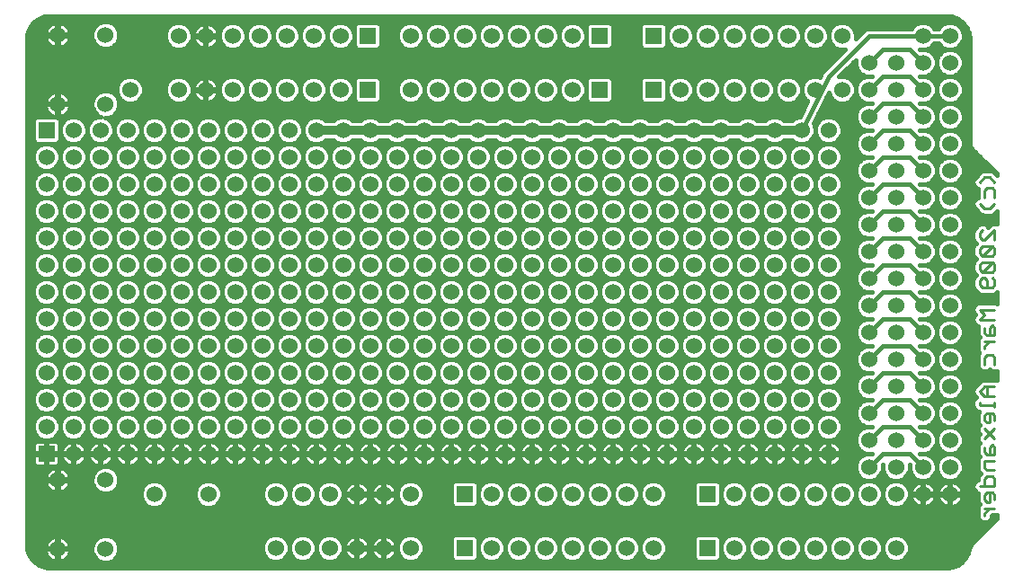
<source format=gbl>
G75*
G70*
%OFA0B0*%
%FSLAX24Y24*%
%IPPOS*%
%LPD*%
%AMOC8*
5,1,8,0,0,1.08239X$1,22.5*
%
%ADD10C,0.0100*%
%ADD11C,0.0600*%
%ADD12R,0.0600X0.0600*%
%ADD13C,0.0160*%
%ADD14C,0.0320*%
D10*
X035991Y002757D02*
X035991Y002847D01*
X036171Y003028D01*
X035991Y003028D02*
X036352Y003028D01*
X036171Y003257D02*
X036081Y003257D01*
X035991Y003347D01*
X035991Y003527D01*
X036081Y003617D01*
X036262Y003617D01*
X036352Y003527D01*
X036352Y003347D01*
X036171Y003257D02*
X036171Y003617D01*
X035991Y003846D02*
X035991Y004116D01*
X036081Y004206D01*
X036262Y004206D01*
X036352Y004116D01*
X036352Y003846D01*
X035811Y003846D01*
X036081Y004435D02*
X036352Y004435D01*
X036081Y004435D02*
X035991Y004525D01*
X035991Y004795D01*
X036352Y004795D01*
X036352Y005024D02*
X036081Y005024D01*
X035991Y005114D01*
X035991Y005295D01*
X036171Y005295D02*
X036171Y005024D01*
X036352Y005024D02*
X036352Y005295D01*
X036262Y005385D01*
X036171Y005295D01*
X035991Y005614D02*
X036352Y005974D01*
X036171Y006203D02*
X036081Y006203D01*
X035991Y006293D01*
X035991Y006473D01*
X036081Y006563D01*
X036262Y006563D01*
X036352Y006473D01*
X036352Y006293D01*
X036171Y006203D02*
X036171Y006563D01*
X036352Y006776D02*
X036352Y006956D01*
X036352Y006866D02*
X035811Y006866D01*
X035811Y006956D01*
X035991Y007185D02*
X036352Y007185D01*
X036081Y007185D02*
X036081Y007545D01*
X035991Y007545D02*
X035811Y007365D01*
X035991Y007185D01*
X035991Y007545D02*
X036352Y007545D01*
X036352Y008364D02*
X036352Y008634D01*
X036262Y008724D01*
X036081Y008724D01*
X035991Y008634D01*
X035991Y008364D01*
X035991Y008945D02*
X035991Y009035D01*
X036171Y009215D01*
X035991Y009215D02*
X036352Y009215D01*
X036352Y009444D02*
X036081Y009444D01*
X035991Y009534D01*
X035991Y009714D01*
X036171Y009714D02*
X036171Y009444D01*
X036352Y009444D02*
X036352Y009714D01*
X036262Y009804D01*
X036171Y009714D01*
X036352Y010033D02*
X035811Y010033D01*
X035991Y010214D01*
X035811Y010394D01*
X036352Y010394D01*
X036262Y011212D02*
X035901Y011212D01*
X035811Y011302D01*
X035811Y011482D01*
X035901Y011572D01*
X035991Y011572D01*
X036081Y011482D01*
X036081Y011212D01*
X036262Y011212D02*
X036352Y011302D01*
X036352Y011482D01*
X036262Y011572D01*
X036262Y011801D02*
X035901Y011801D01*
X036262Y012161D01*
X036352Y012071D01*
X036352Y011891D01*
X036262Y011801D01*
X035901Y011801D02*
X035811Y011891D01*
X035811Y012071D01*
X035901Y012161D01*
X036262Y012161D01*
X036262Y012391D02*
X035901Y012391D01*
X036262Y012751D01*
X036352Y012661D01*
X036352Y012481D01*
X036262Y012391D01*
X036262Y012751D02*
X035901Y012751D01*
X035811Y012661D01*
X035811Y012481D01*
X035901Y012391D01*
X035901Y012980D02*
X035811Y013070D01*
X035811Y013250D01*
X035901Y013340D01*
X035991Y012980D02*
X036352Y013340D01*
X036352Y012980D01*
X035991Y012980D02*
X035901Y012980D01*
X035991Y014142D02*
X035811Y014322D01*
X035991Y014142D02*
X036171Y014142D01*
X036352Y014322D01*
X036352Y014551D02*
X036352Y014821D01*
X036262Y014911D01*
X036081Y014911D01*
X035991Y014821D01*
X035991Y014551D01*
X035811Y015124D02*
X035991Y015304D01*
X036171Y015304D01*
X036352Y015124D01*
X035991Y005974D02*
X036352Y005614D01*
D11*
X034702Y005554D03*
X033702Y005554D03*
X032702Y005554D03*
X031702Y005554D03*
X031702Y006554D03*
X032702Y006554D03*
X033702Y006554D03*
X034702Y006554D03*
X034702Y007554D03*
X033702Y007554D03*
X032702Y007554D03*
X031702Y007554D03*
X031702Y008554D03*
X032702Y008554D03*
X033702Y008554D03*
X034702Y008554D03*
X034702Y009554D03*
X033702Y009554D03*
X032702Y009554D03*
X031702Y009554D03*
X031702Y010554D03*
X032702Y010554D03*
X033702Y010554D03*
X034702Y010554D03*
X034702Y011554D03*
X033702Y011554D03*
X032702Y011554D03*
X031702Y011554D03*
X031702Y012554D03*
X032702Y012554D03*
X033702Y012554D03*
X034702Y012554D03*
X034702Y013554D03*
X033702Y013554D03*
X032702Y013554D03*
X031702Y013554D03*
X031702Y014554D03*
X032702Y014554D03*
X033702Y014554D03*
X034702Y014554D03*
X034702Y015554D03*
X033702Y015554D03*
X032702Y015554D03*
X031702Y015554D03*
X031702Y016554D03*
X032702Y016554D03*
X033702Y016554D03*
X034702Y016554D03*
X034702Y017554D03*
X033702Y017554D03*
X032702Y017554D03*
X031702Y017554D03*
X031702Y018554D03*
X030702Y018554D03*
X029702Y018554D03*
X028702Y018554D03*
X027702Y018554D03*
X026702Y018554D03*
X025702Y018554D03*
X024702Y018554D03*
X025202Y017054D03*
X026202Y017054D03*
X027202Y017054D03*
X028202Y017054D03*
X029202Y017054D03*
X030202Y017054D03*
X030202Y016054D03*
X029202Y016054D03*
X028202Y016054D03*
X027202Y016054D03*
X026202Y016054D03*
X025202Y016054D03*
X024202Y016054D03*
X023202Y016054D03*
X022202Y016054D03*
X021202Y016054D03*
X020202Y016054D03*
X019202Y016054D03*
X018202Y016054D03*
X017202Y016054D03*
X016202Y016054D03*
X015202Y016054D03*
X014202Y016054D03*
X013202Y016054D03*
X012202Y016054D03*
X011202Y016054D03*
X010202Y016054D03*
X009202Y016054D03*
X008202Y016054D03*
X007202Y016054D03*
X006202Y016054D03*
X005202Y016054D03*
X004202Y016054D03*
X003202Y016054D03*
X002202Y016054D03*
X001202Y016054D03*
X001202Y015054D03*
X002202Y015054D03*
X003202Y015054D03*
X004202Y015054D03*
X005202Y015054D03*
X006202Y015054D03*
X007202Y015054D03*
X008202Y015054D03*
X009202Y015054D03*
X010202Y015054D03*
X011202Y015054D03*
X012202Y015054D03*
X013202Y015054D03*
X014202Y015054D03*
X015202Y015054D03*
X016202Y015054D03*
X017202Y015054D03*
X018202Y015054D03*
X019202Y015054D03*
X020202Y015054D03*
X021202Y015054D03*
X022202Y015054D03*
X023202Y015054D03*
X024202Y015054D03*
X025202Y015054D03*
X026202Y015054D03*
X027202Y015054D03*
X028202Y015054D03*
X029202Y015054D03*
X030202Y015054D03*
X030202Y014054D03*
X029202Y014054D03*
X028202Y014054D03*
X027202Y014054D03*
X026202Y014054D03*
X025202Y014054D03*
X024202Y014054D03*
X023202Y014054D03*
X022202Y014054D03*
X021202Y014054D03*
X020202Y014054D03*
X019202Y014054D03*
X018202Y014054D03*
X017202Y014054D03*
X016202Y014054D03*
X015202Y014054D03*
X014202Y014054D03*
X013202Y014054D03*
X012202Y014054D03*
X011202Y014054D03*
X010202Y014054D03*
X009202Y014054D03*
X008202Y014054D03*
X007202Y014054D03*
X006202Y014054D03*
X005202Y014054D03*
X004202Y014054D03*
X003202Y014054D03*
X002202Y014054D03*
X001202Y014054D03*
X001202Y013054D03*
X002202Y013054D03*
X003202Y013054D03*
X004202Y013054D03*
X005202Y013054D03*
X006202Y013054D03*
X007202Y013054D03*
X008202Y013054D03*
X009202Y013054D03*
X010202Y013054D03*
X011202Y013054D03*
X012202Y013054D03*
X013202Y013054D03*
X014202Y013054D03*
X015202Y013054D03*
X016202Y013054D03*
X017202Y013054D03*
X018202Y013054D03*
X019202Y013054D03*
X020202Y013054D03*
X021202Y013054D03*
X022202Y013054D03*
X023202Y013054D03*
X024202Y013054D03*
X025202Y013054D03*
X026202Y013054D03*
X027202Y013054D03*
X028202Y013054D03*
X029202Y013054D03*
X030202Y013054D03*
X030202Y012054D03*
X029202Y012054D03*
X028202Y012054D03*
X027202Y012054D03*
X026202Y012054D03*
X025202Y012054D03*
X024202Y012054D03*
X023202Y012054D03*
X022202Y012054D03*
X021202Y012054D03*
X020202Y012054D03*
X019202Y012054D03*
X018202Y012054D03*
X017202Y012054D03*
X016202Y012054D03*
X015202Y012054D03*
X014202Y012054D03*
X013202Y012054D03*
X012202Y012054D03*
X011202Y012054D03*
X010202Y012054D03*
X009202Y012054D03*
X008202Y012054D03*
X007202Y012054D03*
X006202Y012054D03*
X005202Y012054D03*
X004202Y012054D03*
X003202Y012054D03*
X002202Y012054D03*
X001202Y012054D03*
X001202Y011054D03*
X002202Y011054D03*
X003202Y011054D03*
X004202Y011054D03*
X005202Y011054D03*
X006202Y011054D03*
X007202Y011054D03*
X008202Y011054D03*
X009202Y011054D03*
X010202Y011054D03*
X011202Y011054D03*
X012202Y011054D03*
X013202Y011054D03*
X014202Y011054D03*
X015202Y011054D03*
X016202Y011054D03*
X017202Y011054D03*
X018202Y011054D03*
X019202Y011054D03*
X020202Y011054D03*
X021202Y011054D03*
X022202Y011054D03*
X023202Y011054D03*
X024202Y011054D03*
X025202Y011054D03*
X026202Y011054D03*
X027202Y011054D03*
X028202Y011054D03*
X029202Y011054D03*
X030202Y011054D03*
X030202Y010054D03*
X029202Y010054D03*
X028202Y010054D03*
X027202Y010054D03*
X026202Y010054D03*
X025202Y010054D03*
X024202Y010054D03*
X023202Y010054D03*
X022202Y010054D03*
X021202Y010054D03*
X020202Y010054D03*
X019202Y010054D03*
X018202Y010054D03*
X017202Y010054D03*
X016202Y010054D03*
X015202Y010054D03*
X014202Y010054D03*
X013202Y010054D03*
X012202Y010054D03*
X011202Y010054D03*
X010202Y010054D03*
X009202Y010054D03*
X008202Y010054D03*
X007202Y010054D03*
X006202Y010054D03*
X005202Y010054D03*
X004202Y010054D03*
X003202Y010054D03*
X002202Y010054D03*
X001202Y010054D03*
X001202Y009054D03*
X002202Y009054D03*
X003202Y009054D03*
X004202Y009054D03*
X005202Y009054D03*
X006202Y009054D03*
X007202Y009054D03*
X008202Y009054D03*
X009202Y009054D03*
X010202Y009054D03*
X011202Y009054D03*
X012202Y009054D03*
X013202Y009054D03*
X014202Y009054D03*
X015202Y009054D03*
X016202Y009054D03*
X017202Y009054D03*
X018202Y009054D03*
X019202Y009054D03*
X020202Y009054D03*
X021202Y009054D03*
X022202Y009054D03*
X023202Y009054D03*
X024202Y009054D03*
X025202Y009054D03*
X026202Y009054D03*
X027202Y009054D03*
X028202Y009054D03*
X029202Y009054D03*
X030202Y009054D03*
X030202Y008054D03*
X029202Y008054D03*
X028202Y008054D03*
X027202Y008054D03*
X026202Y008054D03*
X025202Y008054D03*
X024202Y008054D03*
X023202Y008054D03*
X022202Y008054D03*
X021202Y008054D03*
X020202Y008054D03*
X019202Y008054D03*
X018202Y008054D03*
X017202Y008054D03*
X016202Y008054D03*
X015202Y008054D03*
X014202Y008054D03*
X013202Y008054D03*
X012202Y008054D03*
X011202Y008054D03*
X010202Y008054D03*
X009202Y008054D03*
X008202Y008054D03*
X007202Y008054D03*
X006202Y008054D03*
X005202Y008054D03*
X004202Y008054D03*
X003202Y008054D03*
X002202Y008054D03*
X001202Y008054D03*
X001202Y007054D03*
X002202Y007054D03*
X003202Y007054D03*
X004202Y007054D03*
X005202Y007054D03*
X006202Y007054D03*
X007202Y007054D03*
X008202Y007054D03*
X009202Y007054D03*
X010202Y007054D03*
X011202Y007054D03*
X012202Y007054D03*
X013202Y007054D03*
X014202Y007054D03*
X015202Y007054D03*
X016202Y007054D03*
X017202Y007054D03*
X018202Y007054D03*
X019202Y007054D03*
X020202Y007054D03*
X021202Y007054D03*
X022202Y007054D03*
X023202Y007054D03*
X024202Y007054D03*
X025202Y007054D03*
X026202Y007054D03*
X027202Y007054D03*
X028202Y007054D03*
X029202Y007054D03*
X030202Y007054D03*
X030202Y006054D03*
X029202Y006054D03*
X028202Y006054D03*
X027202Y006054D03*
X026202Y006054D03*
X025202Y006054D03*
X024202Y006054D03*
X023202Y006054D03*
X022202Y006054D03*
X021202Y006054D03*
X020202Y006054D03*
X019202Y006054D03*
X018202Y006054D03*
X017202Y006054D03*
X016202Y006054D03*
X015202Y006054D03*
X014202Y006054D03*
X013202Y006054D03*
X012202Y006054D03*
X011202Y006054D03*
X010202Y006054D03*
X009202Y006054D03*
X008202Y006054D03*
X007202Y006054D03*
X006202Y006054D03*
X005202Y006054D03*
X004202Y006054D03*
X003202Y006054D03*
X002202Y006054D03*
X001202Y006054D03*
X002202Y005054D03*
X003202Y005054D03*
X004202Y005054D03*
X005202Y005054D03*
X006202Y005054D03*
X007202Y005054D03*
X008202Y005054D03*
X009202Y005054D03*
X010202Y005054D03*
X011202Y005054D03*
X012202Y005054D03*
X013202Y005054D03*
X014202Y005054D03*
X015202Y005054D03*
X016202Y005054D03*
X017202Y005054D03*
X018202Y005054D03*
X019202Y005054D03*
X020202Y005054D03*
X021202Y005054D03*
X022202Y005054D03*
X023202Y005054D03*
X024202Y005054D03*
X025202Y005054D03*
X026202Y005054D03*
X027202Y005054D03*
X028202Y005054D03*
X029202Y005054D03*
X030202Y005054D03*
X031702Y004554D03*
X032702Y004554D03*
X033702Y004554D03*
X034702Y004554D03*
X034702Y003554D03*
X033702Y003554D03*
X032702Y003554D03*
X031702Y003554D03*
X030702Y003554D03*
X029702Y003554D03*
X028702Y003554D03*
X027702Y003554D03*
X026702Y003554D03*
X023702Y003554D03*
X022702Y003554D03*
X021702Y003554D03*
X020702Y003554D03*
X019702Y003554D03*
X018702Y003554D03*
X017702Y003554D03*
X014702Y003554D03*
X013702Y003554D03*
X012702Y003554D03*
X011702Y003554D03*
X010702Y003554D03*
X009702Y003554D03*
X008702Y002904D03*
X007202Y003554D03*
X005202Y003554D03*
X003392Y004084D03*
X001612Y004084D03*
X001612Y001524D03*
X003392Y001524D03*
X009702Y001554D03*
X010702Y001554D03*
X011702Y001554D03*
X012702Y001554D03*
X013702Y001554D03*
X014702Y001554D03*
X017702Y001554D03*
X018702Y001554D03*
X019702Y001554D03*
X020702Y001554D03*
X021702Y001554D03*
X022702Y001554D03*
X023702Y001554D03*
X026702Y001554D03*
X027702Y001554D03*
X028702Y001554D03*
X029702Y001554D03*
X030702Y001554D03*
X031702Y001554D03*
X032702Y001554D03*
X024202Y017054D03*
X023202Y017054D03*
X022202Y017054D03*
X021202Y017054D03*
X020202Y017054D03*
X019202Y017054D03*
X018202Y017054D03*
X017202Y017054D03*
X016202Y017054D03*
X015202Y017054D03*
X014202Y017054D03*
X013202Y017054D03*
X012202Y017054D03*
X011202Y017054D03*
X010202Y017054D03*
X009202Y017054D03*
X008202Y017054D03*
X007202Y017054D03*
X006202Y017054D03*
X005202Y017054D03*
X004202Y017054D03*
X003202Y017054D03*
X002202Y017054D03*
X001612Y018024D03*
X003392Y018024D03*
X004302Y018554D03*
X006102Y018554D03*
X007102Y018554D03*
X008102Y018554D03*
X009102Y018554D03*
X010102Y018554D03*
X011102Y018554D03*
X012102Y018554D03*
X014702Y018554D03*
X015702Y018554D03*
X016702Y018554D03*
X017702Y018554D03*
X018702Y018554D03*
X019702Y018554D03*
X020702Y018554D03*
X020702Y020554D03*
X019702Y020554D03*
X018702Y020554D03*
X017702Y020554D03*
X016702Y020554D03*
X015702Y020554D03*
X014702Y020554D03*
X012102Y020554D03*
X011102Y020554D03*
X010102Y020554D03*
X009102Y020554D03*
X008102Y020554D03*
X007102Y020554D03*
X006102Y020554D03*
X003392Y020584D03*
X001612Y020584D03*
X024702Y020554D03*
X025702Y020554D03*
X026702Y020554D03*
X027702Y020554D03*
X028702Y020554D03*
X029702Y020554D03*
X030702Y020554D03*
X031702Y019554D03*
X032702Y019554D03*
X033702Y019554D03*
X034702Y019554D03*
X034702Y020554D03*
X033702Y020554D03*
X033702Y018554D03*
X034702Y018554D03*
X032702Y018554D03*
D12*
X023702Y018554D03*
X021702Y018554D03*
X021702Y020554D03*
X023702Y020554D03*
X013102Y020554D03*
X013102Y018554D03*
X001202Y017054D03*
X001202Y005054D03*
X016702Y003554D03*
X016702Y001554D03*
X025702Y001554D03*
X025702Y003554D03*
D13*
X001123Y000836D02*
X000905Y000928D01*
X000719Y001071D01*
X000575Y001258D01*
X000483Y001475D01*
X000462Y001578D01*
X000462Y020530D01*
X000483Y020633D01*
X000575Y020850D01*
X000719Y021037D01*
X000905Y021181D01*
X001123Y021273D01*
X001226Y021294D01*
X034677Y021294D01*
X034780Y021273D01*
X034998Y021181D01*
X035184Y021037D01*
X035328Y020850D01*
X035420Y020633D01*
X035442Y020530D01*
X035442Y016503D01*
X035481Y016407D01*
X035554Y016334D01*
X036442Y015447D01*
X036442Y015388D01*
X036383Y015446D01*
X036313Y015516D01*
X036221Y015554D01*
X036041Y015554D01*
X035942Y015554D01*
X035915Y015543D01*
X035850Y015516D01*
X035599Y015266D01*
X035561Y015174D01*
X035561Y015074D01*
X035599Y014983D01*
X035669Y014912D01*
X035745Y014881D01*
X035741Y014871D01*
X035741Y014772D01*
X035741Y014564D01*
X035669Y014534D01*
X035599Y014464D01*
X035561Y014372D01*
X035561Y014272D01*
X035599Y014181D01*
X035850Y013930D01*
X035915Y013903D01*
X035942Y013892D01*
X036041Y013892D01*
X036221Y013892D01*
X036313Y013930D01*
X036383Y014000D01*
X036442Y014059D01*
X036442Y013573D01*
X036401Y013590D01*
X036302Y013590D01*
X036210Y013552D01*
X036121Y013463D01*
X036113Y013482D01*
X036043Y013552D01*
X035951Y013590D01*
X035851Y013590D01*
X035760Y013552D01*
X035599Y013392D01*
X035561Y013300D01*
X035561Y013200D01*
X035561Y013020D01*
X035599Y012928D01*
X035662Y012865D01*
X035599Y012802D01*
X035561Y012711D01*
X035561Y012710D01*
X035561Y012530D01*
X035561Y012431D01*
X035599Y012339D01*
X035662Y012276D01*
X035599Y012213D01*
X035561Y012121D01*
X035561Y011941D01*
X035561Y011842D01*
X035599Y011750D01*
X035662Y011687D01*
X035599Y011624D01*
X035561Y011532D01*
X035561Y011432D01*
X035561Y011252D01*
X035599Y011160D01*
X035670Y011090D01*
X035760Y011000D01*
X035851Y010962D01*
X035951Y010962D01*
X036032Y010962D01*
X036131Y010962D01*
X036311Y010962D01*
X036311Y010962D01*
X036403Y011000D01*
X036442Y011038D01*
X036442Y010627D01*
X036401Y010644D01*
X035861Y010644D01*
X035761Y010644D01*
X035669Y010606D01*
X035599Y010535D01*
X035572Y010469D01*
X035561Y010443D01*
X035561Y010344D01*
X035599Y010252D01*
X035638Y010213D01*
X035599Y010175D01*
X035561Y010083D01*
X035561Y009984D01*
X035599Y009892D01*
X035670Y009821D01*
X035751Y009788D01*
X035741Y009764D01*
X035741Y009584D01*
X035741Y009484D01*
X035779Y009393D01*
X035797Y009375D01*
X035779Y009357D01*
X035741Y009265D01*
X035741Y009165D01*
X035758Y009125D01*
X035741Y009085D01*
X035741Y009085D01*
X035741Y008895D01*
X035779Y008803D01*
X035793Y008789D01*
X035779Y008776D01*
X035741Y008684D01*
X035741Y008584D01*
X035741Y008314D01*
X035779Y008222D01*
X035850Y008152D01*
X035942Y008114D01*
X036041Y008114D01*
X036133Y008152D01*
X036171Y008190D01*
X036210Y008152D01*
X036302Y008114D01*
X036401Y008114D01*
X036442Y008130D01*
X036442Y007779D01*
X036401Y007795D01*
X036131Y007795D01*
X036032Y007795D01*
X035942Y007795D01*
X035942Y007795D01*
X035915Y007785D01*
X035850Y007757D01*
X035599Y007507D01*
X035561Y007415D01*
X035561Y007316D01*
X035573Y007288D01*
X035599Y007224D01*
X035662Y007161D01*
X035599Y007098D01*
X035561Y007006D01*
X035561Y006816D01*
X035599Y006724D01*
X035670Y006654D01*
X035761Y006616D01*
X035781Y006616D01*
X035779Y006615D01*
X035741Y006523D01*
X035741Y006343D01*
X035741Y006243D01*
X035779Y006151D01*
X035797Y006134D01*
X035779Y006116D01*
X035741Y006024D01*
X035741Y005924D01*
X035779Y005832D01*
X035818Y005794D01*
X035779Y005755D01*
X035741Y005663D01*
X035741Y005564D01*
X035779Y005472D01*
X035797Y005454D01*
X035779Y005436D01*
X035741Y005344D01*
X035741Y005164D01*
X035741Y005065D01*
X035779Y004973D01*
X035797Y004955D01*
X035779Y004937D01*
X035741Y004845D01*
X035741Y004575D01*
X035741Y004475D01*
X035779Y004384D01*
X035842Y004321D01*
X035779Y004258D01*
X035741Y004166D01*
X035741Y004166D01*
X035741Y004087D01*
X035670Y004058D01*
X035599Y003987D01*
X035561Y003896D01*
X035561Y003796D01*
X035599Y003704D01*
X035670Y003634D01*
X035751Y003600D01*
X035741Y003577D01*
X035741Y003576D01*
X035741Y003396D01*
X035741Y003297D01*
X035779Y003205D01*
X035797Y003187D01*
X035779Y003169D01*
X035741Y003077D01*
X035741Y002978D01*
X035758Y002937D01*
X035741Y002897D01*
X035741Y002708D01*
X035779Y002616D01*
X035850Y002545D01*
X035942Y002507D01*
X036041Y002507D01*
X036133Y002545D01*
X036203Y002616D01*
X036241Y002708D01*
X036241Y002744D01*
X036275Y002778D01*
X036401Y002778D01*
X036442Y002794D01*
X036442Y002662D01*
X035531Y001751D01*
X035504Y001731D01*
X035495Y001715D01*
X035481Y001702D01*
X035468Y001671D01*
X035451Y001642D01*
X035449Y001624D01*
X035442Y001606D01*
X035442Y001578D01*
X035420Y001475D01*
X035328Y001258D01*
X035184Y001071D01*
X034998Y000928D01*
X034780Y000836D01*
X034677Y000814D01*
X001226Y000814D01*
X001123Y000836D01*
X001038Y000871D02*
X034865Y000871D01*
X035131Y001030D02*
X003505Y001030D01*
X003491Y001024D02*
X003675Y001100D01*
X003815Y001241D01*
X003892Y001425D01*
X003892Y001624D01*
X003815Y001808D01*
X003675Y001948D01*
X003491Y002024D01*
X003292Y002024D01*
X003108Y001948D01*
X002968Y001808D01*
X002892Y001624D01*
X002892Y001425D01*
X002968Y001241D01*
X003108Y001100D01*
X003292Y001024D01*
X003491Y001024D01*
X003278Y001030D02*
X000773Y001030D01*
X000629Y001189D02*
X001269Y001189D01*
X001205Y001252D02*
X001340Y001117D01*
X001516Y001044D01*
X001591Y001044D01*
X001591Y001504D01*
X001132Y001504D01*
X001132Y001429D01*
X001205Y001252D01*
X001165Y001347D02*
X000537Y001347D01*
X000477Y001506D02*
X001591Y001506D01*
X001591Y001504D02*
X001591Y001544D01*
X001132Y001544D01*
X001132Y001620D01*
X001205Y001796D01*
X001340Y001931D01*
X001516Y002004D01*
X001591Y002004D01*
X001591Y001545D01*
X001632Y001545D01*
X001632Y002004D01*
X001707Y002004D01*
X001883Y001931D01*
X002018Y001796D01*
X002092Y001620D01*
X002092Y001544D01*
X001632Y001544D01*
X001632Y001504D01*
X002092Y001504D01*
X002092Y001429D01*
X002018Y001252D01*
X001883Y001117D01*
X001707Y001044D01*
X001632Y001044D01*
X001632Y001504D01*
X001591Y001504D01*
X001632Y001506D02*
X002892Y001506D01*
X002908Y001664D02*
X002073Y001664D01*
X001992Y001823D02*
X002983Y001823D01*
X003188Y001981D02*
X001763Y001981D01*
X001632Y001981D02*
X001591Y001981D01*
X001460Y001981D02*
X000462Y001981D01*
X000462Y001823D02*
X001231Y001823D01*
X001150Y001664D02*
X000462Y001664D01*
X000462Y002140D02*
X035919Y002140D01*
X035761Y001981D02*
X032977Y001981D01*
X032985Y001978D02*
X032801Y002054D01*
X032602Y002054D01*
X032418Y001978D01*
X032278Y001838D01*
X032202Y001654D01*
X032202Y001455D01*
X032278Y001271D01*
X032418Y001130D01*
X032602Y001054D01*
X032801Y001054D01*
X032985Y001130D01*
X033125Y001271D01*
X033202Y001455D01*
X033202Y001654D01*
X033125Y001838D01*
X032985Y001978D01*
X033132Y001823D02*
X035602Y001823D01*
X035464Y001664D02*
X033197Y001664D01*
X033202Y001506D02*
X035426Y001506D01*
X035366Y001347D02*
X033157Y001347D01*
X033043Y001189D02*
X035275Y001189D01*
X036078Y002298D02*
X000462Y002298D01*
X000462Y002457D02*
X036236Y002457D01*
X036203Y002615D02*
X036395Y002615D01*
X036442Y002774D02*
X036271Y002774D01*
X035780Y002615D02*
X000462Y002615D01*
X000462Y002774D02*
X035741Y002774D01*
X035741Y002897D02*
X035741Y002897D01*
X035756Y002932D02*
X000462Y002932D01*
X000462Y003091D02*
X005013Y003091D01*
X005102Y003054D02*
X005301Y003054D01*
X005485Y003130D01*
X005625Y003271D01*
X005702Y003455D01*
X005702Y003654D01*
X005625Y003838D01*
X005485Y003978D01*
X005301Y004054D01*
X005102Y004054D01*
X004918Y003978D01*
X004778Y003838D01*
X004702Y003654D01*
X004702Y003455D01*
X004778Y003271D01*
X004918Y003130D01*
X005102Y003054D01*
X005390Y003091D02*
X007013Y003091D01*
X007102Y003054D02*
X007301Y003054D01*
X007485Y003130D01*
X007625Y003271D01*
X007702Y003455D01*
X007702Y003654D01*
X007625Y003838D01*
X007485Y003978D01*
X007301Y004054D01*
X007102Y004054D01*
X006918Y003978D01*
X006778Y003838D01*
X006702Y003654D01*
X006702Y003455D01*
X006778Y003271D01*
X006918Y003130D01*
X007102Y003054D01*
X007390Y003091D02*
X009513Y003091D01*
X009602Y003054D02*
X009418Y003130D01*
X009278Y003271D01*
X009202Y003455D01*
X009202Y003654D01*
X009278Y003838D01*
X009418Y003978D01*
X009602Y004054D01*
X009801Y004054D01*
X009985Y003978D01*
X010125Y003838D01*
X010202Y003654D01*
X010202Y003455D01*
X010278Y003271D01*
X010418Y003130D01*
X010602Y003054D01*
X010801Y003054D01*
X010985Y003130D01*
X011125Y003271D01*
X011202Y003455D01*
X011278Y003271D01*
X011418Y003130D01*
X011602Y003054D01*
X011801Y003054D01*
X011985Y003130D01*
X012125Y003271D01*
X012202Y003455D01*
X012202Y003654D01*
X012125Y003838D01*
X011985Y003978D01*
X011801Y004054D01*
X011602Y004054D01*
X011418Y003978D01*
X011278Y003838D01*
X011202Y003654D01*
X011202Y003455D01*
X011202Y003654D01*
X011125Y003838D01*
X010985Y003978D01*
X010801Y004054D01*
X010602Y004054D01*
X010418Y003978D01*
X010278Y003838D01*
X010202Y003654D01*
X010202Y003455D01*
X010125Y003271D01*
X009985Y003130D01*
X009801Y003054D01*
X009602Y003054D01*
X009890Y003091D02*
X010513Y003091D01*
X010299Y003250D02*
X010104Y003250D01*
X010182Y003408D02*
X010221Y003408D01*
X010202Y003567D02*
X010202Y003567D01*
X010172Y003725D02*
X010231Y003725D01*
X010324Y003884D02*
X010079Y003884D01*
X009830Y004042D02*
X010573Y004042D01*
X010830Y004042D02*
X011573Y004042D01*
X011830Y004042D02*
X014573Y004042D01*
X014602Y004054D02*
X014418Y003978D01*
X014278Y003838D01*
X014202Y003654D01*
X014202Y003455D01*
X014278Y003271D01*
X014418Y003130D01*
X014602Y003054D01*
X014801Y003054D01*
X014985Y003130D01*
X015125Y003271D01*
X015202Y003455D01*
X015202Y003654D01*
X015125Y003838D01*
X014985Y003978D01*
X014801Y004054D01*
X014602Y004054D01*
X014830Y004042D02*
X016307Y004042D01*
X016319Y004054D02*
X016202Y003937D01*
X016202Y003171D01*
X016319Y003054D01*
X017084Y003054D01*
X017202Y003171D01*
X017202Y003937D01*
X017084Y004054D01*
X016319Y004054D01*
X016202Y003884D02*
X015079Y003884D01*
X015172Y003725D02*
X016202Y003725D01*
X016202Y003567D02*
X015202Y003567D01*
X015182Y003408D02*
X016202Y003408D01*
X016202Y003250D02*
X015104Y003250D01*
X014890Y003091D02*
X016282Y003091D01*
X017121Y003091D02*
X017513Y003091D01*
X017602Y003054D02*
X017801Y003054D01*
X017985Y003130D01*
X018125Y003271D01*
X018202Y003455D01*
X018278Y003271D01*
X018418Y003130D01*
X018602Y003054D01*
X018801Y003054D01*
X018985Y003130D01*
X019125Y003271D01*
X019202Y003455D01*
X019278Y003271D01*
X019418Y003130D01*
X019602Y003054D01*
X019801Y003054D01*
X019985Y003130D01*
X020125Y003271D01*
X020202Y003455D01*
X020278Y003271D01*
X020418Y003130D01*
X020602Y003054D01*
X020801Y003054D01*
X020985Y003130D01*
X021125Y003271D01*
X021202Y003455D01*
X021278Y003271D01*
X021418Y003130D01*
X021602Y003054D01*
X021801Y003054D01*
X021985Y003130D01*
X022125Y003271D01*
X022202Y003455D01*
X022278Y003271D01*
X022418Y003130D01*
X022602Y003054D01*
X022801Y003054D01*
X022985Y003130D01*
X023125Y003271D01*
X023202Y003455D01*
X023278Y003271D01*
X023418Y003130D01*
X023602Y003054D01*
X023801Y003054D01*
X023985Y003130D01*
X024125Y003271D01*
X024202Y003455D01*
X024202Y003654D01*
X024125Y003838D01*
X023985Y003978D01*
X023801Y004054D01*
X023602Y004054D01*
X023418Y003978D01*
X023278Y003838D01*
X023202Y003654D01*
X023202Y003455D01*
X023202Y003654D01*
X023125Y003838D01*
X022985Y003978D01*
X022801Y004054D01*
X022602Y004054D01*
X022418Y003978D01*
X022278Y003838D01*
X022202Y003654D01*
X022202Y003455D01*
X022202Y003654D01*
X022125Y003838D01*
X021985Y003978D01*
X021801Y004054D01*
X021602Y004054D01*
X021418Y003978D01*
X021278Y003838D01*
X021202Y003654D01*
X021202Y003455D01*
X021202Y003654D01*
X021125Y003838D01*
X020985Y003978D01*
X020801Y004054D01*
X020602Y004054D01*
X020418Y003978D01*
X020278Y003838D01*
X020202Y003654D01*
X020202Y003455D01*
X020202Y003654D01*
X020125Y003838D01*
X019985Y003978D01*
X019801Y004054D01*
X019602Y004054D01*
X019418Y003978D01*
X019278Y003838D01*
X019202Y003654D01*
X019202Y003455D01*
X019202Y003654D01*
X019125Y003838D01*
X018985Y003978D01*
X018801Y004054D01*
X018602Y004054D01*
X018418Y003978D01*
X018278Y003838D01*
X018202Y003654D01*
X018202Y003455D01*
X018202Y003654D01*
X018125Y003838D01*
X017985Y003978D01*
X017801Y004054D01*
X017602Y004054D01*
X017418Y003978D01*
X017278Y003838D01*
X017202Y003654D01*
X017202Y003455D01*
X017278Y003271D01*
X017418Y003130D01*
X017602Y003054D01*
X017890Y003091D02*
X018513Y003091D01*
X018299Y003250D02*
X018104Y003250D01*
X018182Y003408D02*
X018221Y003408D01*
X018202Y003567D02*
X018202Y003567D01*
X018172Y003725D02*
X018231Y003725D01*
X018324Y003884D02*
X018079Y003884D01*
X017830Y004042D02*
X018573Y004042D01*
X018830Y004042D02*
X019573Y004042D01*
X019830Y004042D02*
X020573Y004042D01*
X020830Y004042D02*
X021573Y004042D01*
X021830Y004042D02*
X022573Y004042D01*
X022830Y004042D02*
X023573Y004042D01*
X023830Y004042D02*
X025307Y004042D01*
X025319Y004054D02*
X025202Y003937D01*
X025202Y003171D01*
X025319Y003054D01*
X026084Y003054D01*
X026202Y003171D01*
X026202Y003937D01*
X026084Y004054D01*
X025319Y004054D01*
X025202Y003884D02*
X024079Y003884D01*
X024172Y003725D02*
X025202Y003725D01*
X025202Y003567D02*
X024202Y003567D01*
X024182Y003408D02*
X025202Y003408D01*
X025202Y003250D02*
X024104Y003250D01*
X023890Y003091D02*
X025282Y003091D01*
X026121Y003091D02*
X026513Y003091D01*
X026602Y003054D02*
X026418Y003130D01*
X026278Y003271D01*
X026202Y003455D01*
X026202Y003654D01*
X026278Y003838D01*
X026418Y003978D01*
X026602Y004054D01*
X026801Y004054D01*
X026985Y003978D01*
X027125Y003838D01*
X027202Y003654D01*
X027202Y003455D01*
X027278Y003271D01*
X027418Y003130D01*
X027602Y003054D01*
X027801Y003054D01*
X027985Y003130D01*
X028125Y003271D01*
X028202Y003455D01*
X028278Y003271D01*
X028418Y003130D01*
X028602Y003054D01*
X028801Y003054D01*
X028985Y003130D01*
X029125Y003271D01*
X029202Y003455D01*
X029278Y003271D01*
X029418Y003130D01*
X029602Y003054D01*
X029801Y003054D01*
X029985Y003130D01*
X030125Y003271D01*
X030202Y003455D01*
X030278Y003271D01*
X030418Y003130D01*
X030602Y003054D01*
X030801Y003054D01*
X030985Y003130D01*
X031125Y003271D01*
X031202Y003455D01*
X031278Y003271D01*
X031418Y003130D01*
X031602Y003054D01*
X031801Y003054D01*
X031985Y003130D01*
X032125Y003271D01*
X032202Y003455D01*
X032278Y003271D01*
X032418Y003130D01*
X032602Y003054D01*
X032801Y003054D01*
X032985Y003130D01*
X033125Y003271D01*
X033202Y003455D01*
X033202Y003654D01*
X033125Y003838D01*
X032985Y003978D01*
X032801Y004054D01*
X032602Y004054D01*
X032418Y003978D01*
X032278Y003838D01*
X032202Y003654D01*
X032202Y003455D01*
X032202Y003654D01*
X032125Y003838D01*
X031985Y003978D01*
X031801Y004054D01*
X031602Y004054D01*
X031418Y003978D01*
X031278Y003838D01*
X031202Y003654D01*
X031202Y003455D01*
X031202Y003654D01*
X031125Y003838D01*
X030985Y003978D01*
X030801Y004054D01*
X030602Y004054D01*
X030418Y003978D01*
X030278Y003838D01*
X030202Y003654D01*
X030202Y003455D01*
X030202Y003654D01*
X030125Y003838D01*
X029985Y003978D01*
X029801Y004054D01*
X029602Y004054D01*
X029418Y003978D01*
X029278Y003838D01*
X029202Y003654D01*
X029202Y003455D01*
X029202Y003654D01*
X029125Y003838D01*
X028985Y003978D01*
X028801Y004054D01*
X028602Y004054D01*
X028418Y003978D01*
X028278Y003838D01*
X028202Y003654D01*
X028202Y003455D01*
X028202Y003654D01*
X028125Y003838D01*
X027985Y003978D01*
X027801Y004054D01*
X027602Y004054D01*
X027418Y003978D01*
X027278Y003838D01*
X027202Y003654D01*
X027202Y003455D01*
X027125Y003271D01*
X026985Y003130D01*
X026801Y003054D01*
X026602Y003054D01*
X026890Y003091D02*
X027513Y003091D01*
X027299Y003250D02*
X027104Y003250D01*
X027182Y003408D02*
X027221Y003408D01*
X027202Y003567D02*
X027202Y003567D01*
X027172Y003725D02*
X027231Y003725D01*
X027324Y003884D02*
X027079Y003884D01*
X026830Y004042D02*
X027573Y004042D01*
X027830Y004042D02*
X028573Y004042D01*
X028830Y004042D02*
X029573Y004042D01*
X029830Y004042D02*
X030573Y004042D01*
X030830Y004042D02*
X031573Y004042D01*
X031602Y004054D02*
X031801Y004054D01*
X031985Y004130D01*
X032125Y004271D01*
X032202Y004455D01*
X032278Y004271D01*
X032418Y004130D01*
X032602Y004054D01*
X032801Y004054D01*
X032985Y004130D01*
X033125Y004271D01*
X033202Y004455D01*
X033278Y004271D01*
X033418Y004130D01*
X033602Y004054D01*
X033801Y004054D01*
X033985Y004130D01*
X034125Y004271D01*
X034202Y004455D01*
X034278Y004271D01*
X034418Y004130D01*
X034602Y004054D01*
X034801Y004054D01*
X034985Y004130D01*
X035125Y004271D01*
X035202Y004455D01*
X035202Y004654D01*
X035125Y004838D01*
X034985Y004978D01*
X034801Y005054D01*
X034602Y005054D01*
X034418Y004978D01*
X034278Y004838D01*
X034202Y004654D01*
X034202Y004455D01*
X034202Y004654D01*
X034125Y004838D01*
X033985Y004978D01*
X033801Y005054D01*
X033602Y005054D01*
X033599Y005053D01*
X033594Y005058D01*
X033602Y005054D01*
X033801Y005054D01*
X033985Y005130D01*
X034125Y005271D01*
X034202Y005455D01*
X034278Y005271D01*
X034418Y005130D01*
X034602Y005054D01*
X034801Y005054D01*
X034985Y005130D01*
X035125Y005271D01*
X035202Y005455D01*
X035202Y005654D01*
X035125Y005838D01*
X034985Y005978D01*
X034801Y006054D01*
X034602Y006054D01*
X034418Y005978D01*
X034278Y005838D01*
X034202Y005654D01*
X034202Y005455D01*
X034202Y005654D01*
X034125Y005838D01*
X033985Y005978D01*
X033801Y006054D01*
X033602Y006054D01*
X033599Y006053D01*
X033594Y006058D01*
X033602Y006054D01*
X033801Y006054D01*
X033985Y006130D01*
X034125Y006271D01*
X034202Y006455D01*
X034278Y006271D01*
X034418Y006130D01*
X034602Y006054D01*
X034801Y006054D01*
X034985Y006130D01*
X035125Y006271D01*
X035202Y006455D01*
X035202Y006654D01*
X035125Y006838D01*
X034985Y006978D01*
X034801Y007054D01*
X034602Y007054D01*
X034418Y006978D01*
X034278Y006838D01*
X034202Y006654D01*
X034202Y006455D01*
X034202Y006654D01*
X034125Y006838D01*
X033985Y006978D01*
X033801Y007054D01*
X033602Y007054D01*
X033599Y007053D01*
X033594Y007058D01*
X033602Y007054D01*
X033801Y007054D01*
X033985Y007130D01*
X034125Y007271D01*
X034202Y007455D01*
X034278Y007271D01*
X034418Y007130D01*
X034602Y007054D01*
X034801Y007054D01*
X034985Y007130D01*
X035125Y007271D01*
X035202Y007455D01*
X035202Y007654D01*
X035125Y007838D01*
X034985Y007978D01*
X034801Y008054D01*
X034602Y008054D01*
X034418Y007978D01*
X034278Y007838D01*
X034202Y007654D01*
X034202Y007455D01*
X034202Y007654D01*
X034125Y007838D01*
X033985Y007978D01*
X033801Y008054D01*
X033602Y008054D01*
X033599Y008053D01*
X033594Y008058D01*
X033602Y008054D01*
X033801Y008054D01*
X033985Y008130D01*
X034125Y008271D01*
X034202Y008455D01*
X034278Y008271D01*
X034418Y008130D01*
X034602Y008054D01*
X034801Y008054D01*
X034985Y008130D01*
X035125Y008271D01*
X035202Y008455D01*
X035202Y008654D01*
X035125Y008838D01*
X034985Y008978D01*
X034801Y009054D01*
X034602Y009054D01*
X034418Y008978D01*
X034278Y008838D01*
X034202Y008654D01*
X034202Y008455D01*
X034202Y008654D01*
X034125Y008838D01*
X033985Y008978D01*
X033801Y009054D01*
X033602Y009054D01*
X033599Y009053D01*
X033594Y009058D01*
X033602Y009054D01*
X033801Y009054D01*
X033985Y009130D01*
X034125Y009271D01*
X034202Y009455D01*
X034278Y009271D01*
X034418Y009130D01*
X034602Y009054D01*
X034801Y009054D01*
X034985Y009130D01*
X035125Y009271D01*
X035202Y009455D01*
X035202Y009654D01*
X035125Y009838D01*
X034985Y009978D01*
X034801Y010054D01*
X034602Y010054D01*
X034418Y009978D01*
X034278Y009838D01*
X034202Y009654D01*
X034202Y009455D01*
X034202Y009654D01*
X034125Y009838D01*
X033985Y009978D01*
X033801Y010054D01*
X033602Y010054D01*
X033599Y010053D01*
X033594Y010058D01*
X033602Y010054D01*
X033801Y010054D01*
X033985Y010130D01*
X034125Y010271D01*
X034202Y010455D01*
X034278Y010271D01*
X034418Y010130D01*
X034602Y010054D01*
X034801Y010054D01*
X034985Y010130D01*
X035125Y010271D01*
X035202Y010455D01*
X035202Y010654D01*
X035125Y010838D01*
X034985Y010978D01*
X034801Y011054D01*
X034602Y011054D01*
X034418Y010978D01*
X034278Y010838D01*
X034202Y010654D01*
X034202Y010455D01*
X034202Y010654D01*
X034125Y010838D01*
X033985Y010978D01*
X033801Y011054D01*
X033602Y011054D01*
X033599Y011053D01*
X033594Y011058D01*
X033602Y011054D01*
X033801Y011054D01*
X033985Y011130D01*
X034125Y011271D01*
X034202Y011455D01*
X034278Y011271D01*
X034418Y011130D01*
X034602Y011054D01*
X034801Y011054D01*
X034985Y011130D01*
X035125Y011271D01*
X035202Y011455D01*
X035202Y011654D01*
X035125Y011838D01*
X034985Y011978D01*
X034801Y012054D01*
X034602Y012054D01*
X034418Y011978D01*
X034278Y011838D01*
X034202Y011654D01*
X034202Y011455D01*
X034202Y011654D01*
X034125Y011838D01*
X033985Y011978D01*
X033801Y012054D01*
X033602Y012054D01*
X033599Y012053D01*
X033594Y012058D01*
X033602Y012054D01*
X033801Y012054D01*
X033985Y012130D01*
X034125Y012271D01*
X034202Y012455D01*
X034278Y012271D01*
X034418Y012130D01*
X034602Y012054D01*
X034801Y012054D01*
X034985Y012130D01*
X035125Y012271D01*
X035202Y012455D01*
X035202Y012654D01*
X035125Y012838D01*
X034985Y012978D01*
X034801Y013054D01*
X034602Y013054D01*
X034418Y012978D01*
X034278Y012838D01*
X034202Y012654D01*
X034202Y012455D01*
X034202Y012654D01*
X034125Y012838D01*
X033985Y012978D01*
X033801Y013054D01*
X033602Y013054D01*
X033599Y013053D01*
X033594Y013058D01*
X033602Y013054D01*
X033801Y013054D01*
X033985Y013130D01*
X034125Y013271D01*
X034202Y013455D01*
X034278Y013271D01*
X034418Y013130D01*
X034602Y013054D01*
X034801Y013054D01*
X034985Y013130D01*
X035125Y013271D01*
X035202Y013455D01*
X035202Y013654D01*
X035125Y013838D01*
X034985Y013978D01*
X034801Y014054D01*
X034602Y014054D01*
X034418Y013978D01*
X034278Y013838D01*
X034202Y013654D01*
X034202Y013455D01*
X034202Y013654D01*
X034125Y013838D01*
X033985Y013978D01*
X033801Y014054D01*
X033602Y014054D01*
X033599Y014053D01*
X033594Y014058D01*
X033602Y014054D01*
X033801Y014054D01*
X033985Y014130D01*
X034125Y014271D01*
X034202Y014455D01*
X034278Y014271D01*
X034418Y014130D01*
X034602Y014054D01*
X034801Y014054D01*
X034985Y014130D01*
X035125Y014271D01*
X035202Y014455D01*
X035202Y014654D01*
X035125Y014838D01*
X034985Y014978D01*
X034801Y015054D01*
X034602Y015054D01*
X034418Y014978D01*
X034278Y014838D01*
X034202Y014654D01*
X034202Y014455D01*
X034202Y014654D01*
X034125Y014838D01*
X033985Y014978D01*
X033801Y015054D01*
X033602Y015054D01*
X033599Y015053D01*
X033594Y015058D01*
X033602Y015054D01*
X033801Y015054D01*
X033985Y015130D01*
X034125Y015271D01*
X034202Y015455D01*
X034278Y015271D01*
X034418Y015130D01*
X034602Y015054D01*
X034801Y015054D01*
X034985Y015130D01*
X035125Y015271D01*
X035202Y015455D01*
X035202Y015654D01*
X035125Y015838D01*
X034985Y015978D01*
X034801Y016054D01*
X034602Y016054D01*
X034418Y015978D01*
X034278Y015838D01*
X034202Y015654D01*
X034202Y015455D01*
X034202Y015654D01*
X034125Y015838D01*
X033985Y015978D01*
X033801Y016054D01*
X033602Y016054D01*
X033599Y016053D01*
X033594Y016058D01*
X033602Y016054D01*
X033801Y016054D01*
X033985Y016130D01*
X034125Y016271D01*
X034202Y016455D01*
X034278Y016271D01*
X034418Y016130D01*
X034602Y016054D01*
X034801Y016054D01*
X034985Y016130D01*
X035125Y016271D01*
X035202Y016455D01*
X035202Y016654D01*
X035125Y016838D01*
X034985Y016978D01*
X034801Y017054D01*
X034602Y017054D01*
X034418Y016978D01*
X034278Y016838D01*
X034202Y016654D01*
X034202Y016455D01*
X034202Y016654D01*
X034125Y016838D01*
X033985Y016978D01*
X033801Y017054D01*
X033602Y017054D01*
X033599Y017053D01*
X033594Y017058D01*
X033602Y017054D01*
X033801Y017054D01*
X033985Y017130D01*
X034125Y017271D01*
X034202Y017455D01*
X034278Y017271D01*
X034418Y017130D01*
X034602Y017054D01*
X034801Y017054D01*
X034985Y017130D01*
X035125Y017271D01*
X035202Y017455D01*
X035202Y017654D01*
X035125Y017838D01*
X034985Y017978D01*
X034801Y018054D01*
X034602Y018054D01*
X034418Y017978D01*
X034278Y017838D01*
X034202Y017654D01*
X034202Y017455D01*
X034202Y017654D01*
X034125Y017838D01*
X033985Y017978D01*
X033801Y018054D01*
X033602Y018054D01*
X033599Y018053D01*
X033594Y018058D01*
X033602Y018054D01*
X033801Y018054D01*
X033985Y018130D01*
X034125Y018271D01*
X034202Y018455D01*
X034278Y018271D01*
X034418Y018130D01*
X034602Y018054D01*
X034801Y018054D01*
X034985Y018130D01*
X035125Y018271D01*
X035202Y018455D01*
X035202Y018654D01*
X035125Y018838D01*
X034985Y018978D01*
X034801Y019054D01*
X034602Y019054D01*
X034418Y018978D01*
X034278Y018838D01*
X034202Y018654D01*
X034202Y018455D01*
X034202Y018654D01*
X034125Y018838D01*
X033985Y018978D01*
X033801Y019054D01*
X033602Y019054D01*
X033599Y019053D01*
X033594Y019058D01*
X033602Y019054D01*
X033801Y019054D01*
X033985Y019130D01*
X034125Y019271D01*
X034202Y019455D01*
X034278Y019271D01*
X034418Y019130D01*
X034602Y019054D01*
X034801Y019054D01*
X034985Y019130D01*
X035125Y019271D01*
X035202Y019455D01*
X035202Y019654D01*
X035125Y019838D01*
X034985Y019978D01*
X034801Y020054D01*
X034602Y020054D01*
X034418Y019978D01*
X034278Y019838D01*
X034202Y019654D01*
X034202Y019455D01*
X034202Y019654D01*
X034125Y019838D01*
X033985Y019978D01*
X033801Y020054D01*
X033602Y020054D01*
X033599Y020053D01*
X033594Y020058D01*
X033602Y020054D01*
X033801Y020054D01*
X033985Y020130D01*
X034125Y020271D01*
X034127Y020274D01*
X034276Y020274D01*
X034278Y020271D01*
X034418Y020130D01*
X034602Y020054D01*
X034801Y020054D01*
X034985Y020130D01*
X035125Y020271D01*
X035202Y020455D01*
X035202Y020654D01*
X035125Y020838D01*
X034985Y020978D01*
X034801Y021054D01*
X034602Y021054D01*
X034418Y020978D01*
X034278Y020838D01*
X034276Y020834D01*
X034127Y020834D01*
X034125Y020838D01*
X033985Y020978D01*
X033801Y021054D01*
X033602Y021054D01*
X033418Y020978D01*
X033278Y020838D01*
X033276Y020834D01*
X031757Y020834D01*
X031646Y020834D01*
X031543Y020792D01*
X031198Y020447D01*
X031202Y020455D01*
X031202Y020654D01*
X031125Y020838D01*
X030985Y020978D01*
X030801Y021054D01*
X030602Y021054D01*
X030418Y020978D01*
X030278Y020838D01*
X030202Y020654D01*
X030202Y020455D01*
X030278Y020271D01*
X030418Y020130D01*
X030602Y020054D01*
X030801Y020054D01*
X030809Y020058D01*
X030011Y019259D01*
X029976Y019229D01*
X029971Y019220D01*
X029964Y019213D01*
X029947Y019171D01*
X029874Y019024D01*
X029801Y019054D01*
X029602Y019054D01*
X029418Y018978D01*
X029278Y018838D01*
X029202Y018654D01*
X029202Y018455D01*
X029278Y018271D01*
X029418Y018130D01*
X029425Y018128D01*
X029139Y017554D01*
X029102Y017554D01*
X028918Y017478D01*
X028854Y017414D01*
X028549Y017414D01*
X028485Y017478D01*
X028301Y017554D01*
X028102Y017554D01*
X027918Y017478D01*
X027854Y017414D01*
X027549Y017414D01*
X027485Y017478D01*
X027301Y017554D01*
X027102Y017554D01*
X026918Y017478D01*
X026854Y017414D01*
X026549Y017414D01*
X026485Y017478D01*
X026301Y017554D01*
X026102Y017554D01*
X025918Y017478D01*
X025854Y017414D01*
X025549Y017414D01*
X025485Y017478D01*
X025301Y017554D01*
X025102Y017554D01*
X024918Y017478D01*
X024854Y017414D01*
X024549Y017414D01*
X024485Y017478D01*
X024301Y017554D01*
X024102Y017554D01*
X023918Y017478D01*
X023854Y017414D01*
X023549Y017414D01*
X023485Y017478D01*
X023301Y017554D01*
X023102Y017554D01*
X022918Y017478D01*
X022854Y017414D01*
X022549Y017414D01*
X022485Y017478D01*
X022301Y017554D01*
X022102Y017554D01*
X021918Y017478D01*
X021854Y017414D01*
X021549Y017414D01*
X021485Y017478D01*
X021301Y017554D01*
X021102Y017554D01*
X020918Y017478D01*
X020854Y017414D01*
X020549Y017414D01*
X020485Y017478D01*
X020301Y017554D01*
X020102Y017554D01*
X019918Y017478D01*
X019854Y017414D01*
X019549Y017414D01*
X019485Y017478D01*
X019301Y017554D01*
X019102Y017554D01*
X018918Y017478D01*
X018854Y017414D01*
X018549Y017414D01*
X018485Y017478D01*
X018301Y017554D01*
X018102Y017554D01*
X017918Y017478D01*
X017854Y017414D01*
X017549Y017414D01*
X017485Y017478D01*
X017301Y017554D01*
X017102Y017554D01*
X016918Y017478D01*
X016854Y017414D01*
X016549Y017414D01*
X016485Y017478D01*
X016301Y017554D01*
X016102Y017554D01*
X015918Y017478D01*
X015854Y017414D01*
X015549Y017414D01*
X015485Y017478D01*
X015301Y017554D01*
X015102Y017554D01*
X014918Y017478D01*
X014854Y017414D01*
X014549Y017414D01*
X014485Y017478D01*
X014301Y017554D01*
X014102Y017554D01*
X013918Y017478D01*
X013854Y017414D01*
X013549Y017414D01*
X013485Y017478D01*
X013301Y017554D01*
X013102Y017554D01*
X012918Y017478D01*
X012854Y017414D01*
X012549Y017414D01*
X012485Y017478D01*
X012301Y017554D01*
X012102Y017554D01*
X011918Y017478D01*
X011854Y017414D01*
X011549Y017414D01*
X011485Y017478D01*
X011301Y017554D01*
X011102Y017554D01*
X010918Y017478D01*
X010778Y017338D01*
X010702Y017154D01*
X010702Y016955D01*
X010778Y016771D01*
X010918Y016630D01*
X011102Y016554D01*
X010918Y016478D01*
X010778Y016338D01*
X010702Y016154D01*
X010702Y015955D01*
X010778Y015771D01*
X010918Y015630D01*
X011102Y015554D01*
X010918Y015478D01*
X010778Y015338D01*
X010702Y015154D01*
X010702Y014955D01*
X010778Y014771D01*
X010918Y014630D01*
X011102Y014554D01*
X010918Y014478D01*
X010778Y014338D01*
X010702Y014154D01*
X010702Y013955D01*
X010778Y013771D01*
X010918Y013630D01*
X011102Y013554D01*
X010918Y013478D01*
X010778Y013338D01*
X010702Y013154D01*
X010702Y012955D01*
X010778Y012771D01*
X010918Y012630D01*
X011102Y012554D01*
X010918Y012478D01*
X010778Y012338D01*
X010702Y012154D01*
X010702Y011955D01*
X010778Y011771D01*
X010918Y011630D01*
X011102Y011554D01*
X010918Y011478D01*
X010778Y011338D01*
X010702Y011154D01*
X010702Y010955D01*
X010778Y010771D01*
X010918Y010630D01*
X011102Y010554D01*
X010918Y010478D01*
X010778Y010338D01*
X010702Y010154D01*
X010702Y009955D01*
X010778Y009771D01*
X010918Y009630D01*
X011102Y009554D01*
X010918Y009478D01*
X010778Y009338D01*
X010702Y009154D01*
X010702Y008955D01*
X010778Y008771D01*
X010918Y008630D01*
X011102Y008554D01*
X010918Y008478D01*
X010778Y008338D01*
X010702Y008154D01*
X010702Y007955D01*
X010778Y007771D01*
X010918Y007630D01*
X011102Y007554D01*
X010918Y007478D01*
X010778Y007338D01*
X010702Y007154D01*
X010702Y006955D01*
X010778Y006771D01*
X010918Y006630D01*
X011102Y006554D01*
X010918Y006478D01*
X010778Y006338D01*
X010702Y006154D01*
X010702Y005955D01*
X010778Y005771D01*
X010918Y005630D01*
X011102Y005554D01*
X011301Y005554D01*
X011485Y005630D01*
X011625Y005771D01*
X011702Y005955D01*
X011778Y005771D01*
X011918Y005630D01*
X012102Y005554D01*
X012301Y005554D01*
X012485Y005630D01*
X012625Y005771D01*
X012702Y005955D01*
X012778Y005771D01*
X012918Y005630D01*
X013102Y005554D01*
X013301Y005554D01*
X013485Y005630D01*
X013625Y005771D01*
X013702Y005955D01*
X013778Y005771D01*
X013918Y005630D01*
X014102Y005554D01*
X014301Y005554D01*
X014485Y005630D01*
X014625Y005771D01*
X014702Y005955D01*
X014778Y005771D01*
X014918Y005630D01*
X015102Y005554D01*
X015301Y005554D01*
X015485Y005630D01*
X015625Y005771D01*
X015702Y005955D01*
X015778Y005771D01*
X015918Y005630D01*
X016102Y005554D01*
X016301Y005554D01*
X016485Y005630D01*
X016625Y005771D01*
X016702Y005955D01*
X016778Y005771D01*
X016918Y005630D01*
X017102Y005554D01*
X017301Y005554D01*
X017485Y005630D01*
X017625Y005771D01*
X017702Y005955D01*
X017778Y005771D01*
X017918Y005630D01*
X018102Y005554D01*
X018301Y005554D01*
X018485Y005630D01*
X018625Y005771D01*
X018702Y005955D01*
X018778Y005771D01*
X018918Y005630D01*
X019102Y005554D01*
X019301Y005554D01*
X019485Y005630D01*
X019625Y005771D01*
X019702Y005955D01*
X019778Y005771D01*
X019918Y005630D01*
X020102Y005554D01*
X020301Y005554D01*
X020485Y005630D01*
X020625Y005771D01*
X020702Y005955D01*
X020778Y005771D01*
X020918Y005630D01*
X021102Y005554D01*
X021301Y005554D01*
X021485Y005630D01*
X021625Y005771D01*
X021702Y005955D01*
X021778Y005771D01*
X021918Y005630D01*
X022102Y005554D01*
X022301Y005554D01*
X022485Y005630D01*
X022625Y005771D01*
X022702Y005955D01*
X022778Y005771D01*
X022918Y005630D01*
X023102Y005554D01*
X023301Y005554D01*
X023485Y005630D01*
X023625Y005771D01*
X023702Y005955D01*
X023778Y005771D01*
X023918Y005630D01*
X024102Y005554D01*
X024301Y005554D01*
X024485Y005630D01*
X024625Y005771D01*
X024702Y005955D01*
X024778Y005771D01*
X024918Y005630D01*
X025102Y005554D01*
X025301Y005554D01*
X025485Y005630D01*
X025625Y005771D01*
X025702Y005955D01*
X025778Y005771D01*
X025918Y005630D01*
X026102Y005554D01*
X026301Y005554D01*
X026485Y005630D01*
X026625Y005771D01*
X026702Y005955D01*
X026778Y005771D01*
X026918Y005630D01*
X027102Y005554D01*
X027301Y005554D01*
X027485Y005630D01*
X027625Y005771D01*
X027702Y005955D01*
X027778Y005771D01*
X027918Y005630D01*
X028102Y005554D01*
X028301Y005554D01*
X028485Y005630D01*
X028625Y005771D01*
X028702Y005955D01*
X028778Y005771D01*
X028918Y005630D01*
X029102Y005554D01*
X029301Y005554D01*
X029485Y005630D01*
X029625Y005771D01*
X029702Y005955D01*
X029778Y005771D01*
X029918Y005630D01*
X030102Y005554D01*
X030301Y005554D01*
X030485Y005630D01*
X030625Y005771D01*
X030702Y005955D01*
X030702Y006154D01*
X030625Y006338D01*
X030485Y006478D01*
X030301Y006554D01*
X030102Y006554D01*
X029918Y006478D01*
X029778Y006338D01*
X029702Y006154D01*
X029702Y005955D01*
X029702Y006154D01*
X029625Y006338D01*
X029485Y006478D01*
X029301Y006554D01*
X029102Y006554D01*
X028918Y006478D01*
X028778Y006338D01*
X028702Y006154D01*
X028702Y005955D01*
X028702Y006154D01*
X028625Y006338D01*
X028485Y006478D01*
X028301Y006554D01*
X028102Y006554D01*
X027918Y006478D01*
X027778Y006338D01*
X027702Y006154D01*
X027702Y005955D01*
X027702Y006154D01*
X027625Y006338D01*
X027485Y006478D01*
X027301Y006554D01*
X027102Y006554D01*
X026918Y006478D01*
X026778Y006338D01*
X026702Y006154D01*
X026702Y005955D01*
X026702Y006154D01*
X026625Y006338D01*
X026485Y006478D01*
X026301Y006554D01*
X026102Y006554D01*
X025918Y006478D01*
X025778Y006338D01*
X025702Y006154D01*
X025702Y005955D01*
X025702Y006154D01*
X025625Y006338D01*
X025485Y006478D01*
X025301Y006554D01*
X025102Y006554D01*
X024918Y006478D01*
X024778Y006338D01*
X024702Y006154D01*
X024702Y005955D01*
X024702Y006154D01*
X024625Y006338D01*
X024485Y006478D01*
X024301Y006554D01*
X024102Y006554D01*
X023918Y006478D01*
X023778Y006338D01*
X023702Y006154D01*
X023702Y005955D01*
X023702Y006154D01*
X023625Y006338D01*
X023485Y006478D01*
X023301Y006554D01*
X023102Y006554D01*
X022918Y006478D01*
X022778Y006338D01*
X022702Y006154D01*
X022702Y005955D01*
X022702Y006154D01*
X022625Y006338D01*
X022485Y006478D01*
X022301Y006554D01*
X022102Y006554D01*
X021918Y006478D01*
X021778Y006338D01*
X021702Y006154D01*
X021702Y005955D01*
X021702Y006154D01*
X021625Y006338D01*
X021485Y006478D01*
X021301Y006554D01*
X021102Y006554D01*
X020918Y006478D01*
X020778Y006338D01*
X020702Y006154D01*
X020702Y005955D01*
X020702Y006154D01*
X020625Y006338D01*
X020485Y006478D01*
X020301Y006554D01*
X020102Y006554D01*
X019918Y006478D01*
X019778Y006338D01*
X019702Y006154D01*
X019702Y005955D01*
X019702Y006154D01*
X019625Y006338D01*
X019485Y006478D01*
X019301Y006554D01*
X019102Y006554D01*
X018918Y006478D01*
X018778Y006338D01*
X018702Y006154D01*
X018702Y005955D01*
X018702Y006154D01*
X018625Y006338D01*
X018485Y006478D01*
X018301Y006554D01*
X018102Y006554D01*
X017918Y006478D01*
X017778Y006338D01*
X017702Y006154D01*
X017702Y005955D01*
X017702Y006154D01*
X017625Y006338D01*
X017485Y006478D01*
X017301Y006554D01*
X017102Y006554D01*
X016918Y006478D01*
X016778Y006338D01*
X016702Y006154D01*
X016702Y005955D01*
X016702Y006154D01*
X016625Y006338D01*
X016485Y006478D01*
X016301Y006554D01*
X016102Y006554D01*
X015918Y006478D01*
X015778Y006338D01*
X015702Y006154D01*
X015702Y005955D01*
X015702Y006154D01*
X015625Y006338D01*
X015485Y006478D01*
X015301Y006554D01*
X015102Y006554D01*
X014918Y006478D01*
X014778Y006338D01*
X014702Y006154D01*
X014702Y005955D01*
X014702Y006154D01*
X014625Y006338D01*
X014485Y006478D01*
X014301Y006554D01*
X014102Y006554D01*
X013918Y006478D01*
X013778Y006338D01*
X013702Y006154D01*
X013702Y005955D01*
X013702Y006154D01*
X013625Y006338D01*
X013485Y006478D01*
X013301Y006554D01*
X013102Y006554D01*
X012918Y006478D01*
X012778Y006338D01*
X012702Y006154D01*
X012702Y005955D01*
X012702Y006154D01*
X012625Y006338D01*
X012485Y006478D01*
X012301Y006554D01*
X012102Y006554D01*
X011918Y006478D01*
X011778Y006338D01*
X011702Y006154D01*
X011702Y005955D01*
X011702Y006154D01*
X011625Y006338D01*
X011485Y006478D01*
X011301Y006554D01*
X011102Y006554D01*
X011301Y006554D01*
X011485Y006630D01*
X011625Y006771D01*
X011702Y006955D01*
X011778Y006771D01*
X011918Y006630D01*
X012102Y006554D01*
X012301Y006554D01*
X012485Y006630D01*
X012625Y006771D01*
X012702Y006955D01*
X012778Y006771D01*
X012918Y006630D01*
X013102Y006554D01*
X013301Y006554D01*
X013485Y006630D01*
X013625Y006771D01*
X013702Y006955D01*
X013778Y006771D01*
X013918Y006630D01*
X014102Y006554D01*
X014301Y006554D01*
X014485Y006630D01*
X014625Y006771D01*
X014702Y006955D01*
X014778Y006771D01*
X014918Y006630D01*
X015102Y006554D01*
X015301Y006554D01*
X015485Y006630D01*
X015625Y006771D01*
X015702Y006955D01*
X015778Y006771D01*
X015918Y006630D01*
X016102Y006554D01*
X016301Y006554D01*
X016485Y006630D01*
X016625Y006771D01*
X016702Y006955D01*
X016778Y006771D01*
X016918Y006630D01*
X017102Y006554D01*
X017301Y006554D01*
X017485Y006630D01*
X017625Y006771D01*
X017702Y006955D01*
X017778Y006771D01*
X017918Y006630D01*
X018102Y006554D01*
X018301Y006554D01*
X018485Y006630D01*
X018625Y006771D01*
X018702Y006955D01*
X018778Y006771D01*
X018918Y006630D01*
X019102Y006554D01*
X019301Y006554D01*
X019485Y006630D01*
X019625Y006771D01*
X019702Y006955D01*
X019778Y006771D01*
X019918Y006630D01*
X020102Y006554D01*
X020301Y006554D01*
X020485Y006630D01*
X020625Y006771D01*
X020702Y006955D01*
X020778Y006771D01*
X020918Y006630D01*
X021102Y006554D01*
X021301Y006554D01*
X021485Y006630D01*
X021625Y006771D01*
X021702Y006955D01*
X021778Y006771D01*
X021918Y006630D01*
X022102Y006554D01*
X022301Y006554D01*
X022485Y006630D01*
X022625Y006771D01*
X022702Y006955D01*
X022778Y006771D01*
X022918Y006630D01*
X023102Y006554D01*
X023301Y006554D01*
X023485Y006630D01*
X023625Y006771D01*
X023702Y006955D01*
X023778Y006771D01*
X023918Y006630D01*
X024102Y006554D01*
X024301Y006554D01*
X024485Y006630D01*
X024625Y006771D01*
X024702Y006955D01*
X024778Y006771D01*
X024918Y006630D01*
X025102Y006554D01*
X025301Y006554D01*
X025485Y006630D01*
X025625Y006771D01*
X025702Y006955D01*
X025778Y006771D01*
X025918Y006630D01*
X026102Y006554D01*
X026301Y006554D01*
X026485Y006630D01*
X026625Y006771D01*
X026702Y006955D01*
X026778Y006771D01*
X026918Y006630D01*
X027102Y006554D01*
X027301Y006554D01*
X027485Y006630D01*
X027625Y006771D01*
X027702Y006955D01*
X027778Y006771D01*
X027918Y006630D01*
X028102Y006554D01*
X028301Y006554D01*
X028485Y006630D01*
X028625Y006771D01*
X028702Y006955D01*
X028778Y006771D01*
X028918Y006630D01*
X029102Y006554D01*
X029301Y006554D01*
X029485Y006630D01*
X029625Y006771D01*
X029702Y006955D01*
X029778Y006771D01*
X029918Y006630D01*
X030102Y006554D01*
X030301Y006554D01*
X030485Y006630D01*
X030625Y006771D01*
X030702Y006955D01*
X030702Y007154D01*
X030625Y007338D01*
X030485Y007478D01*
X030301Y007554D01*
X030102Y007554D01*
X029918Y007478D01*
X029778Y007338D01*
X029702Y007154D01*
X029702Y006955D01*
X029702Y007154D01*
X029625Y007338D01*
X029485Y007478D01*
X029301Y007554D01*
X029102Y007554D01*
X028918Y007478D01*
X028778Y007338D01*
X028702Y007154D01*
X028702Y006955D01*
X028702Y007154D01*
X028625Y007338D01*
X028485Y007478D01*
X028301Y007554D01*
X028102Y007554D01*
X027918Y007478D01*
X027778Y007338D01*
X027702Y007154D01*
X027702Y006955D01*
X027702Y007154D01*
X027625Y007338D01*
X027485Y007478D01*
X027301Y007554D01*
X027102Y007554D01*
X026918Y007478D01*
X026778Y007338D01*
X026702Y007154D01*
X026702Y006955D01*
X026702Y007154D01*
X026625Y007338D01*
X026485Y007478D01*
X026301Y007554D01*
X026102Y007554D01*
X025918Y007478D01*
X025778Y007338D01*
X025702Y007154D01*
X025702Y006955D01*
X025702Y007154D01*
X025625Y007338D01*
X025485Y007478D01*
X025301Y007554D01*
X025102Y007554D01*
X024918Y007478D01*
X024778Y007338D01*
X024702Y007154D01*
X024702Y006955D01*
X024702Y007154D01*
X024625Y007338D01*
X024485Y007478D01*
X024301Y007554D01*
X024102Y007554D01*
X023918Y007478D01*
X023778Y007338D01*
X023702Y007154D01*
X023702Y006955D01*
X023702Y007154D01*
X023625Y007338D01*
X023485Y007478D01*
X023301Y007554D01*
X023102Y007554D01*
X022918Y007478D01*
X022778Y007338D01*
X022702Y007154D01*
X022702Y006955D01*
X022702Y007154D01*
X022625Y007338D01*
X022485Y007478D01*
X022301Y007554D01*
X022102Y007554D01*
X021918Y007478D01*
X021778Y007338D01*
X021702Y007154D01*
X021702Y006955D01*
X021702Y007154D01*
X021625Y007338D01*
X021485Y007478D01*
X021301Y007554D01*
X021102Y007554D01*
X020918Y007478D01*
X020778Y007338D01*
X020702Y007154D01*
X020702Y006955D01*
X020702Y007154D01*
X020625Y007338D01*
X020485Y007478D01*
X020301Y007554D01*
X020102Y007554D01*
X019918Y007478D01*
X019778Y007338D01*
X019702Y007154D01*
X019702Y006955D01*
X019702Y007154D01*
X019625Y007338D01*
X019485Y007478D01*
X019301Y007554D01*
X019102Y007554D01*
X018918Y007478D01*
X018778Y007338D01*
X018702Y007154D01*
X018702Y006955D01*
X018702Y007154D01*
X018625Y007338D01*
X018485Y007478D01*
X018301Y007554D01*
X018102Y007554D01*
X017918Y007478D01*
X017778Y007338D01*
X017702Y007154D01*
X017702Y006955D01*
X017702Y007154D01*
X017625Y007338D01*
X017485Y007478D01*
X017301Y007554D01*
X017102Y007554D01*
X016918Y007478D01*
X016778Y007338D01*
X016702Y007154D01*
X016702Y006955D01*
X016702Y007154D01*
X016625Y007338D01*
X016485Y007478D01*
X016301Y007554D01*
X016102Y007554D01*
X015918Y007478D01*
X015778Y007338D01*
X015702Y007154D01*
X015702Y006955D01*
X015702Y007154D01*
X015625Y007338D01*
X015485Y007478D01*
X015301Y007554D01*
X015102Y007554D01*
X014918Y007478D01*
X014778Y007338D01*
X014702Y007154D01*
X014702Y006955D01*
X014702Y007154D01*
X014625Y007338D01*
X014485Y007478D01*
X014301Y007554D01*
X014102Y007554D01*
X013918Y007478D01*
X013778Y007338D01*
X013702Y007154D01*
X013702Y006955D01*
X013702Y007154D01*
X013625Y007338D01*
X013485Y007478D01*
X013301Y007554D01*
X013102Y007554D01*
X012918Y007478D01*
X012778Y007338D01*
X012702Y007154D01*
X012702Y006955D01*
X012702Y007154D01*
X012625Y007338D01*
X012485Y007478D01*
X012301Y007554D01*
X012102Y007554D01*
X011918Y007478D01*
X011778Y007338D01*
X011702Y007154D01*
X011702Y006955D01*
X011702Y007154D01*
X011625Y007338D01*
X011485Y007478D01*
X011301Y007554D01*
X011102Y007554D01*
X011301Y007554D01*
X011485Y007630D01*
X011625Y007771D01*
X011702Y007955D01*
X011778Y007771D01*
X011918Y007630D01*
X012102Y007554D01*
X012301Y007554D01*
X012485Y007630D01*
X012625Y007771D01*
X012702Y007955D01*
X012778Y007771D01*
X012918Y007630D01*
X013102Y007554D01*
X013301Y007554D01*
X013485Y007630D01*
X013625Y007771D01*
X013702Y007955D01*
X013778Y007771D01*
X013918Y007630D01*
X014102Y007554D01*
X014301Y007554D01*
X014485Y007630D01*
X014625Y007771D01*
X014702Y007955D01*
X014778Y007771D01*
X014918Y007630D01*
X015102Y007554D01*
X015301Y007554D01*
X015485Y007630D01*
X015625Y007771D01*
X015702Y007955D01*
X015778Y007771D01*
X015918Y007630D01*
X016102Y007554D01*
X016301Y007554D01*
X016485Y007630D01*
X016625Y007771D01*
X016702Y007955D01*
X016778Y007771D01*
X016918Y007630D01*
X017102Y007554D01*
X017301Y007554D01*
X017485Y007630D01*
X017625Y007771D01*
X017702Y007955D01*
X017778Y007771D01*
X017918Y007630D01*
X018102Y007554D01*
X018301Y007554D01*
X018485Y007630D01*
X018625Y007771D01*
X018702Y007955D01*
X018778Y007771D01*
X018918Y007630D01*
X019102Y007554D01*
X019301Y007554D01*
X019485Y007630D01*
X019625Y007771D01*
X019702Y007955D01*
X019778Y007771D01*
X019918Y007630D01*
X020102Y007554D01*
X020301Y007554D01*
X020485Y007630D01*
X020625Y007771D01*
X020702Y007955D01*
X020778Y007771D01*
X020918Y007630D01*
X021102Y007554D01*
X021301Y007554D01*
X021485Y007630D01*
X021625Y007771D01*
X021702Y007955D01*
X021778Y007771D01*
X021918Y007630D01*
X022102Y007554D01*
X022301Y007554D01*
X022485Y007630D01*
X022625Y007771D01*
X022702Y007955D01*
X022778Y007771D01*
X022918Y007630D01*
X023102Y007554D01*
X023301Y007554D01*
X023485Y007630D01*
X023625Y007771D01*
X023702Y007955D01*
X023778Y007771D01*
X023918Y007630D01*
X024102Y007554D01*
X024301Y007554D01*
X024485Y007630D01*
X024625Y007771D01*
X024702Y007955D01*
X024778Y007771D01*
X024918Y007630D01*
X025102Y007554D01*
X025301Y007554D01*
X025485Y007630D01*
X025625Y007771D01*
X025702Y007955D01*
X025778Y007771D01*
X025918Y007630D01*
X026102Y007554D01*
X026301Y007554D01*
X026485Y007630D01*
X026625Y007771D01*
X026702Y007955D01*
X026778Y007771D01*
X026918Y007630D01*
X027102Y007554D01*
X027301Y007554D01*
X027485Y007630D01*
X027625Y007771D01*
X027702Y007955D01*
X027778Y007771D01*
X027918Y007630D01*
X028102Y007554D01*
X028301Y007554D01*
X028485Y007630D01*
X028625Y007771D01*
X028702Y007955D01*
X028778Y007771D01*
X028918Y007630D01*
X029102Y007554D01*
X029301Y007554D01*
X029485Y007630D01*
X029625Y007771D01*
X029702Y007955D01*
X029778Y007771D01*
X029918Y007630D01*
X030102Y007554D01*
X030301Y007554D01*
X030485Y007630D01*
X030625Y007771D01*
X030702Y007955D01*
X030702Y008154D01*
X030625Y008338D01*
X030485Y008478D01*
X030301Y008554D01*
X030102Y008554D01*
X029918Y008478D01*
X029778Y008338D01*
X029702Y008154D01*
X029702Y007955D01*
X029702Y008154D01*
X029625Y008338D01*
X029485Y008478D01*
X029301Y008554D01*
X029102Y008554D01*
X028918Y008478D01*
X028778Y008338D01*
X028702Y008154D01*
X028702Y007955D01*
X028702Y008154D01*
X028625Y008338D01*
X028485Y008478D01*
X028301Y008554D01*
X028102Y008554D01*
X027918Y008478D01*
X027778Y008338D01*
X027702Y008154D01*
X027702Y007955D01*
X027702Y008154D01*
X027625Y008338D01*
X027485Y008478D01*
X027301Y008554D01*
X027102Y008554D01*
X026918Y008478D01*
X026778Y008338D01*
X026702Y008154D01*
X026702Y007955D01*
X026702Y008154D01*
X026625Y008338D01*
X026485Y008478D01*
X026301Y008554D01*
X026102Y008554D01*
X025918Y008478D01*
X025778Y008338D01*
X025702Y008154D01*
X025702Y007955D01*
X025702Y008154D01*
X025625Y008338D01*
X025485Y008478D01*
X025301Y008554D01*
X025102Y008554D01*
X024918Y008478D01*
X024778Y008338D01*
X024702Y008154D01*
X024702Y007955D01*
X024702Y008154D01*
X024625Y008338D01*
X024485Y008478D01*
X024301Y008554D01*
X024102Y008554D01*
X023918Y008478D01*
X023778Y008338D01*
X023702Y008154D01*
X023702Y007955D01*
X023702Y008154D01*
X023625Y008338D01*
X023485Y008478D01*
X023301Y008554D01*
X023102Y008554D01*
X022918Y008478D01*
X022778Y008338D01*
X022702Y008154D01*
X022702Y007955D01*
X022702Y008154D01*
X022625Y008338D01*
X022485Y008478D01*
X022301Y008554D01*
X022102Y008554D01*
X021918Y008478D01*
X021778Y008338D01*
X021702Y008154D01*
X021702Y007955D01*
X021702Y008154D01*
X021625Y008338D01*
X021485Y008478D01*
X021301Y008554D01*
X021102Y008554D01*
X020918Y008478D01*
X020778Y008338D01*
X020702Y008154D01*
X020702Y007955D01*
X020702Y008154D01*
X020625Y008338D01*
X020485Y008478D01*
X020301Y008554D01*
X020102Y008554D01*
X019918Y008478D01*
X019778Y008338D01*
X019702Y008154D01*
X019702Y007955D01*
X019702Y008154D01*
X019625Y008338D01*
X019485Y008478D01*
X019301Y008554D01*
X019102Y008554D01*
X018918Y008478D01*
X018778Y008338D01*
X018702Y008154D01*
X018702Y007955D01*
X018702Y008154D01*
X018625Y008338D01*
X018485Y008478D01*
X018301Y008554D01*
X018102Y008554D01*
X017918Y008478D01*
X017778Y008338D01*
X017702Y008154D01*
X017702Y007955D01*
X017702Y008154D01*
X017625Y008338D01*
X017485Y008478D01*
X017301Y008554D01*
X017102Y008554D01*
X016918Y008478D01*
X016778Y008338D01*
X016702Y008154D01*
X016702Y007955D01*
X016702Y008154D01*
X016625Y008338D01*
X016485Y008478D01*
X016301Y008554D01*
X016102Y008554D01*
X015918Y008478D01*
X015778Y008338D01*
X015702Y008154D01*
X015702Y007955D01*
X015702Y008154D01*
X015625Y008338D01*
X015485Y008478D01*
X015301Y008554D01*
X015102Y008554D01*
X014918Y008478D01*
X014778Y008338D01*
X014702Y008154D01*
X014702Y007955D01*
X014702Y008154D01*
X014625Y008338D01*
X014485Y008478D01*
X014301Y008554D01*
X014102Y008554D01*
X013918Y008478D01*
X013778Y008338D01*
X013702Y008154D01*
X013702Y007955D01*
X013702Y008154D01*
X013625Y008338D01*
X013485Y008478D01*
X013301Y008554D01*
X013102Y008554D01*
X012918Y008478D01*
X012778Y008338D01*
X012702Y008154D01*
X012702Y007955D01*
X012702Y008154D01*
X012625Y008338D01*
X012485Y008478D01*
X012301Y008554D01*
X012102Y008554D01*
X011918Y008478D01*
X011778Y008338D01*
X011702Y008154D01*
X011702Y007955D01*
X011702Y008154D01*
X011625Y008338D01*
X011485Y008478D01*
X011301Y008554D01*
X011102Y008554D01*
X011301Y008554D01*
X011485Y008630D01*
X011625Y008771D01*
X011702Y008955D01*
X011778Y008771D01*
X011918Y008630D01*
X012102Y008554D01*
X012301Y008554D01*
X012485Y008630D01*
X012625Y008771D01*
X012702Y008955D01*
X012778Y008771D01*
X012918Y008630D01*
X013102Y008554D01*
X013301Y008554D01*
X013485Y008630D01*
X013625Y008771D01*
X013702Y008955D01*
X013778Y008771D01*
X013918Y008630D01*
X014102Y008554D01*
X014301Y008554D01*
X014485Y008630D01*
X014625Y008771D01*
X014702Y008955D01*
X014778Y008771D01*
X014918Y008630D01*
X015102Y008554D01*
X015301Y008554D01*
X015485Y008630D01*
X015625Y008771D01*
X015702Y008955D01*
X015778Y008771D01*
X015918Y008630D01*
X016102Y008554D01*
X016301Y008554D01*
X016485Y008630D01*
X016625Y008771D01*
X016702Y008955D01*
X016778Y008771D01*
X016918Y008630D01*
X017102Y008554D01*
X017301Y008554D01*
X017485Y008630D01*
X017625Y008771D01*
X017702Y008955D01*
X017778Y008771D01*
X017918Y008630D01*
X018102Y008554D01*
X018301Y008554D01*
X018485Y008630D01*
X018625Y008771D01*
X018702Y008955D01*
X018778Y008771D01*
X018918Y008630D01*
X019102Y008554D01*
X019301Y008554D01*
X019485Y008630D01*
X019625Y008771D01*
X019702Y008955D01*
X019778Y008771D01*
X019918Y008630D01*
X020102Y008554D01*
X020301Y008554D01*
X020485Y008630D01*
X020625Y008771D01*
X020702Y008955D01*
X020778Y008771D01*
X020918Y008630D01*
X021102Y008554D01*
X021301Y008554D01*
X021485Y008630D01*
X021625Y008771D01*
X021702Y008955D01*
X021778Y008771D01*
X021918Y008630D01*
X022102Y008554D01*
X022301Y008554D01*
X022485Y008630D01*
X022625Y008771D01*
X022702Y008955D01*
X022778Y008771D01*
X022918Y008630D01*
X023102Y008554D01*
X023301Y008554D01*
X023485Y008630D01*
X023625Y008771D01*
X023702Y008955D01*
X023778Y008771D01*
X023918Y008630D01*
X024102Y008554D01*
X024301Y008554D01*
X024485Y008630D01*
X024625Y008771D01*
X024702Y008955D01*
X024778Y008771D01*
X024918Y008630D01*
X025102Y008554D01*
X025301Y008554D01*
X025485Y008630D01*
X025625Y008771D01*
X025702Y008955D01*
X025778Y008771D01*
X025918Y008630D01*
X026102Y008554D01*
X026301Y008554D01*
X026485Y008630D01*
X026625Y008771D01*
X026702Y008955D01*
X026778Y008771D01*
X026918Y008630D01*
X027102Y008554D01*
X027301Y008554D01*
X027485Y008630D01*
X027625Y008771D01*
X027702Y008955D01*
X027778Y008771D01*
X027918Y008630D01*
X028102Y008554D01*
X028301Y008554D01*
X028485Y008630D01*
X028625Y008771D01*
X028702Y008955D01*
X028778Y008771D01*
X028918Y008630D01*
X029102Y008554D01*
X029301Y008554D01*
X029485Y008630D01*
X029625Y008771D01*
X029702Y008955D01*
X029778Y008771D01*
X029918Y008630D01*
X030102Y008554D01*
X030301Y008554D01*
X030485Y008630D01*
X030625Y008771D01*
X030702Y008955D01*
X030702Y009154D01*
X030625Y009338D01*
X030485Y009478D01*
X030301Y009554D01*
X030102Y009554D01*
X029918Y009478D01*
X029778Y009338D01*
X029702Y009154D01*
X029702Y008955D01*
X029702Y009154D01*
X029625Y009338D01*
X029485Y009478D01*
X029301Y009554D01*
X029102Y009554D01*
X028918Y009478D01*
X028778Y009338D01*
X028702Y009154D01*
X028702Y008955D01*
X028702Y009154D01*
X028625Y009338D01*
X028485Y009478D01*
X028301Y009554D01*
X028102Y009554D01*
X027918Y009478D01*
X027778Y009338D01*
X027702Y009154D01*
X027702Y008955D01*
X027702Y009154D01*
X027625Y009338D01*
X027485Y009478D01*
X027301Y009554D01*
X027102Y009554D01*
X026918Y009478D01*
X026778Y009338D01*
X026702Y009154D01*
X026702Y008955D01*
X026702Y009154D01*
X026625Y009338D01*
X026485Y009478D01*
X026301Y009554D01*
X026102Y009554D01*
X025918Y009478D01*
X025778Y009338D01*
X025702Y009154D01*
X025702Y008955D01*
X025702Y009154D01*
X025625Y009338D01*
X025485Y009478D01*
X025301Y009554D01*
X025102Y009554D01*
X024918Y009478D01*
X024778Y009338D01*
X024702Y009154D01*
X024702Y008955D01*
X024702Y009154D01*
X024625Y009338D01*
X024485Y009478D01*
X024301Y009554D01*
X024102Y009554D01*
X023918Y009478D01*
X023778Y009338D01*
X023702Y009154D01*
X023702Y008955D01*
X023702Y009154D01*
X023625Y009338D01*
X023485Y009478D01*
X023301Y009554D01*
X023102Y009554D01*
X022918Y009478D01*
X022778Y009338D01*
X022702Y009154D01*
X022702Y008955D01*
X022702Y009154D01*
X022625Y009338D01*
X022485Y009478D01*
X022301Y009554D01*
X022102Y009554D01*
X021918Y009478D01*
X021778Y009338D01*
X021702Y009154D01*
X021702Y008955D01*
X021702Y009154D01*
X021625Y009338D01*
X021485Y009478D01*
X021301Y009554D01*
X021102Y009554D01*
X020918Y009478D01*
X020778Y009338D01*
X020702Y009154D01*
X020702Y008955D01*
X020702Y009154D01*
X020625Y009338D01*
X020485Y009478D01*
X020301Y009554D01*
X020102Y009554D01*
X019918Y009478D01*
X019778Y009338D01*
X019702Y009154D01*
X019702Y008955D01*
X019702Y009154D01*
X019625Y009338D01*
X019485Y009478D01*
X019301Y009554D01*
X019102Y009554D01*
X018918Y009478D01*
X018778Y009338D01*
X018702Y009154D01*
X018702Y008955D01*
X018702Y009154D01*
X018625Y009338D01*
X018485Y009478D01*
X018301Y009554D01*
X018102Y009554D01*
X017918Y009478D01*
X017778Y009338D01*
X017702Y009154D01*
X017702Y008955D01*
X017702Y009154D01*
X017625Y009338D01*
X017485Y009478D01*
X017301Y009554D01*
X017102Y009554D01*
X016918Y009478D01*
X016778Y009338D01*
X016702Y009154D01*
X016702Y008955D01*
X016702Y009154D01*
X016625Y009338D01*
X016485Y009478D01*
X016301Y009554D01*
X016102Y009554D01*
X015918Y009478D01*
X015778Y009338D01*
X015702Y009154D01*
X015702Y008955D01*
X015702Y009154D01*
X015625Y009338D01*
X015485Y009478D01*
X015301Y009554D01*
X015102Y009554D01*
X014918Y009478D01*
X014778Y009338D01*
X014702Y009154D01*
X014702Y008955D01*
X014702Y009154D01*
X014625Y009338D01*
X014485Y009478D01*
X014301Y009554D01*
X014102Y009554D01*
X013918Y009478D01*
X013778Y009338D01*
X013702Y009154D01*
X013702Y008955D01*
X013702Y009154D01*
X013625Y009338D01*
X013485Y009478D01*
X013301Y009554D01*
X013102Y009554D01*
X012918Y009478D01*
X012778Y009338D01*
X012702Y009154D01*
X012702Y008955D01*
X012702Y009154D01*
X012625Y009338D01*
X012485Y009478D01*
X012301Y009554D01*
X012102Y009554D01*
X011918Y009478D01*
X011778Y009338D01*
X011702Y009154D01*
X011702Y008955D01*
X011702Y009154D01*
X011625Y009338D01*
X011485Y009478D01*
X011301Y009554D01*
X011102Y009554D01*
X011301Y009554D01*
X011485Y009630D01*
X011625Y009771D01*
X011702Y009955D01*
X011778Y009771D01*
X011918Y009630D01*
X012102Y009554D01*
X012301Y009554D01*
X012485Y009630D01*
X012625Y009771D01*
X012702Y009955D01*
X012778Y009771D01*
X012918Y009630D01*
X013102Y009554D01*
X013301Y009554D01*
X013485Y009630D01*
X013625Y009771D01*
X013702Y009955D01*
X013778Y009771D01*
X013918Y009630D01*
X014102Y009554D01*
X014301Y009554D01*
X014485Y009630D01*
X014625Y009771D01*
X014702Y009955D01*
X014778Y009771D01*
X014918Y009630D01*
X015102Y009554D01*
X015301Y009554D01*
X015485Y009630D01*
X015625Y009771D01*
X015702Y009955D01*
X015778Y009771D01*
X015918Y009630D01*
X016102Y009554D01*
X016301Y009554D01*
X016485Y009630D01*
X016625Y009771D01*
X016702Y009955D01*
X016778Y009771D01*
X016918Y009630D01*
X017102Y009554D01*
X017301Y009554D01*
X017485Y009630D01*
X017625Y009771D01*
X017702Y009955D01*
X017778Y009771D01*
X017918Y009630D01*
X018102Y009554D01*
X018301Y009554D01*
X018485Y009630D01*
X018625Y009771D01*
X018702Y009955D01*
X018778Y009771D01*
X018918Y009630D01*
X019102Y009554D01*
X019301Y009554D01*
X019485Y009630D01*
X019625Y009771D01*
X019702Y009955D01*
X019778Y009771D01*
X019918Y009630D01*
X020102Y009554D01*
X020301Y009554D01*
X020485Y009630D01*
X020625Y009771D01*
X020702Y009955D01*
X020778Y009771D01*
X020918Y009630D01*
X021102Y009554D01*
X021301Y009554D01*
X021485Y009630D01*
X021625Y009771D01*
X021702Y009955D01*
X021778Y009771D01*
X021918Y009630D01*
X022102Y009554D01*
X022301Y009554D01*
X022485Y009630D01*
X022625Y009771D01*
X022702Y009955D01*
X022778Y009771D01*
X022918Y009630D01*
X023102Y009554D01*
X023301Y009554D01*
X023485Y009630D01*
X023625Y009771D01*
X023702Y009955D01*
X023778Y009771D01*
X023918Y009630D01*
X024102Y009554D01*
X024301Y009554D01*
X024485Y009630D01*
X024625Y009771D01*
X024702Y009955D01*
X024778Y009771D01*
X024918Y009630D01*
X025102Y009554D01*
X025301Y009554D01*
X025485Y009630D01*
X025625Y009771D01*
X025702Y009955D01*
X025778Y009771D01*
X025918Y009630D01*
X026102Y009554D01*
X026301Y009554D01*
X026485Y009630D01*
X026625Y009771D01*
X026702Y009955D01*
X026778Y009771D01*
X026918Y009630D01*
X027102Y009554D01*
X027301Y009554D01*
X027485Y009630D01*
X027625Y009771D01*
X027702Y009955D01*
X027778Y009771D01*
X027918Y009630D01*
X028102Y009554D01*
X028301Y009554D01*
X028485Y009630D01*
X028625Y009771D01*
X028702Y009955D01*
X028778Y009771D01*
X028918Y009630D01*
X029102Y009554D01*
X029301Y009554D01*
X029485Y009630D01*
X029625Y009771D01*
X029702Y009955D01*
X029778Y009771D01*
X029918Y009630D01*
X030102Y009554D01*
X030301Y009554D01*
X030485Y009630D01*
X030625Y009771D01*
X030702Y009955D01*
X030702Y010154D01*
X030625Y010338D01*
X030485Y010478D01*
X030301Y010554D01*
X030102Y010554D01*
X029918Y010478D01*
X029778Y010338D01*
X029702Y010154D01*
X029702Y009955D01*
X029702Y010154D01*
X029625Y010338D01*
X029485Y010478D01*
X029301Y010554D01*
X029102Y010554D01*
X028918Y010478D01*
X028778Y010338D01*
X028702Y010154D01*
X028702Y009955D01*
X028702Y010154D01*
X028625Y010338D01*
X028485Y010478D01*
X028301Y010554D01*
X028102Y010554D01*
X027918Y010478D01*
X027778Y010338D01*
X027702Y010154D01*
X027702Y009955D01*
X027702Y010154D01*
X027625Y010338D01*
X027485Y010478D01*
X027301Y010554D01*
X027102Y010554D01*
X026918Y010478D01*
X026778Y010338D01*
X026702Y010154D01*
X026702Y009955D01*
X026702Y010154D01*
X026625Y010338D01*
X026485Y010478D01*
X026301Y010554D01*
X026102Y010554D01*
X025918Y010478D01*
X025778Y010338D01*
X025702Y010154D01*
X025702Y009955D01*
X025702Y010154D01*
X025625Y010338D01*
X025485Y010478D01*
X025301Y010554D01*
X025102Y010554D01*
X024918Y010478D01*
X024778Y010338D01*
X024702Y010154D01*
X024702Y009955D01*
X024702Y010154D01*
X024625Y010338D01*
X024485Y010478D01*
X024301Y010554D01*
X024102Y010554D01*
X023918Y010478D01*
X023778Y010338D01*
X023702Y010154D01*
X023702Y009955D01*
X023702Y010154D01*
X023625Y010338D01*
X023485Y010478D01*
X023301Y010554D01*
X023102Y010554D01*
X022918Y010478D01*
X022778Y010338D01*
X022702Y010154D01*
X022702Y009955D01*
X022702Y010154D01*
X022625Y010338D01*
X022485Y010478D01*
X022301Y010554D01*
X022102Y010554D01*
X021918Y010478D01*
X021778Y010338D01*
X021702Y010154D01*
X021702Y009955D01*
X021702Y010154D01*
X021625Y010338D01*
X021485Y010478D01*
X021301Y010554D01*
X021102Y010554D01*
X020918Y010478D01*
X020778Y010338D01*
X020702Y010154D01*
X020702Y009955D01*
X020702Y010154D01*
X020625Y010338D01*
X020485Y010478D01*
X020301Y010554D01*
X020102Y010554D01*
X019918Y010478D01*
X019778Y010338D01*
X019702Y010154D01*
X019702Y009955D01*
X019702Y010154D01*
X019625Y010338D01*
X019485Y010478D01*
X019301Y010554D01*
X019102Y010554D01*
X018918Y010478D01*
X018778Y010338D01*
X018702Y010154D01*
X018702Y009955D01*
X018702Y010154D01*
X018625Y010338D01*
X018485Y010478D01*
X018301Y010554D01*
X018102Y010554D01*
X017918Y010478D01*
X017778Y010338D01*
X017702Y010154D01*
X017702Y009955D01*
X017702Y010154D01*
X017625Y010338D01*
X017485Y010478D01*
X017301Y010554D01*
X017102Y010554D01*
X016918Y010478D01*
X016778Y010338D01*
X016702Y010154D01*
X016702Y009955D01*
X016702Y010154D01*
X016625Y010338D01*
X016485Y010478D01*
X016301Y010554D01*
X016102Y010554D01*
X015918Y010478D01*
X015778Y010338D01*
X015702Y010154D01*
X015702Y009955D01*
X015702Y010154D01*
X015625Y010338D01*
X015485Y010478D01*
X015301Y010554D01*
X015102Y010554D01*
X014918Y010478D01*
X014778Y010338D01*
X014702Y010154D01*
X014702Y009955D01*
X014702Y010154D01*
X014625Y010338D01*
X014485Y010478D01*
X014301Y010554D01*
X014102Y010554D01*
X013918Y010478D01*
X013778Y010338D01*
X013702Y010154D01*
X013702Y009955D01*
X013702Y010154D01*
X013625Y010338D01*
X013485Y010478D01*
X013301Y010554D01*
X013102Y010554D01*
X012918Y010478D01*
X012778Y010338D01*
X012702Y010154D01*
X012702Y009955D01*
X012702Y010154D01*
X012625Y010338D01*
X012485Y010478D01*
X012301Y010554D01*
X012102Y010554D01*
X011918Y010478D01*
X011778Y010338D01*
X011702Y010154D01*
X011702Y009955D01*
X011702Y010154D01*
X011625Y010338D01*
X011485Y010478D01*
X011301Y010554D01*
X011102Y010554D01*
X011301Y010554D01*
X011485Y010630D01*
X011625Y010771D01*
X011702Y010955D01*
X011778Y010771D01*
X011918Y010630D01*
X012102Y010554D01*
X012301Y010554D01*
X012485Y010630D01*
X012625Y010771D01*
X012702Y010955D01*
X012778Y010771D01*
X012918Y010630D01*
X013102Y010554D01*
X013301Y010554D01*
X013485Y010630D01*
X013625Y010771D01*
X013702Y010955D01*
X013778Y010771D01*
X013918Y010630D01*
X014102Y010554D01*
X014301Y010554D01*
X014485Y010630D01*
X014625Y010771D01*
X014702Y010955D01*
X014778Y010771D01*
X014918Y010630D01*
X015102Y010554D01*
X015301Y010554D01*
X015485Y010630D01*
X015625Y010771D01*
X015702Y010955D01*
X015778Y010771D01*
X015918Y010630D01*
X016102Y010554D01*
X016301Y010554D01*
X016485Y010630D01*
X016625Y010771D01*
X016702Y010955D01*
X016778Y010771D01*
X016918Y010630D01*
X017102Y010554D01*
X017301Y010554D01*
X017485Y010630D01*
X017625Y010771D01*
X017702Y010955D01*
X017778Y010771D01*
X017918Y010630D01*
X018102Y010554D01*
X018301Y010554D01*
X018485Y010630D01*
X018625Y010771D01*
X018702Y010955D01*
X018778Y010771D01*
X018918Y010630D01*
X019102Y010554D01*
X019301Y010554D01*
X019485Y010630D01*
X019625Y010771D01*
X019702Y010955D01*
X019778Y010771D01*
X019918Y010630D01*
X020102Y010554D01*
X020301Y010554D01*
X020485Y010630D01*
X020625Y010771D01*
X020702Y010955D01*
X020778Y010771D01*
X020918Y010630D01*
X021102Y010554D01*
X021301Y010554D01*
X021485Y010630D01*
X021625Y010771D01*
X021702Y010955D01*
X021778Y010771D01*
X021918Y010630D01*
X022102Y010554D01*
X022301Y010554D01*
X022485Y010630D01*
X022625Y010771D01*
X022702Y010955D01*
X022778Y010771D01*
X022918Y010630D01*
X023102Y010554D01*
X023301Y010554D01*
X023485Y010630D01*
X023625Y010771D01*
X023702Y010955D01*
X023778Y010771D01*
X023918Y010630D01*
X024102Y010554D01*
X024301Y010554D01*
X024485Y010630D01*
X024625Y010771D01*
X024702Y010955D01*
X024778Y010771D01*
X024918Y010630D01*
X025102Y010554D01*
X025301Y010554D01*
X025485Y010630D01*
X025625Y010771D01*
X025702Y010955D01*
X025778Y010771D01*
X025918Y010630D01*
X026102Y010554D01*
X026301Y010554D01*
X026485Y010630D01*
X026625Y010771D01*
X026702Y010955D01*
X026778Y010771D01*
X026918Y010630D01*
X027102Y010554D01*
X027301Y010554D01*
X027485Y010630D01*
X027625Y010771D01*
X027702Y010955D01*
X027778Y010771D01*
X027918Y010630D01*
X028102Y010554D01*
X028301Y010554D01*
X028485Y010630D01*
X028625Y010771D01*
X028702Y010955D01*
X028778Y010771D01*
X028918Y010630D01*
X029102Y010554D01*
X029301Y010554D01*
X029485Y010630D01*
X029625Y010771D01*
X029702Y010955D01*
X029778Y010771D01*
X029918Y010630D01*
X030102Y010554D01*
X030301Y010554D01*
X030485Y010630D01*
X030625Y010771D01*
X030702Y010955D01*
X030702Y011154D01*
X030625Y011338D01*
X030485Y011478D01*
X030301Y011554D01*
X030102Y011554D01*
X029918Y011478D01*
X029778Y011338D01*
X029702Y011154D01*
X029702Y010955D01*
X029702Y011154D01*
X029625Y011338D01*
X029485Y011478D01*
X029301Y011554D01*
X029102Y011554D01*
X028918Y011478D01*
X028778Y011338D01*
X028702Y011154D01*
X028702Y010955D01*
X028702Y011154D01*
X028625Y011338D01*
X028485Y011478D01*
X028301Y011554D01*
X028102Y011554D01*
X027918Y011478D01*
X027778Y011338D01*
X027702Y011154D01*
X027702Y010955D01*
X027702Y011154D01*
X027625Y011338D01*
X027485Y011478D01*
X027301Y011554D01*
X027102Y011554D01*
X026918Y011478D01*
X026778Y011338D01*
X026702Y011154D01*
X026702Y010955D01*
X026702Y011154D01*
X026625Y011338D01*
X026485Y011478D01*
X026301Y011554D01*
X026102Y011554D01*
X025918Y011478D01*
X025778Y011338D01*
X025702Y011154D01*
X025702Y010955D01*
X025702Y011154D01*
X025625Y011338D01*
X025485Y011478D01*
X025301Y011554D01*
X025102Y011554D01*
X024918Y011478D01*
X024778Y011338D01*
X024702Y011154D01*
X024702Y010955D01*
X024702Y011154D01*
X024625Y011338D01*
X024485Y011478D01*
X024301Y011554D01*
X024102Y011554D01*
X023918Y011478D01*
X023778Y011338D01*
X023702Y011154D01*
X023702Y010955D01*
X023702Y011154D01*
X023625Y011338D01*
X023485Y011478D01*
X023301Y011554D01*
X023102Y011554D01*
X022918Y011478D01*
X022778Y011338D01*
X022702Y011154D01*
X022702Y010955D01*
X022702Y011154D01*
X022625Y011338D01*
X022485Y011478D01*
X022301Y011554D01*
X022102Y011554D01*
X021918Y011478D01*
X021778Y011338D01*
X021702Y011154D01*
X021702Y010955D01*
X021702Y011154D01*
X021625Y011338D01*
X021485Y011478D01*
X021301Y011554D01*
X021102Y011554D01*
X020918Y011478D01*
X020778Y011338D01*
X020702Y011154D01*
X020702Y010955D01*
X020702Y011154D01*
X020625Y011338D01*
X020485Y011478D01*
X020301Y011554D01*
X020102Y011554D01*
X019918Y011478D01*
X019778Y011338D01*
X019702Y011154D01*
X019702Y010955D01*
X019702Y011154D01*
X019625Y011338D01*
X019485Y011478D01*
X019301Y011554D01*
X019102Y011554D01*
X018918Y011478D01*
X018778Y011338D01*
X018702Y011154D01*
X018702Y010955D01*
X018702Y011154D01*
X018625Y011338D01*
X018485Y011478D01*
X018301Y011554D01*
X018102Y011554D01*
X017918Y011478D01*
X017778Y011338D01*
X017702Y011154D01*
X017702Y010955D01*
X017702Y011154D01*
X017625Y011338D01*
X017485Y011478D01*
X017301Y011554D01*
X017102Y011554D01*
X016918Y011478D01*
X016778Y011338D01*
X016702Y011154D01*
X016702Y010955D01*
X016702Y011154D01*
X016625Y011338D01*
X016485Y011478D01*
X016301Y011554D01*
X016102Y011554D01*
X015918Y011478D01*
X015778Y011338D01*
X015702Y011154D01*
X015702Y010955D01*
X015702Y011154D01*
X015625Y011338D01*
X015485Y011478D01*
X015301Y011554D01*
X015102Y011554D01*
X014918Y011478D01*
X014778Y011338D01*
X014702Y011154D01*
X014702Y010955D01*
X014702Y011154D01*
X014625Y011338D01*
X014485Y011478D01*
X014301Y011554D01*
X014102Y011554D01*
X013918Y011478D01*
X013778Y011338D01*
X013702Y011154D01*
X013702Y010955D01*
X013702Y011154D01*
X013625Y011338D01*
X013485Y011478D01*
X013301Y011554D01*
X013102Y011554D01*
X012918Y011478D01*
X012778Y011338D01*
X012702Y011154D01*
X012702Y010955D01*
X012702Y011154D01*
X012625Y011338D01*
X012485Y011478D01*
X012301Y011554D01*
X012102Y011554D01*
X011918Y011478D01*
X011778Y011338D01*
X011702Y011154D01*
X011702Y010955D01*
X011702Y011154D01*
X011625Y011338D01*
X011485Y011478D01*
X011301Y011554D01*
X011102Y011554D01*
X011301Y011554D01*
X011485Y011630D01*
X011625Y011771D01*
X011702Y011955D01*
X011778Y011771D01*
X011918Y011630D01*
X012102Y011554D01*
X012301Y011554D01*
X012485Y011630D01*
X012625Y011771D01*
X012702Y011955D01*
X012778Y011771D01*
X012918Y011630D01*
X013102Y011554D01*
X013301Y011554D01*
X013485Y011630D01*
X013625Y011771D01*
X013702Y011955D01*
X013778Y011771D01*
X013918Y011630D01*
X014102Y011554D01*
X014301Y011554D01*
X014485Y011630D01*
X014625Y011771D01*
X014702Y011955D01*
X014778Y011771D01*
X014918Y011630D01*
X015102Y011554D01*
X015301Y011554D01*
X015485Y011630D01*
X015625Y011771D01*
X015702Y011955D01*
X015778Y011771D01*
X015918Y011630D01*
X016102Y011554D01*
X016301Y011554D01*
X016485Y011630D01*
X016625Y011771D01*
X016702Y011955D01*
X016778Y011771D01*
X016918Y011630D01*
X017102Y011554D01*
X017301Y011554D01*
X017485Y011630D01*
X017625Y011771D01*
X017702Y011955D01*
X017778Y011771D01*
X017918Y011630D01*
X018102Y011554D01*
X018301Y011554D01*
X018485Y011630D01*
X018625Y011771D01*
X018702Y011955D01*
X018778Y011771D01*
X018918Y011630D01*
X019102Y011554D01*
X019301Y011554D01*
X019485Y011630D01*
X019625Y011771D01*
X019702Y011955D01*
X019778Y011771D01*
X019918Y011630D01*
X020102Y011554D01*
X020301Y011554D01*
X020485Y011630D01*
X020625Y011771D01*
X020702Y011955D01*
X020778Y011771D01*
X020918Y011630D01*
X021102Y011554D01*
X021301Y011554D01*
X021485Y011630D01*
X021625Y011771D01*
X021702Y011955D01*
X021778Y011771D01*
X021918Y011630D01*
X022102Y011554D01*
X022301Y011554D01*
X022485Y011630D01*
X022625Y011771D01*
X022702Y011955D01*
X022778Y011771D01*
X022918Y011630D01*
X023102Y011554D01*
X023301Y011554D01*
X023485Y011630D01*
X023625Y011771D01*
X023702Y011955D01*
X023778Y011771D01*
X023918Y011630D01*
X024102Y011554D01*
X024301Y011554D01*
X024485Y011630D01*
X024625Y011771D01*
X024702Y011955D01*
X024778Y011771D01*
X024918Y011630D01*
X025102Y011554D01*
X025301Y011554D01*
X025485Y011630D01*
X025625Y011771D01*
X025702Y011955D01*
X025778Y011771D01*
X025918Y011630D01*
X026102Y011554D01*
X026301Y011554D01*
X026485Y011630D01*
X026625Y011771D01*
X026702Y011955D01*
X026778Y011771D01*
X026918Y011630D01*
X027102Y011554D01*
X027301Y011554D01*
X027485Y011630D01*
X027625Y011771D01*
X027702Y011955D01*
X027778Y011771D01*
X027918Y011630D01*
X028102Y011554D01*
X028301Y011554D01*
X028485Y011630D01*
X028625Y011771D01*
X028702Y011955D01*
X028778Y011771D01*
X028918Y011630D01*
X029102Y011554D01*
X029301Y011554D01*
X029485Y011630D01*
X029625Y011771D01*
X029702Y011955D01*
X029778Y011771D01*
X029918Y011630D01*
X030102Y011554D01*
X030301Y011554D01*
X030485Y011630D01*
X030625Y011771D01*
X030702Y011955D01*
X030702Y012154D01*
X030625Y012338D01*
X030485Y012478D01*
X030301Y012554D01*
X030102Y012554D01*
X029918Y012478D01*
X029778Y012338D01*
X029702Y012154D01*
X029702Y011955D01*
X029702Y012154D01*
X029625Y012338D01*
X029485Y012478D01*
X029301Y012554D01*
X029102Y012554D01*
X028918Y012478D01*
X028778Y012338D01*
X028702Y012154D01*
X028702Y011955D01*
X028702Y012154D01*
X028625Y012338D01*
X028485Y012478D01*
X028301Y012554D01*
X028102Y012554D01*
X027918Y012478D01*
X027778Y012338D01*
X027702Y012154D01*
X027702Y011955D01*
X027702Y012154D01*
X027625Y012338D01*
X027485Y012478D01*
X027301Y012554D01*
X027102Y012554D01*
X026918Y012478D01*
X026778Y012338D01*
X026702Y012154D01*
X026702Y011955D01*
X026702Y012154D01*
X026625Y012338D01*
X026485Y012478D01*
X026301Y012554D01*
X026102Y012554D01*
X025918Y012478D01*
X025778Y012338D01*
X025702Y012154D01*
X025702Y011955D01*
X025702Y012154D01*
X025625Y012338D01*
X025485Y012478D01*
X025301Y012554D01*
X025102Y012554D01*
X024918Y012478D01*
X024778Y012338D01*
X024702Y012154D01*
X024702Y011955D01*
X024702Y012154D01*
X024625Y012338D01*
X024485Y012478D01*
X024301Y012554D01*
X024102Y012554D01*
X023918Y012478D01*
X023778Y012338D01*
X023702Y012154D01*
X023702Y011955D01*
X023702Y012154D01*
X023625Y012338D01*
X023485Y012478D01*
X023301Y012554D01*
X023102Y012554D01*
X022918Y012478D01*
X022778Y012338D01*
X022702Y012154D01*
X022702Y011955D01*
X022702Y012154D01*
X022625Y012338D01*
X022485Y012478D01*
X022301Y012554D01*
X022102Y012554D01*
X021918Y012478D01*
X021778Y012338D01*
X021702Y012154D01*
X021702Y011955D01*
X021702Y012154D01*
X021625Y012338D01*
X021485Y012478D01*
X021301Y012554D01*
X021102Y012554D01*
X020918Y012478D01*
X020778Y012338D01*
X020702Y012154D01*
X020702Y011955D01*
X020702Y012154D01*
X020625Y012338D01*
X020485Y012478D01*
X020301Y012554D01*
X020102Y012554D01*
X019918Y012478D01*
X019778Y012338D01*
X019702Y012154D01*
X019702Y011955D01*
X019702Y012154D01*
X019625Y012338D01*
X019485Y012478D01*
X019301Y012554D01*
X019102Y012554D01*
X018918Y012478D01*
X018778Y012338D01*
X018702Y012154D01*
X018702Y011955D01*
X018702Y012154D01*
X018625Y012338D01*
X018485Y012478D01*
X018301Y012554D01*
X018102Y012554D01*
X017918Y012478D01*
X017778Y012338D01*
X017702Y012154D01*
X017702Y011955D01*
X017702Y012154D01*
X017625Y012338D01*
X017485Y012478D01*
X017301Y012554D01*
X017102Y012554D01*
X016918Y012478D01*
X016778Y012338D01*
X016702Y012154D01*
X016702Y011955D01*
X016702Y012154D01*
X016625Y012338D01*
X016485Y012478D01*
X016301Y012554D01*
X016102Y012554D01*
X015918Y012478D01*
X015778Y012338D01*
X015702Y012154D01*
X015702Y011955D01*
X015702Y012154D01*
X015625Y012338D01*
X015485Y012478D01*
X015301Y012554D01*
X015102Y012554D01*
X014918Y012478D01*
X014778Y012338D01*
X014702Y012154D01*
X014702Y011955D01*
X014702Y012154D01*
X014625Y012338D01*
X014485Y012478D01*
X014301Y012554D01*
X014102Y012554D01*
X013918Y012478D01*
X013778Y012338D01*
X013702Y012154D01*
X013702Y011955D01*
X013702Y012154D01*
X013625Y012338D01*
X013485Y012478D01*
X013301Y012554D01*
X013102Y012554D01*
X012918Y012478D01*
X012778Y012338D01*
X012702Y012154D01*
X012702Y011955D01*
X012702Y012154D01*
X012625Y012338D01*
X012485Y012478D01*
X012301Y012554D01*
X012102Y012554D01*
X011918Y012478D01*
X011778Y012338D01*
X011702Y012154D01*
X011702Y011955D01*
X011702Y012154D01*
X011625Y012338D01*
X011485Y012478D01*
X011301Y012554D01*
X011102Y012554D01*
X011301Y012554D01*
X011485Y012630D01*
X011625Y012771D01*
X011702Y012955D01*
X011778Y012771D01*
X011918Y012630D01*
X012102Y012554D01*
X012301Y012554D01*
X012485Y012630D01*
X012625Y012771D01*
X012702Y012955D01*
X012778Y012771D01*
X012918Y012630D01*
X013102Y012554D01*
X013301Y012554D01*
X013485Y012630D01*
X013625Y012771D01*
X013702Y012955D01*
X013778Y012771D01*
X013918Y012630D01*
X014102Y012554D01*
X014301Y012554D01*
X014485Y012630D01*
X014625Y012771D01*
X014702Y012955D01*
X014778Y012771D01*
X014918Y012630D01*
X015102Y012554D01*
X015301Y012554D01*
X015485Y012630D01*
X015625Y012771D01*
X015702Y012955D01*
X015778Y012771D01*
X015918Y012630D01*
X016102Y012554D01*
X016301Y012554D01*
X016485Y012630D01*
X016625Y012771D01*
X016702Y012955D01*
X016778Y012771D01*
X016918Y012630D01*
X017102Y012554D01*
X017301Y012554D01*
X017485Y012630D01*
X017625Y012771D01*
X017702Y012955D01*
X017778Y012771D01*
X017918Y012630D01*
X018102Y012554D01*
X018301Y012554D01*
X018485Y012630D01*
X018625Y012771D01*
X018702Y012955D01*
X018778Y012771D01*
X018918Y012630D01*
X019102Y012554D01*
X019301Y012554D01*
X019485Y012630D01*
X019625Y012771D01*
X019702Y012955D01*
X019778Y012771D01*
X019918Y012630D01*
X020102Y012554D01*
X020301Y012554D01*
X020485Y012630D01*
X020625Y012771D01*
X020702Y012955D01*
X020778Y012771D01*
X020918Y012630D01*
X021102Y012554D01*
X021301Y012554D01*
X021485Y012630D01*
X021625Y012771D01*
X021702Y012955D01*
X021778Y012771D01*
X021918Y012630D01*
X022102Y012554D01*
X022301Y012554D01*
X022485Y012630D01*
X022625Y012771D01*
X022702Y012955D01*
X022778Y012771D01*
X022918Y012630D01*
X023102Y012554D01*
X023301Y012554D01*
X023485Y012630D01*
X023625Y012771D01*
X023702Y012955D01*
X023778Y012771D01*
X023918Y012630D01*
X024102Y012554D01*
X024301Y012554D01*
X024485Y012630D01*
X024625Y012771D01*
X024702Y012955D01*
X024778Y012771D01*
X024918Y012630D01*
X025102Y012554D01*
X025301Y012554D01*
X025485Y012630D01*
X025625Y012771D01*
X025702Y012955D01*
X025778Y012771D01*
X025918Y012630D01*
X026102Y012554D01*
X026301Y012554D01*
X026485Y012630D01*
X026625Y012771D01*
X026702Y012955D01*
X026778Y012771D01*
X026918Y012630D01*
X027102Y012554D01*
X027301Y012554D01*
X027485Y012630D01*
X027625Y012771D01*
X027702Y012955D01*
X027778Y012771D01*
X027918Y012630D01*
X028102Y012554D01*
X028301Y012554D01*
X028485Y012630D01*
X028625Y012771D01*
X028702Y012955D01*
X028778Y012771D01*
X028918Y012630D01*
X029102Y012554D01*
X029301Y012554D01*
X029485Y012630D01*
X029625Y012771D01*
X029702Y012955D01*
X029778Y012771D01*
X029918Y012630D01*
X030102Y012554D01*
X030301Y012554D01*
X030485Y012630D01*
X030625Y012771D01*
X030702Y012955D01*
X030702Y013154D01*
X030625Y013338D01*
X030485Y013478D01*
X030301Y013554D01*
X030102Y013554D01*
X029918Y013478D01*
X029778Y013338D01*
X029702Y013154D01*
X029702Y012955D01*
X029702Y013154D01*
X029625Y013338D01*
X029485Y013478D01*
X029301Y013554D01*
X029102Y013554D01*
X028918Y013478D01*
X028778Y013338D01*
X028702Y013154D01*
X028702Y012955D01*
X028702Y013154D01*
X028625Y013338D01*
X028485Y013478D01*
X028301Y013554D01*
X028102Y013554D01*
X027918Y013478D01*
X027778Y013338D01*
X027702Y013154D01*
X027702Y012955D01*
X027702Y013154D01*
X027625Y013338D01*
X027485Y013478D01*
X027301Y013554D01*
X027102Y013554D01*
X026918Y013478D01*
X026778Y013338D01*
X026702Y013154D01*
X026702Y012955D01*
X026702Y013154D01*
X026625Y013338D01*
X026485Y013478D01*
X026301Y013554D01*
X026102Y013554D01*
X025918Y013478D01*
X025778Y013338D01*
X025702Y013154D01*
X025702Y012955D01*
X025702Y013154D01*
X025625Y013338D01*
X025485Y013478D01*
X025301Y013554D01*
X025102Y013554D01*
X024918Y013478D01*
X024778Y013338D01*
X024702Y013154D01*
X024702Y012955D01*
X024702Y013154D01*
X024625Y013338D01*
X024485Y013478D01*
X024301Y013554D01*
X024102Y013554D01*
X023918Y013478D01*
X023778Y013338D01*
X023702Y013154D01*
X023702Y012955D01*
X023702Y013154D01*
X023625Y013338D01*
X023485Y013478D01*
X023301Y013554D01*
X023102Y013554D01*
X022918Y013478D01*
X022778Y013338D01*
X022702Y013154D01*
X022702Y012955D01*
X022702Y013154D01*
X022625Y013338D01*
X022485Y013478D01*
X022301Y013554D01*
X022102Y013554D01*
X021918Y013478D01*
X021778Y013338D01*
X021702Y013154D01*
X021702Y012955D01*
X021702Y013154D01*
X021625Y013338D01*
X021485Y013478D01*
X021301Y013554D01*
X021102Y013554D01*
X020918Y013478D01*
X020778Y013338D01*
X020702Y013154D01*
X020702Y012955D01*
X020702Y013154D01*
X020625Y013338D01*
X020485Y013478D01*
X020301Y013554D01*
X020102Y013554D01*
X019918Y013478D01*
X019778Y013338D01*
X019702Y013154D01*
X019702Y012955D01*
X019702Y013154D01*
X019625Y013338D01*
X019485Y013478D01*
X019301Y013554D01*
X019102Y013554D01*
X018918Y013478D01*
X018778Y013338D01*
X018702Y013154D01*
X018702Y012955D01*
X018702Y013154D01*
X018625Y013338D01*
X018485Y013478D01*
X018301Y013554D01*
X018102Y013554D01*
X017918Y013478D01*
X017778Y013338D01*
X017702Y013154D01*
X017702Y012955D01*
X017702Y013154D01*
X017625Y013338D01*
X017485Y013478D01*
X017301Y013554D01*
X017102Y013554D01*
X016918Y013478D01*
X016778Y013338D01*
X016702Y013154D01*
X016702Y012955D01*
X016702Y013154D01*
X016625Y013338D01*
X016485Y013478D01*
X016301Y013554D01*
X016102Y013554D01*
X015918Y013478D01*
X015778Y013338D01*
X015702Y013154D01*
X015702Y012955D01*
X015702Y013154D01*
X015625Y013338D01*
X015485Y013478D01*
X015301Y013554D01*
X015102Y013554D01*
X014918Y013478D01*
X014778Y013338D01*
X014702Y013154D01*
X014702Y012955D01*
X014702Y013154D01*
X014625Y013338D01*
X014485Y013478D01*
X014301Y013554D01*
X014102Y013554D01*
X013918Y013478D01*
X013778Y013338D01*
X013702Y013154D01*
X013702Y012955D01*
X013702Y013154D01*
X013625Y013338D01*
X013485Y013478D01*
X013301Y013554D01*
X013102Y013554D01*
X012918Y013478D01*
X012778Y013338D01*
X012702Y013154D01*
X012702Y012955D01*
X012702Y013154D01*
X012625Y013338D01*
X012485Y013478D01*
X012301Y013554D01*
X012102Y013554D01*
X011918Y013478D01*
X011778Y013338D01*
X011702Y013154D01*
X011702Y012955D01*
X011702Y013154D01*
X011625Y013338D01*
X011485Y013478D01*
X011301Y013554D01*
X011102Y013554D01*
X011301Y013554D01*
X011485Y013630D01*
X011625Y013771D01*
X011702Y013955D01*
X011778Y013771D01*
X011918Y013630D01*
X012102Y013554D01*
X012301Y013554D01*
X012485Y013630D01*
X012625Y013771D01*
X012702Y013955D01*
X012778Y013771D01*
X012918Y013630D01*
X013102Y013554D01*
X013301Y013554D01*
X013485Y013630D01*
X013625Y013771D01*
X013702Y013955D01*
X013778Y013771D01*
X013918Y013630D01*
X014102Y013554D01*
X014301Y013554D01*
X014485Y013630D01*
X014625Y013771D01*
X014702Y013955D01*
X014778Y013771D01*
X014918Y013630D01*
X015102Y013554D01*
X015301Y013554D01*
X015485Y013630D01*
X015625Y013771D01*
X015702Y013955D01*
X015778Y013771D01*
X015918Y013630D01*
X016102Y013554D01*
X016301Y013554D01*
X016485Y013630D01*
X016625Y013771D01*
X016702Y013955D01*
X016778Y013771D01*
X016918Y013630D01*
X017102Y013554D01*
X017301Y013554D01*
X017485Y013630D01*
X017625Y013771D01*
X017702Y013955D01*
X017778Y013771D01*
X017918Y013630D01*
X018102Y013554D01*
X018301Y013554D01*
X018485Y013630D01*
X018625Y013771D01*
X018702Y013955D01*
X018778Y013771D01*
X018918Y013630D01*
X019102Y013554D01*
X019301Y013554D01*
X019485Y013630D01*
X019625Y013771D01*
X019702Y013955D01*
X019778Y013771D01*
X019918Y013630D01*
X020102Y013554D01*
X020301Y013554D01*
X020485Y013630D01*
X020625Y013771D01*
X020702Y013955D01*
X020778Y013771D01*
X020918Y013630D01*
X021102Y013554D01*
X021301Y013554D01*
X021485Y013630D01*
X021625Y013771D01*
X021702Y013955D01*
X021778Y013771D01*
X021918Y013630D01*
X022102Y013554D01*
X022301Y013554D01*
X022485Y013630D01*
X022625Y013771D01*
X022702Y013955D01*
X022778Y013771D01*
X022918Y013630D01*
X023102Y013554D01*
X023301Y013554D01*
X023485Y013630D01*
X023625Y013771D01*
X023702Y013955D01*
X023778Y013771D01*
X023918Y013630D01*
X024102Y013554D01*
X024301Y013554D01*
X024485Y013630D01*
X024625Y013771D01*
X024702Y013955D01*
X024778Y013771D01*
X024918Y013630D01*
X025102Y013554D01*
X025301Y013554D01*
X025485Y013630D01*
X025625Y013771D01*
X025702Y013955D01*
X025778Y013771D01*
X025918Y013630D01*
X026102Y013554D01*
X026301Y013554D01*
X026485Y013630D01*
X026625Y013771D01*
X026702Y013955D01*
X026778Y013771D01*
X026918Y013630D01*
X027102Y013554D01*
X027301Y013554D01*
X027485Y013630D01*
X027625Y013771D01*
X027702Y013955D01*
X027778Y013771D01*
X027918Y013630D01*
X028102Y013554D01*
X028301Y013554D01*
X028485Y013630D01*
X028625Y013771D01*
X028702Y013955D01*
X028778Y013771D01*
X028918Y013630D01*
X029102Y013554D01*
X029301Y013554D01*
X029485Y013630D01*
X029625Y013771D01*
X029702Y013955D01*
X029778Y013771D01*
X029918Y013630D01*
X030102Y013554D01*
X030301Y013554D01*
X030485Y013630D01*
X030625Y013771D01*
X030702Y013955D01*
X030702Y014154D01*
X030625Y014338D01*
X030485Y014478D01*
X030301Y014554D01*
X030102Y014554D01*
X029918Y014478D01*
X029778Y014338D01*
X029702Y014154D01*
X029702Y013955D01*
X029702Y014154D01*
X029625Y014338D01*
X029485Y014478D01*
X029301Y014554D01*
X029102Y014554D01*
X028918Y014478D01*
X028778Y014338D01*
X028702Y014154D01*
X028702Y013955D01*
X028702Y014154D01*
X028625Y014338D01*
X028485Y014478D01*
X028301Y014554D01*
X028102Y014554D01*
X027918Y014478D01*
X027778Y014338D01*
X027702Y014154D01*
X027702Y013955D01*
X027702Y014154D01*
X027625Y014338D01*
X027485Y014478D01*
X027301Y014554D01*
X027102Y014554D01*
X026918Y014478D01*
X026778Y014338D01*
X026702Y014154D01*
X026702Y013955D01*
X026702Y014154D01*
X026625Y014338D01*
X026485Y014478D01*
X026301Y014554D01*
X026102Y014554D01*
X025918Y014478D01*
X025778Y014338D01*
X025702Y014154D01*
X025702Y013955D01*
X025702Y014154D01*
X025625Y014338D01*
X025485Y014478D01*
X025301Y014554D01*
X025102Y014554D01*
X024918Y014478D01*
X024778Y014338D01*
X024702Y014154D01*
X024702Y013955D01*
X024702Y014154D01*
X024625Y014338D01*
X024485Y014478D01*
X024301Y014554D01*
X024102Y014554D01*
X023918Y014478D01*
X023778Y014338D01*
X023702Y014154D01*
X023702Y013955D01*
X023702Y014154D01*
X023625Y014338D01*
X023485Y014478D01*
X023301Y014554D01*
X023102Y014554D01*
X022918Y014478D01*
X022778Y014338D01*
X022702Y014154D01*
X022702Y013955D01*
X022702Y014154D01*
X022625Y014338D01*
X022485Y014478D01*
X022301Y014554D01*
X022102Y014554D01*
X021918Y014478D01*
X021778Y014338D01*
X021702Y014154D01*
X021702Y013955D01*
X021702Y014154D01*
X021625Y014338D01*
X021485Y014478D01*
X021301Y014554D01*
X021102Y014554D01*
X020918Y014478D01*
X020778Y014338D01*
X020702Y014154D01*
X020702Y013955D01*
X020702Y014154D01*
X020625Y014338D01*
X020485Y014478D01*
X020301Y014554D01*
X020102Y014554D01*
X019918Y014478D01*
X019778Y014338D01*
X019702Y014154D01*
X019702Y013955D01*
X019702Y014154D01*
X019625Y014338D01*
X019485Y014478D01*
X019301Y014554D01*
X019102Y014554D01*
X018918Y014478D01*
X018778Y014338D01*
X018702Y014154D01*
X018702Y013955D01*
X018702Y014154D01*
X018625Y014338D01*
X018485Y014478D01*
X018301Y014554D01*
X018102Y014554D01*
X017918Y014478D01*
X017778Y014338D01*
X017702Y014154D01*
X017702Y013955D01*
X017702Y014154D01*
X017625Y014338D01*
X017485Y014478D01*
X017301Y014554D01*
X017102Y014554D01*
X016918Y014478D01*
X016778Y014338D01*
X016702Y014154D01*
X016702Y013955D01*
X016702Y014154D01*
X016625Y014338D01*
X016485Y014478D01*
X016301Y014554D01*
X016102Y014554D01*
X015918Y014478D01*
X015778Y014338D01*
X015702Y014154D01*
X015702Y013955D01*
X015702Y014154D01*
X015625Y014338D01*
X015485Y014478D01*
X015301Y014554D01*
X015102Y014554D01*
X014918Y014478D01*
X014778Y014338D01*
X014702Y014154D01*
X014702Y013955D01*
X014702Y014154D01*
X014625Y014338D01*
X014485Y014478D01*
X014301Y014554D01*
X014102Y014554D01*
X013918Y014478D01*
X013778Y014338D01*
X013702Y014154D01*
X013702Y013955D01*
X013702Y014154D01*
X013625Y014338D01*
X013485Y014478D01*
X013301Y014554D01*
X013102Y014554D01*
X012918Y014478D01*
X012778Y014338D01*
X012702Y014154D01*
X012702Y013955D01*
X012702Y014154D01*
X012625Y014338D01*
X012485Y014478D01*
X012301Y014554D01*
X012102Y014554D01*
X011918Y014478D01*
X011778Y014338D01*
X011702Y014154D01*
X011702Y013955D01*
X011702Y014154D01*
X011625Y014338D01*
X011485Y014478D01*
X011301Y014554D01*
X011102Y014554D01*
X011301Y014554D01*
X011485Y014630D01*
X011625Y014771D01*
X011702Y014955D01*
X011778Y014771D01*
X011918Y014630D01*
X012102Y014554D01*
X012301Y014554D01*
X012485Y014630D01*
X012625Y014771D01*
X012702Y014955D01*
X012778Y014771D01*
X012918Y014630D01*
X013102Y014554D01*
X013301Y014554D01*
X013485Y014630D01*
X013625Y014771D01*
X013702Y014955D01*
X013778Y014771D01*
X013918Y014630D01*
X014102Y014554D01*
X014301Y014554D01*
X014485Y014630D01*
X014625Y014771D01*
X014702Y014955D01*
X014778Y014771D01*
X014918Y014630D01*
X015102Y014554D01*
X015301Y014554D01*
X015485Y014630D01*
X015625Y014771D01*
X015702Y014955D01*
X015778Y014771D01*
X015918Y014630D01*
X016102Y014554D01*
X016301Y014554D01*
X016485Y014630D01*
X016625Y014771D01*
X016702Y014955D01*
X016778Y014771D01*
X016918Y014630D01*
X017102Y014554D01*
X017301Y014554D01*
X017485Y014630D01*
X017625Y014771D01*
X017702Y014955D01*
X017778Y014771D01*
X017918Y014630D01*
X018102Y014554D01*
X018301Y014554D01*
X018485Y014630D01*
X018625Y014771D01*
X018702Y014955D01*
X018778Y014771D01*
X018918Y014630D01*
X019102Y014554D01*
X019301Y014554D01*
X019485Y014630D01*
X019625Y014771D01*
X019702Y014955D01*
X019778Y014771D01*
X019918Y014630D01*
X020102Y014554D01*
X020301Y014554D01*
X020485Y014630D01*
X020625Y014771D01*
X020702Y014955D01*
X020778Y014771D01*
X020918Y014630D01*
X021102Y014554D01*
X021301Y014554D01*
X021485Y014630D01*
X021625Y014771D01*
X021702Y014955D01*
X021778Y014771D01*
X021918Y014630D01*
X022102Y014554D01*
X022301Y014554D01*
X022485Y014630D01*
X022625Y014771D01*
X022702Y014955D01*
X022778Y014771D01*
X022918Y014630D01*
X023102Y014554D01*
X023301Y014554D01*
X023485Y014630D01*
X023625Y014771D01*
X023702Y014955D01*
X023778Y014771D01*
X023918Y014630D01*
X024102Y014554D01*
X024301Y014554D01*
X024485Y014630D01*
X024625Y014771D01*
X024702Y014955D01*
X024778Y014771D01*
X024918Y014630D01*
X025102Y014554D01*
X025301Y014554D01*
X025485Y014630D01*
X025625Y014771D01*
X025702Y014955D01*
X025778Y014771D01*
X025918Y014630D01*
X026102Y014554D01*
X026301Y014554D01*
X026485Y014630D01*
X026625Y014771D01*
X026702Y014955D01*
X026778Y014771D01*
X026918Y014630D01*
X027102Y014554D01*
X027301Y014554D01*
X027485Y014630D01*
X027625Y014771D01*
X027702Y014955D01*
X027778Y014771D01*
X027918Y014630D01*
X028102Y014554D01*
X028301Y014554D01*
X028485Y014630D01*
X028625Y014771D01*
X028702Y014955D01*
X028778Y014771D01*
X028918Y014630D01*
X029102Y014554D01*
X029301Y014554D01*
X029485Y014630D01*
X029625Y014771D01*
X029702Y014955D01*
X029778Y014771D01*
X029918Y014630D01*
X030102Y014554D01*
X030301Y014554D01*
X030485Y014630D01*
X030625Y014771D01*
X030702Y014955D01*
X030702Y015154D01*
X030625Y015338D01*
X030485Y015478D01*
X030301Y015554D01*
X030102Y015554D01*
X029918Y015478D01*
X029778Y015338D01*
X029702Y015154D01*
X029702Y014955D01*
X029702Y015154D01*
X029625Y015338D01*
X029485Y015478D01*
X029301Y015554D01*
X029102Y015554D01*
X028918Y015478D01*
X028778Y015338D01*
X028702Y015154D01*
X028702Y014955D01*
X028702Y015154D01*
X028625Y015338D01*
X028485Y015478D01*
X028301Y015554D01*
X028102Y015554D01*
X027918Y015478D01*
X027778Y015338D01*
X027702Y015154D01*
X027702Y014955D01*
X027702Y015154D01*
X027625Y015338D01*
X027485Y015478D01*
X027301Y015554D01*
X027102Y015554D01*
X026918Y015478D01*
X026778Y015338D01*
X026702Y015154D01*
X026702Y014955D01*
X026702Y015154D01*
X026625Y015338D01*
X026485Y015478D01*
X026301Y015554D01*
X026102Y015554D01*
X025918Y015478D01*
X025778Y015338D01*
X025702Y015154D01*
X025702Y014955D01*
X025702Y015154D01*
X025625Y015338D01*
X025485Y015478D01*
X025301Y015554D01*
X025102Y015554D01*
X024918Y015478D01*
X024778Y015338D01*
X024702Y015154D01*
X024702Y014955D01*
X024702Y015154D01*
X024625Y015338D01*
X024485Y015478D01*
X024301Y015554D01*
X024102Y015554D01*
X023918Y015478D01*
X023778Y015338D01*
X023702Y015154D01*
X023702Y014955D01*
X023702Y015154D01*
X023625Y015338D01*
X023485Y015478D01*
X023301Y015554D01*
X023102Y015554D01*
X022918Y015478D01*
X022778Y015338D01*
X022702Y015154D01*
X022702Y014955D01*
X022702Y015154D01*
X022625Y015338D01*
X022485Y015478D01*
X022301Y015554D01*
X022102Y015554D01*
X021918Y015478D01*
X021778Y015338D01*
X021702Y015154D01*
X021702Y014955D01*
X021702Y015154D01*
X021625Y015338D01*
X021485Y015478D01*
X021301Y015554D01*
X021102Y015554D01*
X020918Y015478D01*
X020778Y015338D01*
X020702Y015154D01*
X020702Y014955D01*
X020702Y015154D01*
X020625Y015338D01*
X020485Y015478D01*
X020301Y015554D01*
X020102Y015554D01*
X019918Y015478D01*
X019778Y015338D01*
X019702Y015154D01*
X019702Y014955D01*
X019702Y015154D01*
X019625Y015338D01*
X019485Y015478D01*
X019301Y015554D01*
X019102Y015554D01*
X018918Y015478D01*
X018778Y015338D01*
X018702Y015154D01*
X018702Y014955D01*
X018702Y015154D01*
X018625Y015338D01*
X018485Y015478D01*
X018301Y015554D01*
X018102Y015554D01*
X017918Y015478D01*
X017778Y015338D01*
X017702Y015154D01*
X017702Y014955D01*
X017702Y015154D01*
X017625Y015338D01*
X017485Y015478D01*
X017301Y015554D01*
X017102Y015554D01*
X016918Y015478D01*
X016778Y015338D01*
X016702Y015154D01*
X016702Y014955D01*
X016702Y015154D01*
X016625Y015338D01*
X016485Y015478D01*
X016301Y015554D01*
X016102Y015554D01*
X015918Y015478D01*
X015778Y015338D01*
X015702Y015154D01*
X015702Y014955D01*
X015702Y015154D01*
X015625Y015338D01*
X015485Y015478D01*
X015301Y015554D01*
X015102Y015554D01*
X014918Y015478D01*
X014778Y015338D01*
X014702Y015154D01*
X014702Y014955D01*
X014702Y015154D01*
X014625Y015338D01*
X014485Y015478D01*
X014301Y015554D01*
X014102Y015554D01*
X013918Y015478D01*
X013778Y015338D01*
X013702Y015154D01*
X013702Y014955D01*
X013702Y015154D01*
X013625Y015338D01*
X013485Y015478D01*
X013301Y015554D01*
X013102Y015554D01*
X012918Y015478D01*
X012778Y015338D01*
X012702Y015154D01*
X012702Y014955D01*
X012702Y015154D01*
X012625Y015338D01*
X012485Y015478D01*
X012301Y015554D01*
X012102Y015554D01*
X011918Y015478D01*
X011778Y015338D01*
X011702Y015154D01*
X011702Y014955D01*
X011702Y015154D01*
X011625Y015338D01*
X011485Y015478D01*
X011301Y015554D01*
X011102Y015554D01*
X011301Y015554D01*
X011485Y015630D01*
X011625Y015771D01*
X011702Y015955D01*
X011778Y015771D01*
X011918Y015630D01*
X012102Y015554D01*
X012301Y015554D01*
X012485Y015630D01*
X012625Y015771D01*
X012702Y015955D01*
X012778Y015771D01*
X012918Y015630D01*
X013102Y015554D01*
X013301Y015554D01*
X013485Y015630D01*
X013625Y015771D01*
X013702Y015955D01*
X013778Y015771D01*
X013918Y015630D01*
X014102Y015554D01*
X014301Y015554D01*
X014485Y015630D01*
X014625Y015771D01*
X014702Y015955D01*
X014778Y015771D01*
X014918Y015630D01*
X015102Y015554D01*
X015301Y015554D01*
X015485Y015630D01*
X015625Y015771D01*
X015702Y015955D01*
X015778Y015771D01*
X015918Y015630D01*
X016102Y015554D01*
X016301Y015554D01*
X016485Y015630D01*
X016625Y015771D01*
X016702Y015955D01*
X016778Y015771D01*
X016918Y015630D01*
X017102Y015554D01*
X017301Y015554D01*
X017485Y015630D01*
X017625Y015771D01*
X017702Y015955D01*
X017778Y015771D01*
X017918Y015630D01*
X018102Y015554D01*
X018301Y015554D01*
X018485Y015630D01*
X018625Y015771D01*
X018702Y015955D01*
X018778Y015771D01*
X018918Y015630D01*
X019102Y015554D01*
X019301Y015554D01*
X019485Y015630D01*
X019625Y015771D01*
X019702Y015955D01*
X019778Y015771D01*
X019918Y015630D01*
X020102Y015554D01*
X020301Y015554D01*
X020485Y015630D01*
X020625Y015771D01*
X020702Y015955D01*
X020778Y015771D01*
X020918Y015630D01*
X021102Y015554D01*
X021301Y015554D01*
X021485Y015630D01*
X021625Y015771D01*
X021702Y015955D01*
X021778Y015771D01*
X021918Y015630D01*
X022102Y015554D01*
X022301Y015554D01*
X022485Y015630D01*
X022625Y015771D01*
X022702Y015955D01*
X022778Y015771D01*
X022918Y015630D01*
X023102Y015554D01*
X023301Y015554D01*
X023485Y015630D01*
X023625Y015771D01*
X023702Y015955D01*
X023778Y015771D01*
X023918Y015630D01*
X024102Y015554D01*
X024301Y015554D01*
X024485Y015630D01*
X024625Y015771D01*
X024702Y015955D01*
X024778Y015771D01*
X024918Y015630D01*
X025102Y015554D01*
X025301Y015554D01*
X025485Y015630D01*
X025625Y015771D01*
X025702Y015955D01*
X025778Y015771D01*
X025918Y015630D01*
X026102Y015554D01*
X026301Y015554D01*
X026485Y015630D01*
X026625Y015771D01*
X026702Y015955D01*
X026778Y015771D01*
X026918Y015630D01*
X027102Y015554D01*
X027301Y015554D01*
X027485Y015630D01*
X027625Y015771D01*
X027702Y015955D01*
X027778Y015771D01*
X027918Y015630D01*
X028102Y015554D01*
X028301Y015554D01*
X028485Y015630D01*
X028625Y015771D01*
X028702Y015955D01*
X028778Y015771D01*
X028918Y015630D01*
X029102Y015554D01*
X029301Y015554D01*
X029485Y015630D01*
X029625Y015771D01*
X029702Y015955D01*
X029778Y015771D01*
X029918Y015630D01*
X030102Y015554D01*
X030301Y015554D01*
X030485Y015630D01*
X030625Y015771D01*
X030702Y015955D01*
X030702Y016154D01*
X030625Y016338D01*
X030485Y016478D01*
X030301Y016554D01*
X030102Y016554D01*
X029918Y016478D01*
X029778Y016338D01*
X029702Y016154D01*
X029702Y015955D01*
X029702Y016154D01*
X029625Y016338D01*
X029485Y016478D01*
X029301Y016554D01*
X029102Y016554D01*
X028918Y016478D01*
X028778Y016338D01*
X028702Y016154D01*
X028702Y015955D01*
X028702Y016154D01*
X028625Y016338D01*
X028485Y016478D01*
X028301Y016554D01*
X028102Y016554D01*
X027918Y016478D01*
X027778Y016338D01*
X027702Y016154D01*
X027702Y015955D01*
X027702Y016154D01*
X027625Y016338D01*
X027485Y016478D01*
X027301Y016554D01*
X027102Y016554D01*
X026918Y016478D01*
X026778Y016338D01*
X026702Y016154D01*
X026702Y015955D01*
X026702Y016154D01*
X026625Y016338D01*
X026485Y016478D01*
X026301Y016554D01*
X026102Y016554D01*
X025918Y016478D01*
X025778Y016338D01*
X025702Y016154D01*
X025702Y015955D01*
X025702Y016154D01*
X025625Y016338D01*
X025485Y016478D01*
X025301Y016554D01*
X025102Y016554D01*
X024918Y016478D01*
X024778Y016338D01*
X024702Y016154D01*
X024702Y015955D01*
X024702Y016154D01*
X024625Y016338D01*
X024485Y016478D01*
X024301Y016554D01*
X024102Y016554D01*
X023918Y016478D01*
X023778Y016338D01*
X023702Y016154D01*
X023702Y015955D01*
X023702Y016154D01*
X023625Y016338D01*
X023485Y016478D01*
X023301Y016554D01*
X023102Y016554D01*
X022918Y016478D01*
X022778Y016338D01*
X022702Y016154D01*
X022702Y015955D01*
X022702Y016154D01*
X022625Y016338D01*
X022485Y016478D01*
X022301Y016554D01*
X022102Y016554D01*
X021918Y016478D01*
X021778Y016338D01*
X021702Y016154D01*
X021702Y015955D01*
X021702Y016154D01*
X021625Y016338D01*
X021485Y016478D01*
X021301Y016554D01*
X021102Y016554D01*
X020918Y016478D01*
X020778Y016338D01*
X020702Y016154D01*
X020702Y015955D01*
X020702Y016154D01*
X020625Y016338D01*
X020485Y016478D01*
X020301Y016554D01*
X020102Y016554D01*
X019918Y016478D01*
X019778Y016338D01*
X019702Y016154D01*
X019702Y015955D01*
X019702Y016154D01*
X019625Y016338D01*
X019485Y016478D01*
X019301Y016554D01*
X019102Y016554D01*
X018918Y016478D01*
X018778Y016338D01*
X018702Y016154D01*
X018702Y015955D01*
X018702Y016154D01*
X018625Y016338D01*
X018485Y016478D01*
X018301Y016554D01*
X018102Y016554D01*
X017918Y016478D01*
X017778Y016338D01*
X017702Y016154D01*
X017702Y015955D01*
X017702Y016154D01*
X017625Y016338D01*
X017485Y016478D01*
X017301Y016554D01*
X017102Y016554D01*
X016918Y016478D01*
X016778Y016338D01*
X016702Y016154D01*
X016702Y015955D01*
X016702Y016154D01*
X016625Y016338D01*
X016485Y016478D01*
X016301Y016554D01*
X016102Y016554D01*
X015918Y016478D01*
X015778Y016338D01*
X015702Y016154D01*
X015702Y015955D01*
X015702Y016154D01*
X015625Y016338D01*
X015485Y016478D01*
X015301Y016554D01*
X015102Y016554D01*
X014918Y016478D01*
X014778Y016338D01*
X014702Y016154D01*
X014702Y015955D01*
X014702Y016154D01*
X014625Y016338D01*
X014485Y016478D01*
X014301Y016554D01*
X014102Y016554D01*
X013918Y016478D01*
X013778Y016338D01*
X013702Y016154D01*
X013702Y015955D01*
X013702Y016154D01*
X013625Y016338D01*
X013485Y016478D01*
X013301Y016554D01*
X013102Y016554D01*
X012918Y016478D01*
X012778Y016338D01*
X012702Y016154D01*
X012702Y015955D01*
X012702Y016154D01*
X012625Y016338D01*
X012485Y016478D01*
X012301Y016554D01*
X012102Y016554D01*
X011918Y016478D01*
X011778Y016338D01*
X011702Y016154D01*
X011702Y015955D01*
X011702Y016154D01*
X011625Y016338D01*
X011485Y016478D01*
X011301Y016554D01*
X011102Y016554D01*
X011301Y016554D01*
X011485Y016630D01*
X011549Y016694D01*
X011854Y016694D01*
X011918Y016630D01*
X012102Y016554D01*
X012301Y016554D01*
X012485Y016630D01*
X012549Y016694D01*
X012854Y016694D01*
X012918Y016630D01*
X013102Y016554D01*
X013301Y016554D01*
X013485Y016630D01*
X013549Y016694D01*
X013854Y016694D01*
X013918Y016630D01*
X014102Y016554D01*
X014301Y016554D01*
X014485Y016630D01*
X014549Y016694D01*
X014854Y016694D01*
X014918Y016630D01*
X015102Y016554D01*
X015301Y016554D01*
X015485Y016630D01*
X015549Y016694D01*
X015854Y016694D01*
X015918Y016630D01*
X016102Y016554D01*
X016301Y016554D01*
X016485Y016630D01*
X016549Y016694D01*
X016854Y016694D01*
X016918Y016630D01*
X017102Y016554D01*
X017301Y016554D01*
X017485Y016630D01*
X017549Y016694D01*
X017854Y016694D01*
X017918Y016630D01*
X018102Y016554D01*
X018301Y016554D01*
X018485Y016630D01*
X018549Y016694D01*
X018854Y016694D01*
X018918Y016630D01*
X019102Y016554D01*
X019301Y016554D01*
X019485Y016630D01*
X019549Y016694D01*
X019854Y016694D01*
X019918Y016630D01*
X020102Y016554D01*
X020301Y016554D01*
X020485Y016630D01*
X020549Y016694D01*
X020854Y016694D01*
X020918Y016630D01*
X021102Y016554D01*
X021301Y016554D01*
X021485Y016630D01*
X021549Y016694D01*
X021854Y016694D01*
X021918Y016630D01*
X022102Y016554D01*
X022301Y016554D01*
X022485Y016630D01*
X022549Y016694D01*
X022854Y016694D01*
X022918Y016630D01*
X023102Y016554D01*
X023301Y016554D01*
X023485Y016630D01*
X023549Y016694D01*
X023854Y016694D01*
X023918Y016630D01*
X024102Y016554D01*
X024301Y016554D01*
X024485Y016630D01*
X024549Y016694D01*
X024854Y016694D01*
X024918Y016630D01*
X025102Y016554D01*
X025301Y016554D01*
X025485Y016630D01*
X025549Y016694D01*
X025854Y016694D01*
X025918Y016630D01*
X026102Y016554D01*
X026301Y016554D01*
X026485Y016630D01*
X026549Y016694D01*
X026854Y016694D01*
X026918Y016630D01*
X027102Y016554D01*
X027301Y016554D01*
X027485Y016630D01*
X027549Y016694D01*
X027854Y016694D01*
X027918Y016630D01*
X028102Y016554D01*
X028301Y016554D01*
X028485Y016630D01*
X028549Y016694D01*
X028854Y016694D01*
X028918Y016630D01*
X029102Y016554D01*
X029301Y016554D01*
X029485Y016630D01*
X029625Y016771D01*
X029702Y016955D01*
X029778Y016771D01*
X029918Y016630D01*
X030102Y016554D01*
X030301Y016554D01*
X030485Y016630D01*
X030625Y016771D01*
X030702Y016955D01*
X030702Y017154D01*
X030625Y017338D01*
X030485Y017478D01*
X030301Y017554D01*
X030102Y017554D01*
X029918Y017478D01*
X029778Y017338D01*
X029702Y017154D01*
X029702Y016955D01*
X029702Y017154D01*
X029639Y017304D01*
X030121Y018266D01*
X030125Y018271D01*
X030137Y018300D01*
X030208Y018440D01*
X030278Y018271D01*
X030418Y018130D01*
X030602Y018054D01*
X030801Y018054D01*
X030985Y018130D01*
X031125Y018271D01*
X031202Y018455D01*
X031278Y018271D01*
X031418Y018130D01*
X031602Y018054D01*
X031418Y017978D01*
X031278Y017838D01*
X031202Y017654D01*
X031202Y017455D01*
X031278Y017271D01*
X031418Y017130D01*
X031602Y017054D01*
X031418Y016978D01*
X031278Y016838D01*
X031202Y016654D01*
X031202Y016455D01*
X031278Y016271D01*
X031418Y016130D01*
X031602Y016054D01*
X031418Y015978D01*
X031278Y015838D01*
X031202Y015654D01*
X031202Y015455D01*
X031278Y015271D01*
X031418Y015130D01*
X031602Y015054D01*
X031418Y014978D01*
X031278Y014838D01*
X031202Y014654D01*
X031202Y014455D01*
X031278Y014271D01*
X031418Y014130D01*
X031602Y014054D01*
X031418Y013978D01*
X031278Y013838D01*
X031202Y013654D01*
X031202Y013455D01*
X031278Y013271D01*
X031418Y013130D01*
X031602Y013054D01*
X031418Y012978D01*
X031278Y012838D01*
X031202Y012654D01*
X031202Y012455D01*
X031278Y012271D01*
X031418Y012130D01*
X031602Y012054D01*
X031418Y011978D01*
X031278Y011838D01*
X031202Y011654D01*
X031202Y011455D01*
X031278Y011271D01*
X031418Y011130D01*
X031602Y011054D01*
X031418Y010978D01*
X031278Y010838D01*
X031202Y010654D01*
X031202Y010455D01*
X031278Y010271D01*
X031418Y010130D01*
X031602Y010054D01*
X031418Y009978D01*
X031278Y009838D01*
X031202Y009654D01*
X031202Y009455D01*
X031278Y009271D01*
X031418Y009130D01*
X031602Y009054D01*
X031418Y008978D01*
X031278Y008838D01*
X031202Y008654D01*
X031202Y008455D01*
X031278Y008271D01*
X031418Y008130D01*
X031602Y008054D01*
X031418Y007978D01*
X031278Y007838D01*
X031202Y007654D01*
X031202Y007455D01*
X031278Y007271D01*
X031418Y007130D01*
X031602Y007054D01*
X031418Y006978D01*
X031278Y006838D01*
X031202Y006654D01*
X031202Y006455D01*
X031278Y006271D01*
X031418Y006130D01*
X031602Y006054D01*
X031418Y005978D01*
X031278Y005838D01*
X031202Y005654D01*
X031202Y005455D01*
X031278Y005271D01*
X031418Y005130D01*
X031602Y005054D01*
X031418Y004978D01*
X031278Y004838D01*
X031202Y004654D01*
X031202Y004455D01*
X031278Y004271D01*
X031418Y004130D01*
X031602Y004054D01*
X031830Y004042D02*
X032573Y004042D01*
X032830Y004042D02*
X035654Y004042D01*
X035561Y003884D02*
X035051Y003884D01*
X035108Y003826D02*
X034973Y003961D01*
X034797Y004034D01*
X034722Y004034D01*
X034722Y003575D01*
X034681Y003575D01*
X034681Y004034D01*
X034606Y004034D01*
X034430Y003961D01*
X034295Y003826D01*
X034222Y003650D01*
X034222Y003574D01*
X034681Y003574D01*
X034681Y003534D01*
X034222Y003534D01*
X034222Y003459D01*
X034295Y003282D01*
X034430Y003147D01*
X034606Y003074D01*
X034681Y003074D01*
X034681Y003534D01*
X034722Y003534D01*
X034722Y003574D01*
X035182Y003574D01*
X035182Y003650D01*
X035108Y003826D01*
X035150Y003725D02*
X035591Y003725D01*
X035741Y003567D02*
X034722Y003567D01*
X034722Y003534D02*
X035182Y003534D01*
X035182Y003459D01*
X035108Y003282D01*
X034973Y003147D01*
X034797Y003074D01*
X034722Y003074D01*
X034722Y003534D01*
X034681Y003567D02*
X033722Y003567D01*
X033722Y003574D02*
X034182Y003574D01*
X034182Y003650D01*
X034108Y003826D01*
X033973Y003961D01*
X033797Y004034D01*
X033722Y004034D01*
X033722Y003575D01*
X033681Y003575D01*
X033681Y004034D01*
X033606Y004034D01*
X033430Y003961D01*
X033295Y003826D01*
X033222Y003650D01*
X033222Y003574D01*
X033681Y003574D01*
X033681Y003534D01*
X033222Y003534D01*
X033222Y003459D01*
X033295Y003282D01*
X033430Y003147D01*
X033606Y003074D01*
X033681Y003074D01*
X033681Y003534D01*
X033722Y003534D01*
X033722Y003574D01*
X033722Y003534D02*
X034182Y003534D01*
X034182Y003459D01*
X034108Y003282D01*
X033973Y003147D01*
X033797Y003074D01*
X033722Y003074D01*
X033722Y003534D01*
X033681Y003567D02*
X033202Y003567D01*
X033182Y003408D02*
X033243Y003408D01*
X033327Y003250D02*
X033104Y003250D01*
X032890Y003091D02*
X033566Y003091D01*
X033681Y003091D02*
X033722Y003091D01*
X033837Y003091D02*
X034566Y003091D01*
X034681Y003091D02*
X034722Y003091D01*
X034837Y003091D02*
X035747Y003091D01*
X035761Y003250D02*
X035076Y003250D01*
X035161Y003408D02*
X035741Y003408D01*
X034722Y003408D02*
X034681Y003408D01*
X034681Y003250D02*
X034722Y003250D01*
X034327Y003250D02*
X034076Y003250D01*
X034161Y003408D02*
X034243Y003408D01*
X034253Y003725D02*
X034150Y003725D01*
X034051Y003884D02*
X034352Y003884D01*
X034348Y004201D02*
X034055Y004201D01*
X034162Y004359D02*
X034241Y004359D01*
X034202Y004518D02*
X034202Y004518D01*
X034192Y004676D02*
X034211Y004676D01*
X034277Y004835D02*
X034126Y004835D01*
X033948Y004994D02*
X034455Y004994D01*
X034397Y005152D02*
X034006Y005152D01*
X034142Y005311D02*
X034261Y005311D01*
X034202Y005469D02*
X034202Y005469D01*
X034202Y005628D02*
X034202Y005628D01*
X034256Y005786D02*
X034147Y005786D01*
X034018Y005945D02*
X034385Y005945D01*
X034484Y006103D02*
X033919Y006103D01*
X034116Y006262D02*
X034287Y006262D01*
X034216Y006420D02*
X034187Y006420D01*
X034202Y006579D02*
X034202Y006579D01*
X034167Y006738D02*
X034236Y006738D01*
X034336Y006896D02*
X034067Y006896D01*
X033802Y007055D02*
X034601Y007055D01*
X034802Y007055D02*
X035581Y007055D01*
X035561Y006896D02*
X035067Y006896D01*
X035167Y006738D02*
X035594Y006738D01*
X035765Y006579D02*
X035202Y006579D01*
X035187Y006420D02*
X035741Y006420D01*
X035741Y006523D02*
X035741Y006523D01*
X035741Y006262D02*
X035116Y006262D01*
X034919Y006103D02*
X035774Y006103D01*
X035741Y005945D02*
X035018Y005945D01*
X035147Y005786D02*
X035810Y005786D01*
X035741Y005628D02*
X035202Y005628D01*
X035202Y005469D02*
X035782Y005469D01*
X035741Y005311D02*
X035142Y005311D01*
X035006Y005152D02*
X035741Y005152D01*
X035771Y004994D02*
X034948Y004994D01*
X035126Y004835D02*
X035741Y004835D01*
X035741Y004676D02*
X035192Y004676D01*
X035202Y004518D02*
X035741Y004518D01*
X035804Y004359D02*
X035162Y004359D01*
X035055Y004201D02*
X035756Y004201D01*
X034722Y003884D02*
X034681Y003884D01*
X034681Y003725D02*
X034722Y003725D01*
X033722Y003725D02*
X033681Y003725D01*
X033681Y003884D02*
X033722Y003884D01*
X033352Y003884D02*
X033079Y003884D01*
X033172Y003725D02*
X033253Y003725D01*
X033681Y003408D02*
X033722Y003408D01*
X033722Y003250D02*
X033681Y003250D01*
X032513Y003091D02*
X031890Y003091D01*
X032104Y003250D02*
X032299Y003250D01*
X032221Y003408D02*
X032182Y003408D01*
X032202Y003567D02*
X032202Y003567D01*
X032172Y003725D02*
X032231Y003725D01*
X032324Y003884D02*
X032079Y003884D01*
X032055Y004201D02*
X032348Y004201D01*
X032241Y004359D02*
X032162Y004359D01*
X032202Y004455D02*
X032202Y004654D01*
X032202Y004455D01*
X032202Y004518D02*
X032202Y004518D01*
X032202Y004654D02*
X032205Y004662D01*
X032200Y004657D01*
X032202Y004654D01*
X032202Y005054D02*
X033202Y005054D01*
X033702Y004554D01*
X033241Y004359D02*
X033162Y004359D01*
X033202Y004455D02*
X033202Y004654D01*
X033202Y004455D01*
X033202Y004518D02*
X033202Y004518D01*
X033202Y004654D02*
X033203Y004657D01*
X033198Y004662D01*
X033202Y004654D01*
X033348Y004201D02*
X033055Y004201D01*
X032202Y005054D02*
X031702Y004554D01*
X031241Y004359D02*
X003819Y004359D01*
X003815Y004368D02*
X003675Y004508D01*
X003491Y004584D01*
X003321Y004584D01*
X003473Y004647D01*
X003608Y004782D01*
X003682Y004959D01*
X003682Y005034D01*
X003222Y005034D01*
X003222Y005074D01*
X003682Y005074D01*
X003682Y005150D01*
X003608Y005326D01*
X003473Y005461D01*
X003297Y005534D01*
X003222Y005534D01*
X003222Y005075D01*
X003181Y005075D01*
X003181Y005534D01*
X003106Y005534D01*
X002930Y005461D01*
X002795Y005326D01*
X002722Y005150D01*
X002722Y005074D01*
X003181Y005074D01*
X003181Y005034D01*
X002722Y005034D01*
X002722Y004959D01*
X002795Y004782D01*
X002930Y004647D01*
X003106Y004574D01*
X003181Y004574D01*
X003181Y005034D01*
X003222Y005034D01*
X003222Y004574D01*
X003268Y004574D01*
X003108Y004508D01*
X002968Y004368D01*
X002892Y004184D01*
X002892Y003985D01*
X002968Y003801D01*
X003108Y003660D01*
X003292Y003584D01*
X003491Y003584D01*
X003675Y003660D01*
X003815Y003801D01*
X003892Y003985D01*
X003892Y004184D01*
X003815Y004368D01*
X003884Y004201D02*
X031348Y004201D01*
X031202Y004518D02*
X003651Y004518D01*
X003503Y004676D02*
X003901Y004676D01*
X003930Y004647D02*
X004106Y004574D01*
X004181Y004574D01*
X004181Y005034D01*
X003722Y005034D01*
X003722Y004959D01*
X003795Y004782D01*
X003930Y004647D01*
X003773Y004835D02*
X003630Y004835D01*
X003682Y004994D02*
X003722Y004994D01*
X003722Y005074D02*
X004181Y005074D01*
X004181Y005034D01*
X004222Y005034D01*
X004222Y005074D01*
X004682Y005074D01*
X004682Y005150D01*
X004608Y005326D01*
X004473Y005461D01*
X004297Y005534D01*
X004222Y005534D01*
X004222Y005075D01*
X004181Y005075D01*
X004181Y005534D01*
X004106Y005534D01*
X003930Y005461D01*
X003795Y005326D01*
X003722Y005150D01*
X003722Y005074D01*
X003723Y005152D02*
X003681Y005152D01*
X003615Y005311D02*
X003788Y005311D01*
X003949Y005469D02*
X003454Y005469D01*
X003478Y005628D02*
X003925Y005628D01*
X003918Y005630D02*
X004102Y005554D01*
X004301Y005554D01*
X004485Y005630D01*
X004625Y005771D01*
X004702Y005955D01*
X004778Y005771D01*
X004918Y005630D01*
X005102Y005554D01*
X005301Y005554D01*
X005485Y005630D01*
X005625Y005771D01*
X005702Y005955D01*
X005778Y005771D01*
X005918Y005630D01*
X006102Y005554D01*
X006301Y005554D01*
X006485Y005630D01*
X006625Y005771D01*
X006702Y005955D01*
X006778Y005771D01*
X006918Y005630D01*
X007102Y005554D01*
X007301Y005554D01*
X007485Y005630D01*
X007625Y005771D01*
X007702Y005955D01*
X007778Y005771D01*
X007918Y005630D01*
X008102Y005554D01*
X008301Y005554D01*
X008485Y005630D01*
X008625Y005771D01*
X008702Y005955D01*
X008778Y005771D01*
X008918Y005630D01*
X009102Y005554D01*
X009301Y005554D01*
X009485Y005630D01*
X009625Y005771D01*
X009702Y005955D01*
X009778Y005771D01*
X009918Y005630D01*
X010102Y005554D01*
X010301Y005554D01*
X010485Y005630D01*
X010625Y005771D01*
X010702Y005955D01*
X010702Y006154D01*
X010625Y006338D01*
X010485Y006478D01*
X010301Y006554D01*
X010102Y006554D01*
X009918Y006478D01*
X009778Y006338D01*
X009702Y006154D01*
X009702Y005955D01*
X009702Y006154D01*
X009625Y006338D01*
X009485Y006478D01*
X009301Y006554D01*
X009102Y006554D01*
X008918Y006478D01*
X008778Y006338D01*
X008702Y006154D01*
X008702Y005955D01*
X008702Y006154D01*
X008625Y006338D01*
X008485Y006478D01*
X008301Y006554D01*
X008102Y006554D01*
X007918Y006478D01*
X007778Y006338D01*
X007702Y006154D01*
X007702Y005955D01*
X007702Y006154D01*
X007625Y006338D01*
X007485Y006478D01*
X007301Y006554D01*
X007102Y006554D01*
X006918Y006478D01*
X006778Y006338D01*
X006702Y006154D01*
X006702Y005955D01*
X006702Y006154D01*
X006625Y006338D01*
X006485Y006478D01*
X006301Y006554D01*
X006102Y006554D01*
X005918Y006478D01*
X005778Y006338D01*
X005702Y006154D01*
X005702Y005955D01*
X005702Y006154D01*
X005625Y006338D01*
X005485Y006478D01*
X005301Y006554D01*
X005102Y006554D01*
X004918Y006478D01*
X004778Y006338D01*
X004702Y006154D01*
X004702Y005955D01*
X004702Y006154D01*
X004625Y006338D01*
X004485Y006478D01*
X004301Y006554D01*
X004102Y006554D01*
X003918Y006478D01*
X003778Y006338D01*
X003702Y006154D01*
X003702Y005955D01*
X003778Y005771D01*
X003918Y005630D01*
X003771Y005786D02*
X003632Y005786D01*
X003625Y005771D02*
X003702Y005955D01*
X003702Y006154D01*
X003625Y006338D01*
X003485Y006478D01*
X003301Y006554D01*
X003102Y006554D01*
X002918Y006478D01*
X002778Y006338D01*
X002702Y006154D01*
X002702Y005955D01*
X002778Y005771D01*
X002918Y005630D01*
X003102Y005554D01*
X003301Y005554D01*
X003485Y005630D01*
X003625Y005771D01*
X003697Y005945D02*
X003706Y005945D01*
X003702Y006103D02*
X003702Y006103D01*
X003746Y006262D02*
X003657Y006262D01*
X003543Y006420D02*
X003861Y006420D01*
X003918Y006630D02*
X004102Y006554D01*
X004301Y006554D01*
X004485Y006630D01*
X004625Y006771D01*
X004702Y006955D01*
X004778Y006771D01*
X004918Y006630D01*
X005102Y006554D01*
X005301Y006554D01*
X005485Y006630D01*
X005625Y006771D01*
X005702Y006955D01*
X005778Y006771D01*
X005918Y006630D01*
X006102Y006554D01*
X006301Y006554D01*
X006485Y006630D01*
X006625Y006771D01*
X006702Y006955D01*
X006778Y006771D01*
X006918Y006630D01*
X007102Y006554D01*
X007301Y006554D01*
X007485Y006630D01*
X007625Y006771D01*
X007702Y006955D01*
X007778Y006771D01*
X007918Y006630D01*
X008102Y006554D01*
X008301Y006554D01*
X008485Y006630D01*
X008625Y006771D01*
X008702Y006955D01*
X008778Y006771D01*
X008918Y006630D01*
X009102Y006554D01*
X009301Y006554D01*
X009485Y006630D01*
X009625Y006771D01*
X009702Y006955D01*
X009778Y006771D01*
X009918Y006630D01*
X010102Y006554D01*
X010301Y006554D01*
X010485Y006630D01*
X010625Y006771D01*
X010702Y006955D01*
X010702Y007154D01*
X010625Y007338D01*
X010485Y007478D01*
X010301Y007554D01*
X010102Y007554D01*
X009918Y007478D01*
X009778Y007338D01*
X009702Y007154D01*
X009702Y006955D01*
X009702Y007154D01*
X009625Y007338D01*
X009485Y007478D01*
X009301Y007554D01*
X009102Y007554D01*
X008918Y007478D01*
X008778Y007338D01*
X008702Y007154D01*
X008702Y006955D01*
X008702Y007154D01*
X008625Y007338D01*
X008485Y007478D01*
X008301Y007554D01*
X008102Y007554D01*
X007918Y007478D01*
X007778Y007338D01*
X007702Y007154D01*
X007702Y006955D01*
X007702Y007154D01*
X007625Y007338D01*
X007485Y007478D01*
X007301Y007554D01*
X007102Y007554D01*
X006918Y007478D01*
X006778Y007338D01*
X006702Y007154D01*
X006702Y006955D01*
X006702Y007154D01*
X006625Y007338D01*
X006485Y007478D01*
X006301Y007554D01*
X006102Y007554D01*
X005918Y007478D01*
X005778Y007338D01*
X005702Y007154D01*
X005702Y006955D01*
X005702Y007154D01*
X005625Y007338D01*
X005485Y007478D01*
X005301Y007554D01*
X005102Y007554D01*
X004918Y007478D01*
X004778Y007338D01*
X004702Y007154D01*
X004702Y006955D01*
X004702Y007154D01*
X004625Y007338D01*
X004485Y007478D01*
X004301Y007554D01*
X004102Y007554D01*
X003918Y007478D01*
X003778Y007338D01*
X003702Y007154D01*
X003702Y006955D01*
X003778Y006771D01*
X003918Y006630D01*
X004043Y006579D02*
X003361Y006579D01*
X003301Y006554D02*
X003485Y006630D01*
X003625Y006771D01*
X003702Y006955D01*
X003702Y007154D01*
X003625Y007338D01*
X003485Y007478D01*
X003301Y007554D01*
X003102Y007554D01*
X002918Y007478D01*
X002778Y007338D01*
X002702Y007154D01*
X002702Y006955D01*
X002778Y006771D01*
X002918Y006630D01*
X003102Y006554D01*
X003301Y006554D01*
X003043Y006579D02*
X002361Y006579D01*
X002301Y006554D02*
X002485Y006630D01*
X002625Y006771D01*
X002702Y006955D01*
X002702Y007154D01*
X002625Y007338D01*
X002485Y007478D01*
X002301Y007554D01*
X002102Y007554D01*
X001918Y007478D01*
X001778Y007338D01*
X001702Y007154D01*
X001702Y006955D01*
X001778Y006771D01*
X001918Y006630D01*
X002102Y006554D01*
X001918Y006478D01*
X001778Y006338D01*
X001702Y006154D01*
X001702Y005955D01*
X001778Y005771D01*
X001918Y005630D01*
X002102Y005554D01*
X002301Y005554D01*
X002485Y005630D01*
X002625Y005771D01*
X002702Y005955D01*
X002702Y006154D01*
X002625Y006338D01*
X002485Y006478D01*
X002301Y006554D01*
X002102Y006554D01*
X002301Y006554D01*
X002043Y006579D02*
X001361Y006579D01*
X001301Y006554D02*
X001485Y006630D01*
X001625Y006771D01*
X001702Y006955D01*
X001702Y007154D01*
X001625Y007338D01*
X001485Y007478D01*
X001301Y007554D01*
X001102Y007554D01*
X000918Y007478D01*
X000778Y007338D01*
X000702Y007154D01*
X000702Y006955D01*
X000778Y006771D01*
X000918Y006630D01*
X001102Y006554D01*
X000918Y006478D01*
X000778Y006338D01*
X000702Y006154D01*
X000702Y005955D01*
X000778Y005771D01*
X000918Y005630D01*
X001102Y005554D01*
X001301Y005554D01*
X001485Y005630D01*
X001625Y005771D01*
X001702Y005955D01*
X001702Y006154D01*
X001625Y006338D01*
X001485Y006478D01*
X001301Y006554D01*
X001102Y006554D01*
X001301Y006554D01*
X001043Y006579D02*
X000462Y006579D01*
X000462Y006738D02*
X000811Y006738D01*
X000726Y006896D02*
X000462Y006896D01*
X000462Y007055D02*
X000702Y007055D01*
X000726Y007213D02*
X000462Y007213D01*
X000462Y007372D02*
X000812Y007372D01*
X000918Y007630D02*
X001102Y007554D01*
X001301Y007554D01*
X001485Y007630D01*
X001625Y007771D01*
X001702Y007955D01*
X001778Y007771D01*
X001918Y007630D01*
X002102Y007554D01*
X002301Y007554D01*
X002485Y007630D01*
X002625Y007771D01*
X002702Y007955D01*
X002778Y007771D01*
X002918Y007630D01*
X003102Y007554D01*
X003301Y007554D01*
X003485Y007630D01*
X003625Y007771D01*
X003702Y007955D01*
X003778Y007771D01*
X003918Y007630D01*
X004102Y007554D01*
X004301Y007554D01*
X004485Y007630D01*
X004625Y007771D01*
X004702Y007955D01*
X004778Y007771D01*
X004918Y007630D01*
X005102Y007554D01*
X005301Y007554D01*
X005485Y007630D01*
X005625Y007771D01*
X005702Y007955D01*
X005778Y007771D01*
X005918Y007630D01*
X006102Y007554D01*
X006301Y007554D01*
X006485Y007630D01*
X006625Y007771D01*
X006702Y007955D01*
X006778Y007771D01*
X006918Y007630D01*
X007102Y007554D01*
X007301Y007554D01*
X007485Y007630D01*
X007625Y007771D01*
X007702Y007955D01*
X007778Y007771D01*
X007918Y007630D01*
X008102Y007554D01*
X008301Y007554D01*
X008485Y007630D01*
X008625Y007771D01*
X008702Y007955D01*
X008778Y007771D01*
X008918Y007630D01*
X009102Y007554D01*
X009301Y007554D01*
X009485Y007630D01*
X009625Y007771D01*
X009702Y007955D01*
X009778Y007771D01*
X009918Y007630D01*
X010102Y007554D01*
X010301Y007554D01*
X010485Y007630D01*
X010625Y007771D01*
X010702Y007955D01*
X010702Y008154D01*
X010625Y008338D01*
X010485Y008478D01*
X010301Y008554D01*
X010102Y008554D01*
X009918Y008478D01*
X009778Y008338D01*
X009702Y008154D01*
X009702Y007955D01*
X009702Y008154D01*
X009625Y008338D01*
X009485Y008478D01*
X009301Y008554D01*
X009102Y008554D01*
X008918Y008478D01*
X008778Y008338D01*
X008702Y008154D01*
X008702Y007955D01*
X008702Y008154D01*
X008625Y008338D01*
X008485Y008478D01*
X008301Y008554D01*
X008102Y008554D01*
X007918Y008478D01*
X007778Y008338D01*
X007702Y008154D01*
X007702Y007955D01*
X007702Y008154D01*
X007625Y008338D01*
X007485Y008478D01*
X007301Y008554D01*
X007102Y008554D01*
X006918Y008478D01*
X006778Y008338D01*
X006702Y008154D01*
X006702Y007955D01*
X006702Y008154D01*
X006625Y008338D01*
X006485Y008478D01*
X006301Y008554D01*
X006102Y008554D01*
X005918Y008478D01*
X005778Y008338D01*
X005702Y008154D01*
X005702Y007955D01*
X005702Y008154D01*
X005625Y008338D01*
X005485Y008478D01*
X005301Y008554D01*
X005102Y008554D01*
X004918Y008478D01*
X004778Y008338D01*
X004702Y008154D01*
X004702Y007955D01*
X004702Y008154D01*
X004625Y008338D01*
X004485Y008478D01*
X004301Y008554D01*
X004102Y008554D01*
X003918Y008478D01*
X003778Y008338D01*
X003702Y008154D01*
X003702Y007955D01*
X003702Y008154D01*
X003625Y008338D01*
X003485Y008478D01*
X003301Y008554D01*
X003102Y008554D01*
X002918Y008478D01*
X002778Y008338D01*
X002702Y008154D01*
X002702Y007955D01*
X002702Y008154D01*
X002625Y008338D01*
X002485Y008478D01*
X002301Y008554D01*
X002102Y008554D01*
X001918Y008478D01*
X001778Y008338D01*
X001702Y008154D01*
X001702Y007955D01*
X001702Y008154D01*
X001625Y008338D01*
X001485Y008478D01*
X001301Y008554D01*
X001102Y008554D01*
X000918Y008478D01*
X000778Y008338D01*
X000702Y008154D01*
X000702Y007955D01*
X000778Y007771D01*
X000918Y007630D01*
X000860Y007689D02*
X000462Y007689D01*
X000462Y007847D02*
X000746Y007847D01*
X000702Y008006D02*
X000462Y008006D01*
X000462Y008164D02*
X000706Y008164D01*
X000772Y008323D02*
X000462Y008323D01*
X000462Y008481D02*
X000926Y008481D01*
X000918Y008630D02*
X001102Y008554D01*
X001301Y008554D01*
X001485Y008630D01*
X001625Y008771D01*
X001702Y008955D01*
X001778Y008771D01*
X001918Y008630D01*
X002102Y008554D01*
X002301Y008554D01*
X002485Y008630D01*
X002625Y008771D01*
X002702Y008955D01*
X002778Y008771D01*
X002918Y008630D01*
X003102Y008554D01*
X003301Y008554D01*
X003485Y008630D01*
X003625Y008771D01*
X003702Y008955D01*
X003778Y008771D01*
X003918Y008630D01*
X004102Y008554D01*
X004301Y008554D01*
X004485Y008630D01*
X004625Y008771D01*
X004702Y008955D01*
X004778Y008771D01*
X004918Y008630D01*
X005102Y008554D01*
X005301Y008554D01*
X005485Y008630D01*
X005625Y008771D01*
X005702Y008955D01*
X005778Y008771D01*
X005918Y008630D01*
X006102Y008554D01*
X006301Y008554D01*
X006485Y008630D01*
X006625Y008771D01*
X006702Y008955D01*
X006778Y008771D01*
X006918Y008630D01*
X007102Y008554D01*
X007301Y008554D01*
X007485Y008630D01*
X007625Y008771D01*
X007702Y008955D01*
X007778Y008771D01*
X007918Y008630D01*
X008102Y008554D01*
X008301Y008554D01*
X008485Y008630D01*
X008625Y008771D01*
X008702Y008955D01*
X008778Y008771D01*
X008918Y008630D01*
X009102Y008554D01*
X009301Y008554D01*
X009485Y008630D01*
X009625Y008771D01*
X009702Y008955D01*
X009778Y008771D01*
X009918Y008630D01*
X010102Y008554D01*
X010301Y008554D01*
X010485Y008630D01*
X010625Y008771D01*
X010702Y008955D01*
X010702Y009154D01*
X010625Y009338D01*
X010485Y009478D01*
X010301Y009554D01*
X010102Y009554D01*
X009918Y009478D01*
X009778Y009338D01*
X009702Y009154D01*
X009702Y008955D01*
X009702Y009154D01*
X009625Y009338D01*
X009485Y009478D01*
X009301Y009554D01*
X009102Y009554D01*
X008918Y009478D01*
X008778Y009338D01*
X008702Y009154D01*
X008702Y008955D01*
X008702Y009154D01*
X008625Y009338D01*
X008485Y009478D01*
X008301Y009554D01*
X008102Y009554D01*
X007918Y009478D01*
X007778Y009338D01*
X007702Y009154D01*
X007702Y008955D01*
X007702Y009154D01*
X007625Y009338D01*
X007485Y009478D01*
X007301Y009554D01*
X007102Y009554D01*
X006918Y009478D01*
X006778Y009338D01*
X006702Y009154D01*
X006702Y008955D01*
X006702Y009154D01*
X006625Y009338D01*
X006485Y009478D01*
X006301Y009554D01*
X006102Y009554D01*
X005918Y009478D01*
X005778Y009338D01*
X005702Y009154D01*
X005702Y008955D01*
X005702Y009154D01*
X005625Y009338D01*
X005485Y009478D01*
X005301Y009554D01*
X005102Y009554D01*
X004918Y009478D01*
X004778Y009338D01*
X004702Y009154D01*
X004702Y008955D01*
X004702Y009154D01*
X004625Y009338D01*
X004485Y009478D01*
X004301Y009554D01*
X004102Y009554D01*
X003918Y009478D01*
X003778Y009338D01*
X003702Y009154D01*
X003702Y008955D01*
X003702Y009154D01*
X003625Y009338D01*
X003485Y009478D01*
X003301Y009554D01*
X003102Y009554D01*
X002918Y009478D01*
X002778Y009338D01*
X002702Y009154D01*
X002702Y008955D01*
X002702Y009154D01*
X002625Y009338D01*
X002485Y009478D01*
X002301Y009554D01*
X002102Y009554D01*
X001918Y009478D01*
X001778Y009338D01*
X001702Y009154D01*
X001702Y008955D01*
X001702Y009154D01*
X001625Y009338D01*
X001485Y009478D01*
X001301Y009554D01*
X001102Y009554D01*
X000918Y009478D01*
X000778Y009338D01*
X000702Y009154D01*
X000702Y008955D01*
X000778Y008771D01*
X000918Y008630D01*
X000909Y008640D02*
X000462Y008640D01*
X000462Y008799D02*
X000766Y008799D01*
X000702Y008957D02*
X000462Y008957D01*
X000462Y009116D02*
X000702Y009116D01*
X000751Y009274D02*
X000462Y009274D01*
X000462Y009433D02*
X000873Y009433D01*
X000918Y009630D02*
X001102Y009554D01*
X001301Y009554D01*
X001485Y009630D01*
X001625Y009771D01*
X001702Y009955D01*
X001778Y009771D01*
X001918Y009630D01*
X002102Y009554D01*
X002301Y009554D01*
X002485Y009630D01*
X002625Y009771D01*
X002702Y009955D01*
X002778Y009771D01*
X002918Y009630D01*
X003102Y009554D01*
X003301Y009554D01*
X003485Y009630D01*
X003625Y009771D01*
X003702Y009955D01*
X003778Y009771D01*
X003918Y009630D01*
X004102Y009554D01*
X004301Y009554D01*
X004485Y009630D01*
X004625Y009771D01*
X004702Y009955D01*
X004778Y009771D01*
X004918Y009630D01*
X005102Y009554D01*
X005301Y009554D01*
X005485Y009630D01*
X005625Y009771D01*
X005702Y009955D01*
X005778Y009771D01*
X005918Y009630D01*
X006102Y009554D01*
X006301Y009554D01*
X006485Y009630D01*
X006625Y009771D01*
X006702Y009955D01*
X006778Y009771D01*
X006918Y009630D01*
X007102Y009554D01*
X007301Y009554D01*
X007485Y009630D01*
X007625Y009771D01*
X007702Y009955D01*
X007778Y009771D01*
X007918Y009630D01*
X008102Y009554D01*
X008301Y009554D01*
X008485Y009630D01*
X008625Y009771D01*
X008702Y009955D01*
X008778Y009771D01*
X008918Y009630D01*
X009102Y009554D01*
X009301Y009554D01*
X009485Y009630D01*
X009625Y009771D01*
X009702Y009955D01*
X009778Y009771D01*
X009918Y009630D01*
X010102Y009554D01*
X010301Y009554D01*
X010485Y009630D01*
X010625Y009771D01*
X010702Y009955D01*
X010702Y010154D01*
X010625Y010338D01*
X010485Y010478D01*
X010301Y010554D01*
X010102Y010554D01*
X009918Y010478D01*
X009778Y010338D01*
X009702Y010154D01*
X009702Y009955D01*
X009702Y010154D01*
X009625Y010338D01*
X009485Y010478D01*
X009301Y010554D01*
X009102Y010554D01*
X008918Y010478D01*
X008778Y010338D01*
X008702Y010154D01*
X008702Y009955D01*
X008702Y010154D01*
X008625Y010338D01*
X008485Y010478D01*
X008301Y010554D01*
X008102Y010554D01*
X007918Y010478D01*
X007778Y010338D01*
X007702Y010154D01*
X007702Y009955D01*
X007702Y010154D01*
X007625Y010338D01*
X007485Y010478D01*
X007301Y010554D01*
X007102Y010554D01*
X006918Y010478D01*
X006778Y010338D01*
X006702Y010154D01*
X006702Y009955D01*
X006702Y010154D01*
X006625Y010338D01*
X006485Y010478D01*
X006301Y010554D01*
X006102Y010554D01*
X005918Y010478D01*
X005778Y010338D01*
X005702Y010154D01*
X005702Y009955D01*
X005702Y010154D01*
X005625Y010338D01*
X005485Y010478D01*
X005301Y010554D01*
X005102Y010554D01*
X004918Y010478D01*
X004778Y010338D01*
X004702Y010154D01*
X004702Y009955D01*
X004702Y010154D01*
X004625Y010338D01*
X004485Y010478D01*
X004301Y010554D01*
X004102Y010554D01*
X003918Y010478D01*
X003778Y010338D01*
X003702Y010154D01*
X003702Y009955D01*
X003702Y010154D01*
X003625Y010338D01*
X003485Y010478D01*
X003301Y010554D01*
X003102Y010554D01*
X002918Y010478D01*
X002778Y010338D01*
X002702Y010154D01*
X002702Y009955D01*
X002702Y010154D01*
X002625Y010338D01*
X002485Y010478D01*
X002301Y010554D01*
X002102Y010554D01*
X001918Y010478D01*
X001778Y010338D01*
X001702Y010154D01*
X001702Y009955D01*
X001702Y010154D01*
X001625Y010338D01*
X001485Y010478D01*
X001301Y010554D01*
X001102Y010554D01*
X000918Y010478D01*
X000778Y010338D01*
X000702Y010154D01*
X000702Y009955D01*
X000778Y009771D01*
X000918Y009630D01*
X001013Y009591D02*
X000462Y009591D01*
X000462Y009750D02*
X000799Y009750D01*
X000721Y009908D02*
X000462Y009908D01*
X000462Y010067D02*
X000702Y010067D01*
X000731Y010225D02*
X000462Y010225D01*
X000462Y010384D02*
X000824Y010384D01*
X000918Y010630D02*
X001102Y010554D01*
X001301Y010554D01*
X001485Y010630D01*
X001625Y010771D01*
X001702Y010955D01*
X001778Y010771D01*
X001918Y010630D01*
X002102Y010554D01*
X002301Y010554D01*
X002485Y010630D01*
X002625Y010771D01*
X002702Y010955D01*
X002778Y010771D01*
X002918Y010630D01*
X003102Y010554D01*
X003301Y010554D01*
X003485Y010630D01*
X003625Y010771D01*
X003702Y010955D01*
X003778Y010771D01*
X003918Y010630D01*
X004102Y010554D01*
X004301Y010554D01*
X004485Y010630D01*
X004625Y010771D01*
X004702Y010955D01*
X004778Y010771D01*
X004918Y010630D01*
X005102Y010554D01*
X005301Y010554D01*
X005485Y010630D01*
X005625Y010771D01*
X005702Y010955D01*
X005778Y010771D01*
X005918Y010630D01*
X006102Y010554D01*
X006301Y010554D01*
X006485Y010630D01*
X006625Y010771D01*
X006702Y010955D01*
X006778Y010771D01*
X006918Y010630D01*
X007102Y010554D01*
X007301Y010554D01*
X007485Y010630D01*
X007625Y010771D01*
X007702Y010955D01*
X007778Y010771D01*
X007918Y010630D01*
X008102Y010554D01*
X008301Y010554D01*
X008485Y010630D01*
X008625Y010771D01*
X008702Y010955D01*
X008778Y010771D01*
X008918Y010630D01*
X009102Y010554D01*
X009301Y010554D01*
X009485Y010630D01*
X009625Y010771D01*
X009702Y010955D01*
X009778Y010771D01*
X009918Y010630D01*
X010102Y010554D01*
X010301Y010554D01*
X010485Y010630D01*
X010625Y010771D01*
X010702Y010955D01*
X010702Y011154D01*
X010625Y011338D01*
X010485Y011478D01*
X010301Y011554D01*
X010102Y011554D01*
X009918Y011478D01*
X009778Y011338D01*
X009702Y011154D01*
X009702Y010955D01*
X009702Y011154D01*
X009625Y011338D01*
X009485Y011478D01*
X009301Y011554D01*
X009102Y011554D01*
X008918Y011478D01*
X008778Y011338D01*
X008702Y011154D01*
X008702Y010955D01*
X008702Y011154D01*
X008625Y011338D01*
X008485Y011478D01*
X008301Y011554D01*
X008102Y011554D01*
X007918Y011478D01*
X007778Y011338D01*
X007702Y011154D01*
X007702Y010955D01*
X007702Y011154D01*
X007625Y011338D01*
X007485Y011478D01*
X007301Y011554D01*
X007102Y011554D01*
X006918Y011478D01*
X006778Y011338D01*
X006702Y011154D01*
X006702Y010955D01*
X006702Y011154D01*
X006625Y011338D01*
X006485Y011478D01*
X006301Y011554D01*
X006102Y011554D01*
X005918Y011478D01*
X005778Y011338D01*
X005702Y011154D01*
X005702Y010955D01*
X005702Y011154D01*
X005625Y011338D01*
X005485Y011478D01*
X005301Y011554D01*
X005102Y011554D01*
X004918Y011478D01*
X004778Y011338D01*
X004702Y011154D01*
X004702Y010955D01*
X004702Y011154D01*
X004625Y011338D01*
X004485Y011478D01*
X004301Y011554D01*
X004102Y011554D01*
X003918Y011478D01*
X003778Y011338D01*
X003702Y011154D01*
X003702Y010955D01*
X003702Y011154D01*
X003625Y011338D01*
X003485Y011478D01*
X003301Y011554D01*
X003102Y011554D01*
X002918Y011478D01*
X002778Y011338D01*
X002702Y011154D01*
X002702Y010955D01*
X002702Y011154D01*
X002625Y011338D01*
X002485Y011478D01*
X002301Y011554D01*
X002102Y011554D01*
X001918Y011478D01*
X001778Y011338D01*
X001702Y011154D01*
X001702Y010955D01*
X001702Y011154D01*
X001625Y011338D01*
X001485Y011478D01*
X001301Y011554D01*
X001102Y011554D01*
X000918Y011478D01*
X000778Y011338D01*
X000702Y011154D01*
X000702Y010955D01*
X000778Y010771D01*
X000918Y010630D01*
X000848Y010701D02*
X000462Y010701D01*
X000462Y010543D02*
X001074Y010543D01*
X001329Y010543D02*
X002074Y010543D01*
X002329Y010543D02*
X003074Y010543D01*
X003329Y010543D02*
X004074Y010543D01*
X004329Y010543D02*
X005074Y010543D01*
X005329Y010543D02*
X006074Y010543D01*
X006329Y010543D02*
X007074Y010543D01*
X007329Y010543D02*
X008074Y010543D01*
X008329Y010543D02*
X009074Y010543D01*
X009329Y010543D02*
X010074Y010543D01*
X010329Y010543D02*
X011074Y010543D01*
X011329Y010543D02*
X012074Y010543D01*
X012329Y010543D02*
X013074Y010543D01*
X013329Y010543D02*
X014074Y010543D01*
X014329Y010543D02*
X015074Y010543D01*
X015329Y010543D02*
X016074Y010543D01*
X016329Y010543D02*
X017074Y010543D01*
X017329Y010543D02*
X018074Y010543D01*
X018329Y010543D02*
X019074Y010543D01*
X019329Y010543D02*
X020074Y010543D01*
X020329Y010543D02*
X021074Y010543D01*
X021329Y010543D02*
X022074Y010543D01*
X022329Y010543D02*
X023074Y010543D01*
X023329Y010543D02*
X024074Y010543D01*
X024329Y010543D02*
X025074Y010543D01*
X025329Y010543D02*
X026074Y010543D01*
X026329Y010543D02*
X027074Y010543D01*
X027329Y010543D02*
X028074Y010543D01*
X028329Y010543D02*
X029074Y010543D01*
X029329Y010543D02*
X030074Y010543D01*
X030329Y010543D02*
X031202Y010543D01*
X031221Y010701D02*
X030555Y010701D01*
X030662Y010860D02*
X031300Y010860D01*
X031515Y011018D02*
X030702Y011018D01*
X030692Y011177D02*
X031372Y011177D01*
X031251Y011335D02*
X030626Y011335D01*
X030447Y011494D02*
X031202Y011494D01*
X031202Y011652D02*
X030507Y011652D01*
X030642Y011811D02*
X031267Y011811D01*
X031410Y011969D02*
X030702Y011969D01*
X030702Y012128D02*
X031424Y012128D01*
X031602Y012054D02*
X031801Y012054D01*
X031602Y012054D01*
X031801Y012054D02*
X031804Y012053D01*
X031809Y012058D01*
X031801Y012054D01*
X032202Y012054D02*
X033202Y012054D01*
X033702Y011554D01*
X034152Y011335D02*
X034251Y011335D01*
X034202Y011494D02*
X034202Y011494D01*
X034202Y011652D02*
X034202Y011652D01*
X034267Y011811D02*
X034136Y011811D01*
X033994Y011969D02*
X034410Y011969D01*
X034424Y012128D02*
X033979Y012128D01*
X034132Y012287D02*
X034271Y012287D01*
X034206Y012445D02*
X034197Y012445D01*
X034202Y012604D02*
X034202Y012604D01*
X034157Y012762D02*
X034246Y012762D01*
X034361Y012921D02*
X034042Y012921D01*
X033861Y013079D02*
X034542Y013079D01*
X034311Y013238D02*
X034092Y013238D01*
X034177Y013396D02*
X034226Y013396D01*
X034202Y013555D02*
X034202Y013555D01*
X034177Y013713D02*
X034226Y013713D01*
X034312Y013872D02*
X034091Y013872D01*
X033858Y014031D02*
X034545Y014031D01*
X034360Y014189D02*
X034043Y014189D01*
X034157Y014348D02*
X034246Y014348D01*
X034202Y014506D02*
X034202Y014506D01*
X034197Y014665D02*
X034206Y014665D01*
X034272Y014823D02*
X034131Y014823D01*
X033976Y014982D02*
X034427Y014982D01*
X034408Y015140D02*
X033995Y015140D01*
X034137Y015299D02*
X034266Y015299D01*
X034202Y015457D02*
X034202Y015457D01*
X034202Y015616D02*
X034202Y015616D01*
X034152Y015774D02*
X034252Y015774D01*
X034373Y015933D02*
X034030Y015933D01*
X033891Y016092D02*
X034512Y016092D01*
X034299Y016250D02*
X034104Y016250D01*
X034182Y016409D02*
X034221Y016409D01*
X034202Y016567D02*
X034202Y016567D01*
X034172Y016726D02*
X034231Y016726D01*
X034324Y016884D02*
X034079Y016884D01*
X033829Y017043D02*
X034574Y017043D01*
X034829Y017043D02*
X035442Y017043D01*
X035442Y017201D02*
X035056Y017201D01*
X035162Y017360D02*
X035442Y017360D01*
X035442Y017518D02*
X035202Y017518D01*
X035192Y017677D02*
X035442Y017677D01*
X035442Y017836D02*
X035126Y017836D01*
X034946Y017994D02*
X035442Y017994D01*
X035442Y018153D02*
X035007Y018153D01*
X035142Y018311D02*
X035442Y018311D01*
X035442Y018470D02*
X035202Y018470D01*
X035202Y018628D02*
X035442Y018628D01*
X035442Y018787D02*
X035146Y018787D01*
X035018Y018945D02*
X035442Y018945D01*
X035442Y019104D02*
X034921Y019104D01*
X035117Y019262D02*
X035442Y019262D01*
X035442Y019421D02*
X035187Y019421D01*
X035202Y019580D02*
X035442Y019580D01*
X035442Y019738D02*
X035167Y019738D01*
X035066Y019897D02*
X035442Y019897D01*
X035442Y020055D02*
X034803Y020055D01*
X034600Y020055D02*
X033803Y020055D01*
X033600Y020055D02*
X033597Y020055D01*
X033202Y020054D02*
X033702Y019554D01*
X034167Y019738D02*
X034236Y019738D01*
X034202Y019580D02*
X034202Y019580D01*
X034187Y019421D02*
X034216Y019421D01*
X034286Y019262D02*
X034117Y019262D01*
X033921Y019104D02*
X034482Y019104D01*
X034386Y018945D02*
X034018Y018945D01*
X034146Y018787D02*
X034257Y018787D01*
X034202Y018628D02*
X034202Y018628D01*
X034202Y018470D02*
X034202Y018470D01*
X034142Y018311D02*
X034261Y018311D01*
X034396Y018153D02*
X034007Y018153D01*
X033946Y017994D02*
X034457Y017994D01*
X034277Y017836D02*
X034126Y017836D01*
X034192Y017677D02*
X034211Y017677D01*
X034202Y017518D02*
X034202Y017518D01*
X034162Y017360D02*
X034241Y017360D01*
X034347Y017201D02*
X034056Y017201D01*
X033702Y017554D02*
X033202Y018054D01*
X032202Y018054D01*
X031702Y017554D01*
X031241Y017360D02*
X030603Y017360D01*
X030682Y017201D02*
X031347Y017201D01*
X031574Y017043D02*
X030702Y017043D01*
X030672Y016884D02*
X031324Y016884D01*
X031231Y016726D02*
X030580Y016726D01*
X030332Y016567D02*
X031202Y016567D01*
X031221Y016409D02*
X030554Y016409D01*
X030662Y016250D02*
X031299Y016250D01*
X031512Y016092D02*
X030702Y016092D01*
X030692Y015933D02*
X031373Y015933D01*
X031252Y015774D02*
X030627Y015774D01*
X030450Y015616D02*
X031202Y015616D01*
X031202Y015457D02*
X030506Y015457D01*
X030641Y015299D02*
X031266Y015299D01*
X031408Y015140D02*
X030702Y015140D01*
X030702Y014982D02*
X031427Y014982D01*
X031602Y015054D02*
X031801Y015054D01*
X031804Y015053D01*
X031809Y015058D01*
X031801Y015054D01*
X031602Y015054D01*
X031272Y014823D02*
X030647Y014823D01*
X030519Y014665D02*
X031206Y014665D01*
X031202Y014506D02*
X030417Y014506D01*
X030615Y014348D02*
X031246Y014348D01*
X031360Y014189D02*
X030687Y014189D01*
X030702Y014031D02*
X031545Y014031D01*
X031602Y014054D02*
X031801Y014054D01*
X031804Y014053D01*
X031809Y014058D01*
X031801Y014054D01*
X031602Y014054D01*
X031312Y013872D02*
X030667Y013872D01*
X030568Y013713D02*
X031226Y013713D01*
X031202Y013555D02*
X030302Y013555D01*
X030101Y013555D02*
X029302Y013555D01*
X029101Y013555D02*
X028302Y013555D01*
X028101Y013555D02*
X027302Y013555D01*
X027101Y013555D02*
X026302Y013555D01*
X026101Y013555D02*
X025302Y013555D01*
X025101Y013555D02*
X024302Y013555D01*
X024101Y013555D02*
X023302Y013555D01*
X023101Y013555D02*
X022302Y013555D01*
X022101Y013555D02*
X021302Y013555D01*
X021101Y013555D02*
X020302Y013555D01*
X020101Y013555D02*
X019302Y013555D01*
X019101Y013555D02*
X018302Y013555D01*
X018101Y013555D02*
X017302Y013555D01*
X017101Y013555D02*
X016302Y013555D01*
X016101Y013555D02*
X015302Y013555D01*
X015101Y013555D02*
X014302Y013555D01*
X014101Y013555D02*
X013302Y013555D01*
X013101Y013555D02*
X012302Y013555D01*
X012101Y013555D02*
X011302Y013555D01*
X011101Y013555D02*
X010302Y013555D01*
X010301Y013554D02*
X010485Y013630D01*
X010625Y013771D01*
X010702Y013955D01*
X010702Y014154D01*
X010625Y014338D01*
X010485Y014478D01*
X010301Y014554D01*
X010102Y014554D01*
X009918Y014478D01*
X009778Y014338D01*
X009702Y014154D01*
X009702Y013955D01*
X009778Y013771D01*
X009918Y013630D01*
X010102Y013554D01*
X009918Y013478D01*
X009778Y013338D01*
X009702Y013154D01*
X009702Y012955D01*
X009778Y012771D01*
X009918Y012630D01*
X010102Y012554D01*
X009918Y012478D01*
X009778Y012338D01*
X009702Y012154D01*
X009702Y011955D01*
X009778Y011771D01*
X009918Y011630D01*
X010102Y011554D01*
X010301Y011554D01*
X010485Y011630D01*
X010625Y011771D01*
X010702Y011955D01*
X010702Y012154D01*
X010625Y012338D01*
X010485Y012478D01*
X010301Y012554D01*
X010102Y012554D01*
X010301Y012554D01*
X010485Y012630D01*
X010625Y012771D01*
X010702Y012955D01*
X010702Y013154D01*
X010625Y013338D01*
X010485Y013478D01*
X010301Y013554D01*
X010102Y013554D01*
X010301Y013554D01*
X010101Y013555D02*
X009302Y013555D01*
X009301Y013554D02*
X009485Y013630D01*
X009625Y013771D01*
X009702Y013955D01*
X009702Y014154D01*
X009625Y014338D01*
X009485Y014478D01*
X009301Y014554D01*
X009102Y014554D01*
X008918Y014478D01*
X008778Y014338D01*
X008702Y014154D01*
X008702Y013955D01*
X008778Y013771D01*
X008918Y013630D01*
X009102Y013554D01*
X008918Y013478D01*
X008778Y013338D01*
X008702Y013154D01*
X008702Y012955D01*
X008778Y012771D01*
X008918Y012630D01*
X009102Y012554D01*
X008918Y012478D01*
X008778Y012338D01*
X008702Y012154D01*
X008702Y011955D01*
X008778Y011771D01*
X008918Y011630D01*
X009102Y011554D01*
X009301Y011554D01*
X009485Y011630D01*
X009625Y011771D01*
X009702Y011955D01*
X009702Y012154D01*
X009625Y012338D01*
X009485Y012478D01*
X009301Y012554D01*
X009102Y012554D01*
X009301Y012554D01*
X009485Y012630D01*
X009625Y012771D01*
X009702Y012955D01*
X009702Y013154D01*
X009625Y013338D01*
X009485Y013478D01*
X009301Y013554D01*
X009102Y013554D01*
X009301Y013554D01*
X009101Y013555D02*
X008302Y013555D01*
X008301Y013554D02*
X008485Y013630D01*
X008625Y013771D01*
X008702Y013955D01*
X008702Y014154D01*
X008625Y014338D01*
X008485Y014478D01*
X008301Y014554D01*
X008102Y014554D01*
X007918Y014478D01*
X007778Y014338D01*
X007702Y014154D01*
X007702Y013955D01*
X007778Y013771D01*
X007918Y013630D01*
X008102Y013554D01*
X007918Y013478D01*
X007778Y013338D01*
X007702Y013154D01*
X007702Y012955D01*
X007778Y012771D01*
X007918Y012630D01*
X008102Y012554D01*
X007918Y012478D01*
X007778Y012338D01*
X007702Y012154D01*
X007702Y011955D01*
X007778Y011771D01*
X007918Y011630D01*
X008102Y011554D01*
X008301Y011554D01*
X008485Y011630D01*
X008625Y011771D01*
X008702Y011955D01*
X008702Y012154D01*
X008625Y012338D01*
X008485Y012478D01*
X008301Y012554D01*
X008102Y012554D01*
X008301Y012554D01*
X008485Y012630D01*
X008625Y012771D01*
X008702Y012955D01*
X008702Y013154D01*
X008625Y013338D01*
X008485Y013478D01*
X008301Y013554D01*
X008102Y013554D01*
X008301Y013554D01*
X008101Y013555D02*
X007302Y013555D01*
X007301Y013554D02*
X007485Y013630D01*
X007625Y013771D01*
X007702Y013955D01*
X007702Y014154D01*
X007625Y014338D01*
X007485Y014478D01*
X007301Y014554D01*
X007102Y014554D01*
X006918Y014478D01*
X006778Y014338D01*
X006702Y014154D01*
X006702Y013955D01*
X006778Y013771D01*
X006918Y013630D01*
X007102Y013554D01*
X006918Y013478D01*
X006778Y013338D01*
X006702Y013154D01*
X006702Y012955D01*
X006778Y012771D01*
X006918Y012630D01*
X007102Y012554D01*
X006918Y012478D01*
X006778Y012338D01*
X006702Y012154D01*
X006702Y011955D01*
X006778Y011771D01*
X006918Y011630D01*
X007102Y011554D01*
X007301Y011554D01*
X007485Y011630D01*
X007625Y011771D01*
X007702Y011955D01*
X007702Y012154D01*
X007625Y012338D01*
X007485Y012478D01*
X007301Y012554D01*
X007102Y012554D01*
X007301Y012554D01*
X007485Y012630D01*
X007625Y012771D01*
X007702Y012955D01*
X007702Y013154D01*
X007625Y013338D01*
X007485Y013478D01*
X007301Y013554D01*
X007102Y013554D01*
X007301Y013554D01*
X007101Y013555D02*
X006302Y013555D01*
X006301Y013554D02*
X006485Y013630D01*
X006625Y013771D01*
X006702Y013955D01*
X006702Y014154D01*
X006625Y014338D01*
X006485Y014478D01*
X006301Y014554D01*
X006102Y014554D01*
X005918Y014478D01*
X005778Y014338D01*
X005702Y014154D01*
X005702Y013955D01*
X005778Y013771D01*
X005918Y013630D01*
X006102Y013554D01*
X005918Y013478D01*
X005778Y013338D01*
X005702Y013154D01*
X005702Y012955D01*
X005778Y012771D01*
X005918Y012630D01*
X006102Y012554D01*
X005918Y012478D01*
X005778Y012338D01*
X005702Y012154D01*
X005702Y011955D01*
X005778Y011771D01*
X005918Y011630D01*
X006102Y011554D01*
X006301Y011554D01*
X006485Y011630D01*
X006625Y011771D01*
X006702Y011955D01*
X006702Y012154D01*
X006625Y012338D01*
X006485Y012478D01*
X006301Y012554D01*
X006102Y012554D01*
X006301Y012554D01*
X006485Y012630D01*
X006625Y012771D01*
X006702Y012955D01*
X006702Y013154D01*
X006625Y013338D01*
X006485Y013478D01*
X006301Y013554D01*
X006102Y013554D01*
X006301Y013554D01*
X006101Y013555D02*
X005302Y013555D01*
X005301Y013554D02*
X005485Y013630D01*
X005625Y013771D01*
X005702Y013955D01*
X005702Y014154D01*
X005625Y014338D01*
X005485Y014478D01*
X005301Y014554D01*
X005102Y014554D01*
X004918Y014478D01*
X004778Y014338D01*
X004702Y014154D01*
X004702Y013955D01*
X004778Y013771D01*
X004918Y013630D01*
X005102Y013554D01*
X004918Y013478D01*
X004778Y013338D01*
X004702Y013154D01*
X004702Y012955D01*
X004778Y012771D01*
X004918Y012630D01*
X005102Y012554D01*
X004918Y012478D01*
X004778Y012338D01*
X004702Y012154D01*
X004702Y011955D01*
X004778Y011771D01*
X004918Y011630D01*
X005102Y011554D01*
X005301Y011554D01*
X005485Y011630D01*
X005625Y011771D01*
X005702Y011955D01*
X005702Y012154D01*
X005625Y012338D01*
X005485Y012478D01*
X005301Y012554D01*
X005102Y012554D01*
X005301Y012554D01*
X005485Y012630D01*
X005625Y012771D01*
X005702Y012955D01*
X005702Y013154D01*
X005625Y013338D01*
X005485Y013478D01*
X005301Y013554D01*
X005102Y013554D01*
X005301Y013554D01*
X005101Y013555D02*
X004302Y013555D01*
X004301Y013554D02*
X004485Y013630D01*
X004625Y013771D01*
X004702Y013955D01*
X004702Y014154D01*
X004625Y014338D01*
X004485Y014478D01*
X004301Y014554D01*
X004102Y014554D01*
X003918Y014478D01*
X003778Y014338D01*
X003702Y014154D01*
X003702Y013955D01*
X003778Y013771D01*
X003918Y013630D01*
X004102Y013554D01*
X003918Y013478D01*
X003778Y013338D01*
X003702Y013154D01*
X003702Y012955D01*
X003778Y012771D01*
X003918Y012630D01*
X004102Y012554D01*
X003918Y012478D01*
X003778Y012338D01*
X003702Y012154D01*
X003702Y011955D01*
X003778Y011771D01*
X003918Y011630D01*
X004102Y011554D01*
X004301Y011554D01*
X004485Y011630D01*
X004625Y011771D01*
X004702Y011955D01*
X004702Y012154D01*
X004625Y012338D01*
X004485Y012478D01*
X004301Y012554D01*
X004102Y012554D01*
X004301Y012554D01*
X004485Y012630D01*
X004625Y012771D01*
X004702Y012955D01*
X004702Y013154D01*
X004625Y013338D01*
X004485Y013478D01*
X004301Y013554D01*
X004102Y013554D01*
X004301Y013554D01*
X004101Y013555D02*
X003302Y013555D01*
X003301Y013554D02*
X003485Y013630D01*
X003625Y013771D01*
X003702Y013955D01*
X003702Y014154D01*
X003625Y014338D01*
X003485Y014478D01*
X003301Y014554D01*
X003102Y014554D01*
X002918Y014478D01*
X002778Y014338D01*
X002702Y014154D01*
X002702Y013955D01*
X002778Y013771D01*
X002918Y013630D01*
X003102Y013554D01*
X002918Y013478D01*
X002778Y013338D01*
X002702Y013154D01*
X002702Y012955D01*
X002778Y012771D01*
X002918Y012630D01*
X003102Y012554D01*
X002918Y012478D01*
X002778Y012338D01*
X002702Y012154D01*
X002702Y011955D01*
X002778Y011771D01*
X002918Y011630D01*
X003102Y011554D01*
X003301Y011554D01*
X003485Y011630D01*
X003625Y011771D01*
X003702Y011955D01*
X003702Y012154D01*
X003625Y012338D01*
X003485Y012478D01*
X003301Y012554D01*
X003102Y012554D01*
X003301Y012554D01*
X003485Y012630D01*
X003625Y012771D01*
X003702Y012955D01*
X003702Y013154D01*
X003625Y013338D01*
X003485Y013478D01*
X003301Y013554D01*
X003102Y013554D01*
X003301Y013554D01*
X003101Y013555D02*
X002302Y013555D01*
X002301Y013554D02*
X002485Y013630D01*
X002625Y013771D01*
X002702Y013955D01*
X002702Y014154D01*
X002625Y014338D01*
X002485Y014478D01*
X002301Y014554D01*
X002102Y014554D01*
X001918Y014478D01*
X001778Y014338D01*
X001702Y014154D01*
X001702Y013955D01*
X001778Y013771D01*
X001918Y013630D01*
X002102Y013554D01*
X001918Y013478D01*
X001778Y013338D01*
X001702Y013154D01*
X001702Y012955D01*
X001778Y012771D01*
X001918Y012630D01*
X002102Y012554D01*
X001918Y012478D01*
X001778Y012338D01*
X001702Y012154D01*
X001702Y011955D01*
X001778Y011771D01*
X001918Y011630D01*
X002102Y011554D01*
X002301Y011554D01*
X002485Y011630D01*
X002625Y011771D01*
X002702Y011955D01*
X002702Y012154D01*
X002625Y012338D01*
X002485Y012478D01*
X002301Y012554D01*
X002102Y012554D01*
X002301Y012554D01*
X002485Y012630D01*
X002625Y012771D01*
X002702Y012955D01*
X002702Y013154D01*
X002625Y013338D01*
X002485Y013478D01*
X002301Y013554D01*
X002102Y013554D01*
X002301Y013554D01*
X002101Y013555D02*
X001302Y013555D01*
X001301Y013554D02*
X001485Y013630D01*
X001625Y013771D01*
X001702Y013955D01*
X001702Y014154D01*
X001625Y014338D01*
X001485Y014478D01*
X001301Y014554D01*
X001102Y014554D01*
X000918Y014478D01*
X000778Y014338D01*
X000702Y014154D01*
X000702Y013955D01*
X000778Y013771D01*
X000918Y013630D01*
X001102Y013554D01*
X000918Y013478D01*
X000778Y013338D01*
X000702Y013154D01*
X000702Y012955D01*
X000778Y012771D01*
X000918Y012630D01*
X001102Y012554D01*
X000918Y012478D01*
X000778Y012338D01*
X000702Y012154D01*
X000702Y011955D01*
X000778Y011771D01*
X000918Y011630D01*
X001102Y011554D01*
X001301Y011554D01*
X001485Y011630D01*
X001625Y011771D01*
X001702Y011955D01*
X001702Y012154D01*
X001625Y012338D01*
X001485Y012478D01*
X001301Y012554D01*
X001102Y012554D01*
X001301Y012554D01*
X001485Y012630D01*
X001625Y012771D01*
X001702Y012955D01*
X001702Y013154D01*
X001625Y013338D01*
X001485Y013478D01*
X001301Y013554D01*
X001102Y013554D01*
X001301Y013554D01*
X001101Y013555D02*
X000462Y013555D01*
X000462Y013713D02*
X000835Y013713D01*
X000736Y013872D02*
X000462Y013872D01*
X000462Y014031D02*
X000702Y014031D01*
X000716Y014189D02*
X000462Y014189D01*
X000462Y014348D02*
X000788Y014348D01*
X000986Y014506D02*
X000462Y014506D01*
X000462Y014665D02*
X000884Y014665D01*
X000918Y014630D02*
X001102Y014554D01*
X001301Y014554D01*
X001485Y014630D01*
X001625Y014771D01*
X001702Y014955D01*
X001778Y014771D01*
X001918Y014630D01*
X002102Y014554D01*
X002301Y014554D01*
X002485Y014630D01*
X002625Y014771D01*
X002702Y014955D01*
X002778Y014771D01*
X002918Y014630D01*
X003102Y014554D01*
X003301Y014554D01*
X003485Y014630D01*
X003625Y014771D01*
X003702Y014955D01*
X003778Y014771D01*
X003918Y014630D01*
X004102Y014554D01*
X004301Y014554D01*
X004485Y014630D01*
X004625Y014771D01*
X004702Y014955D01*
X004778Y014771D01*
X004918Y014630D01*
X005102Y014554D01*
X005301Y014554D01*
X005485Y014630D01*
X005625Y014771D01*
X005702Y014955D01*
X005778Y014771D01*
X005918Y014630D01*
X006102Y014554D01*
X006301Y014554D01*
X006485Y014630D01*
X006625Y014771D01*
X006702Y014955D01*
X006778Y014771D01*
X006918Y014630D01*
X007102Y014554D01*
X007301Y014554D01*
X007485Y014630D01*
X007625Y014771D01*
X007702Y014955D01*
X007778Y014771D01*
X007918Y014630D01*
X008102Y014554D01*
X008301Y014554D01*
X008485Y014630D01*
X008625Y014771D01*
X008702Y014955D01*
X008778Y014771D01*
X008918Y014630D01*
X009102Y014554D01*
X009301Y014554D01*
X009485Y014630D01*
X009625Y014771D01*
X009702Y014955D01*
X009778Y014771D01*
X009918Y014630D01*
X010102Y014554D01*
X010301Y014554D01*
X010485Y014630D01*
X010625Y014771D01*
X010702Y014955D01*
X010702Y015154D01*
X010625Y015338D01*
X010485Y015478D01*
X010301Y015554D01*
X010102Y015554D01*
X009918Y015478D01*
X009778Y015338D01*
X009702Y015154D01*
X009702Y014955D01*
X009702Y015154D01*
X009625Y015338D01*
X009485Y015478D01*
X009301Y015554D01*
X009102Y015554D01*
X008918Y015478D01*
X008778Y015338D01*
X008702Y015154D01*
X008702Y014955D01*
X008702Y015154D01*
X008625Y015338D01*
X008485Y015478D01*
X008301Y015554D01*
X008102Y015554D01*
X007918Y015478D01*
X007778Y015338D01*
X007702Y015154D01*
X007702Y014955D01*
X007702Y015154D01*
X007625Y015338D01*
X007485Y015478D01*
X007301Y015554D01*
X007102Y015554D01*
X006918Y015478D01*
X006778Y015338D01*
X006702Y015154D01*
X006702Y014955D01*
X006702Y015154D01*
X006625Y015338D01*
X006485Y015478D01*
X006301Y015554D01*
X006102Y015554D01*
X005918Y015478D01*
X005778Y015338D01*
X005702Y015154D01*
X005702Y014955D01*
X005702Y015154D01*
X005625Y015338D01*
X005485Y015478D01*
X005301Y015554D01*
X005102Y015554D01*
X004918Y015478D01*
X004778Y015338D01*
X004702Y015154D01*
X004702Y014955D01*
X004702Y015154D01*
X004625Y015338D01*
X004485Y015478D01*
X004301Y015554D01*
X004102Y015554D01*
X003918Y015478D01*
X003778Y015338D01*
X003702Y015154D01*
X003702Y014955D01*
X003702Y015154D01*
X003625Y015338D01*
X003485Y015478D01*
X003301Y015554D01*
X003102Y015554D01*
X002918Y015478D01*
X002778Y015338D01*
X002702Y015154D01*
X002702Y014955D01*
X002702Y015154D01*
X002625Y015338D01*
X002485Y015478D01*
X002301Y015554D01*
X002102Y015554D01*
X001918Y015478D01*
X001778Y015338D01*
X001702Y015154D01*
X001702Y014955D01*
X001702Y015154D01*
X001625Y015338D01*
X001485Y015478D01*
X001301Y015554D01*
X001102Y015554D01*
X000918Y015478D01*
X000778Y015338D01*
X000702Y015154D01*
X000702Y014955D01*
X000778Y014771D01*
X000918Y014630D01*
X000756Y014823D02*
X000462Y014823D01*
X000462Y014982D02*
X000702Y014982D01*
X000702Y015140D02*
X000462Y015140D01*
X000462Y015299D02*
X000762Y015299D01*
X000898Y015457D02*
X000462Y015457D01*
X000462Y015616D02*
X000953Y015616D01*
X000918Y015630D02*
X001102Y015554D01*
X001301Y015554D01*
X001485Y015630D01*
X001625Y015771D01*
X001702Y015955D01*
X001778Y015771D01*
X001918Y015630D01*
X002102Y015554D01*
X002301Y015554D01*
X002485Y015630D01*
X002625Y015771D01*
X002702Y015955D01*
X002778Y015771D01*
X002918Y015630D01*
X003102Y015554D01*
X003301Y015554D01*
X003485Y015630D01*
X003625Y015771D01*
X003702Y015955D01*
X003778Y015771D01*
X003918Y015630D01*
X004102Y015554D01*
X004301Y015554D01*
X004485Y015630D01*
X004625Y015771D01*
X004702Y015955D01*
X004778Y015771D01*
X004918Y015630D01*
X005102Y015554D01*
X005301Y015554D01*
X005485Y015630D01*
X005625Y015771D01*
X005702Y015955D01*
X005778Y015771D01*
X005918Y015630D01*
X006102Y015554D01*
X006301Y015554D01*
X006485Y015630D01*
X006625Y015771D01*
X006702Y015955D01*
X006778Y015771D01*
X006918Y015630D01*
X007102Y015554D01*
X007301Y015554D01*
X007485Y015630D01*
X007625Y015771D01*
X007702Y015955D01*
X007778Y015771D01*
X007918Y015630D01*
X008102Y015554D01*
X008301Y015554D01*
X008485Y015630D01*
X008625Y015771D01*
X008702Y015955D01*
X008778Y015771D01*
X008918Y015630D01*
X009102Y015554D01*
X009301Y015554D01*
X009485Y015630D01*
X009625Y015771D01*
X009702Y015955D01*
X009778Y015771D01*
X009918Y015630D01*
X010102Y015554D01*
X010301Y015554D01*
X010485Y015630D01*
X010625Y015771D01*
X010702Y015955D01*
X010702Y016154D01*
X010625Y016338D01*
X010485Y016478D01*
X010301Y016554D01*
X010102Y016554D01*
X009918Y016478D01*
X009778Y016338D01*
X009702Y016154D01*
X009702Y015955D01*
X009702Y016154D01*
X009625Y016338D01*
X009485Y016478D01*
X009301Y016554D01*
X009102Y016554D01*
X008918Y016478D01*
X008778Y016338D01*
X008702Y016154D01*
X008702Y015955D01*
X008702Y016154D01*
X008625Y016338D01*
X008485Y016478D01*
X008301Y016554D01*
X008102Y016554D01*
X007918Y016478D01*
X007778Y016338D01*
X007702Y016154D01*
X007702Y015955D01*
X007702Y016154D01*
X007625Y016338D01*
X007485Y016478D01*
X007301Y016554D01*
X007102Y016554D01*
X006918Y016478D01*
X006778Y016338D01*
X006702Y016154D01*
X006702Y015955D01*
X006702Y016154D01*
X006625Y016338D01*
X006485Y016478D01*
X006301Y016554D01*
X006102Y016554D01*
X005918Y016478D01*
X005778Y016338D01*
X005702Y016154D01*
X005702Y015955D01*
X005702Y016154D01*
X005625Y016338D01*
X005485Y016478D01*
X005301Y016554D01*
X005102Y016554D01*
X004918Y016478D01*
X004778Y016338D01*
X004702Y016154D01*
X004702Y015955D01*
X004702Y016154D01*
X004625Y016338D01*
X004485Y016478D01*
X004301Y016554D01*
X004102Y016554D01*
X003918Y016478D01*
X003778Y016338D01*
X003702Y016154D01*
X003702Y015955D01*
X003702Y016154D01*
X003625Y016338D01*
X003485Y016478D01*
X003301Y016554D01*
X003102Y016554D01*
X002918Y016478D01*
X002778Y016338D01*
X002702Y016154D01*
X002702Y015955D01*
X002702Y016154D01*
X002625Y016338D01*
X002485Y016478D01*
X002301Y016554D01*
X002102Y016554D01*
X001918Y016478D01*
X001778Y016338D01*
X001702Y016154D01*
X001702Y015955D01*
X001702Y016154D01*
X001625Y016338D01*
X001485Y016478D01*
X001301Y016554D01*
X001102Y016554D01*
X000918Y016478D01*
X000778Y016338D01*
X000702Y016154D01*
X000702Y015955D01*
X000778Y015771D01*
X000918Y015630D01*
X000776Y015774D02*
X000462Y015774D01*
X000462Y015933D02*
X000711Y015933D01*
X000702Y016092D02*
X000462Y016092D01*
X000462Y016250D02*
X000741Y016250D01*
X000849Y016409D02*
X000462Y016409D01*
X000462Y016567D02*
X000806Y016567D01*
X000819Y016554D02*
X001584Y016554D01*
X001702Y016671D01*
X001702Y017437D01*
X001591Y017547D01*
X001591Y018004D01*
X001132Y018004D01*
X001132Y017929D01*
X001205Y017752D01*
X001340Y017617D01*
X001492Y017554D01*
X000819Y017554D01*
X000702Y017437D01*
X000702Y016671D01*
X000819Y016554D01*
X000702Y016726D02*
X000462Y016726D01*
X000462Y016884D02*
X000702Y016884D01*
X000702Y017043D02*
X000462Y017043D01*
X000462Y017201D02*
X000702Y017201D01*
X000702Y017360D02*
X000462Y017360D01*
X000462Y017518D02*
X000783Y017518D01*
X000462Y017677D02*
X001280Y017677D01*
X001170Y017836D02*
X000462Y017836D01*
X000462Y017994D02*
X001132Y017994D01*
X001132Y018044D02*
X001591Y018044D01*
X001591Y018004D01*
X001632Y018004D01*
X001632Y018044D01*
X002092Y018044D01*
X002092Y018120D01*
X002018Y018296D01*
X001883Y018431D01*
X001707Y018504D01*
X001632Y018504D01*
X001632Y018045D01*
X001591Y018045D01*
X001591Y018504D01*
X001516Y018504D01*
X001340Y018431D01*
X001205Y018296D01*
X001132Y018120D01*
X001132Y018044D01*
X001145Y018153D02*
X000462Y018153D01*
X000462Y018311D02*
X001220Y018311D01*
X001433Y018470D02*
X000462Y018470D01*
X000462Y018628D02*
X003802Y018628D01*
X003802Y018654D02*
X003802Y018455D01*
X003878Y018271D01*
X004018Y018130D01*
X004202Y018054D01*
X004401Y018054D01*
X004585Y018130D01*
X004725Y018271D01*
X004802Y018455D01*
X004802Y018654D01*
X004725Y018838D01*
X004585Y018978D01*
X004401Y019054D01*
X004202Y019054D01*
X004018Y018978D01*
X003878Y018838D01*
X003802Y018654D01*
X003857Y018787D02*
X000462Y018787D01*
X000462Y018945D02*
X003986Y018945D01*
X003802Y018470D02*
X003623Y018470D01*
X003675Y018448D02*
X003491Y018524D01*
X003292Y018524D01*
X003108Y018448D01*
X002968Y018308D01*
X002892Y018124D01*
X002892Y017925D01*
X002968Y017741D01*
X003108Y017600D01*
X003220Y017554D01*
X003102Y017554D01*
X002918Y017478D01*
X002778Y017338D01*
X002702Y017154D01*
X002702Y016955D01*
X002778Y016771D01*
X002918Y016630D01*
X003102Y016554D01*
X003301Y016554D01*
X003485Y016630D01*
X003625Y016771D01*
X003702Y016955D01*
X003778Y016771D01*
X003918Y016630D01*
X004102Y016554D01*
X004301Y016554D01*
X004485Y016630D01*
X004625Y016771D01*
X004702Y016955D01*
X004778Y016771D01*
X004918Y016630D01*
X005102Y016554D01*
X005301Y016554D01*
X005485Y016630D01*
X005625Y016771D01*
X005702Y016955D01*
X005778Y016771D01*
X005918Y016630D01*
X006102Y016554D01*
X006301Y016554D01*
X006485Y016630D01*
X006625Y016771D01*
X006702Y016955D01*
X006778Y016771D01*
X006918Y016630D01*
X007102Y016554D01*
X007301Y016554D01*
X007485Y016630D01*
X007625Y016771D01*
X007702Y016955D01*
X007778Y016771D01*
X007918Y016630D01*
X008102Y016554D01*
X008301Y016554D01*
X008485Y016630D01*
X008625Y016771D01*
X008702Y016955D01*
X008778Y016771D01*
X008918Y016630D01*
X009102Y016554D01*
X009301Y016554D01*
X009485Y016630D01*
X009625Y016771D01*
X009702Y016955D01*
X009778Y016771D01*
X009918Y016630D01*
X010102Y016554D01*
X010301Y016554D01*
X010485Y016630D01*
X010625Y016771D01*
X010702Y016955D01*
X010702Y017154D01*
X010625Y017338D01*
X010485Y017478D01*
X010301Y017554D01*
X010102Y017554D01*
X009918Y017478D01*
X009778Y017338D01*
X009702Y017154D01*
X009702Y016955D01*
X009702Y017154D01*
X009625Y017338D01*
X009485Y017478D01*
X009301Y017554D01*
X009102Y017554D01*
X008918Y017478D01*
X008778Y017338D01*
X008702Y017154D01*
X008702Y016955D01*
X008702Y017154D01*
X008625Y017338D01*
X008485Y017478D01*
X008301Y017554D01*
X008102Y017554D01*
X007918Y017478D01*
X007778Y017338D01*
X007702Y017154D01*
X007702Y016955D01*
X007702Y017154D01*
X007625Y017338D01*
X007485Y017478D01*
X007301Y017554D01*
X007102Y017554D01*
X006918Y017478D01*
X006778Y017338D01*
X006702Y017154D01*
X006702Y016955D01*
X006702Y017154D01*
X006625Y017338D01*
X006485Y017478D01*
X006301Y017554D01*
X006102Y017554D01*
X005918Y017478D01*
X005778Y017338D01*
X005702Y017154D01*
X005702Y016955D01*
X005702Y017154D01*
X005625Y017338D01*
X005485Y017478D01*
X005301Y017554D01*
X005102Y017554D01*
X004918Y017478D01*
X004778Y017338D01*
X004702Y017154D01*
X004702Y016955D01*
X004702Y017154D01*
X004625Y017338D01*
X004485Y017478D01*
X004301Y017554D01*
X004102Y017554D01*
X003918Y017478D01*
X003778Y017338D01*
X003702Y017154D01*
X003702Y016955D01*
X003702Y017154D01*
X003625Y017338D01*
X003485Y017478D01*
X003373Y017524D01*
X003491Y017524D01*
X003675Y017600D01*
X003815Y017741D01*
X003892Y017925D01*
X003892Y018124D01*
X003815Y018308D01*
X003675Y018448D01*
X003812Y018311D02*
X003861Y018311D01*
X003880Y018153D02*
X003996Y018153D01*
X003892Y017994D02*
X029358Y017994D01*
X029396Y018153D02*
X029007Y018153D01*
X028985Y018130D02*
X029125Y018271D01*
X029202Y018455D01*
X029202Y018654D01*
X029125Y018838D01*
X028985Y018978D01*
X028801Y019054D01*
X028602Y019054D01*
X028418Y018978D01*
X028278Y018838D01*
X028202Y018654D01*
X028202Y018455D01*
X028278Y018271D01*
X028418Y018130D01*
X028602Y018054D01*
X028801Y018054D01*
X028985Y018130D01*
X029142Y018311D02*
X029261Y018311D01*
X029202Y018470D02*
X029202Y018470D01*
X029202Y018628D02*
X029202Y018628D01*
X029146Y018787D02*
X029257Y018787D01*
X029386Y018945D02*
X029018Y018945D01*
X028386Y018945D02*
X028018Y018945D01*
X027985Y018978D02*
X027801Y019054D01*
X027602Y019054D01*
X027418Y018978D01*
X027278Y018838D01*
X027202Y018654D01*
X027202Y018455D01*
X027278Y018271D01*
X027418Y018130D01*
X027602Y018054D01*
X027801Y018054D01*
X027985Y018130D01*
X028125Y018271D01*
X028202Y018455D01*
X028202Y018654D01*
X028125Y018838D01*
X027985Y018978D01*
X028146Y018787D02*
X028257Y018787D01*
X028202Y018628D02*
X028202Y018628D01*
X028202Y018470D02*
X028202Y018470D01*
X028142Y018311D02*
X028261Y018311D01*
X028396Y018153D02*
X028007Y018153D01*
X027396Y018153D02*
X027007Y018153D01*
X026985Y018130D02*
X027125Y018271D01*
X027202Y018455D01*
X027202Y018654D01*
X027125Y018838D01*
X026985Y018978D01*
X026801Y019054D01*
X026602Y019054D01*
X026418Y018978D01*
X026278Y018838D01*
X026202Y018654D01*
X026202Y018455D01*
X026278Y018271D01*
X026418Y018130D01*
X026602Y018054D01*
X026801Y018054D01*
X026985Y018130D01*
X027142Y018311D02*
X027261Y018311D01*
X027202Y018470D02*
X027202Y018470D01*
X027202Y018628D02*
X027202Y018628D01*
X027146Y018787D02*
X027257Y018787D01*
X027386Y018945D02*
X027018Y018945D01*
X026386Y018945D02*
X026018Y018945D01*
X025985Y018978D02*
X025801Y019054D01*
X025602Y019054D01*
X025418Y018978D01*
X025278Y018838D01*
X025202Y018654D01*
X025202Y018455D01*
X025278Y018271D01*
X025418Y018130D01*
X025602Y018054D01*
X025801Y018054D01*
X025985Y018130D01*
X026125Y018271D01*
X026202Y018455D01*
X026202Y018654D01*
X026125Y018838D01*
X025985Y018978D01*
X026146Y018787D02*
X026257Y018787D01*
X026202Y018628D02*
X026202Y018628D01*
X026202Y018470D02*
X026202Y018470D01*
X026142Y018311D02*
X026261Y018311D01*
X026396Y018153D02*
X026007Y018153D01*
X025396Y018153D02*
X025007Y018153D01*
X024985Y018130D02*
X025125Y018271D01*
X025202Y018455D01*
X025202Y018654D01*
X025125Y018838D01*
X024985Y018978D01*
X024801Y019054D01*
X024602Y019054D01*
X024418Y018978D01*
X024278Y018838D01*
X024202Y018654D01*
X024202Y018455D01*
X024278Y018271D01*
X024418Y018130D01*
X024602Y018054D01*
X024801Y018054D01*
X024985Y018130D01*
X025142Y018311D02*
X025261Y018311D01*
X025202Y018470D02*
X025202Y018470D01*
X025202Y018628D02*
X025202Y018628D01*
X025146Y018787D02*
X025257Y018787D01*
X025386Y018945D02*
X025018Y018945D01*
X024386Y018945D02*
X024193Y018945D01*
X024202Y018937D02*
X024084Y019054D01*
X023319Y019054D01*
X023202Y018937D01*
X023202Y018171D01*
X023319Y018054D01*
X024084Y018054D01*
X024202Y018171D01*
X024202Y018937D01*
X024202Y018787D02*
X024257Y018787D01*
X024202Y018628D02*
X024202Y018628D01*
X024202Y018470D02*
X024202Y018470D01*
X024202Y018311D02*
X024261Y018311D01*
X024183Y018153D02*
X024396Y018153D01*
X024388Y017518D02*
X025016Y017518D01*
X025388Y017518D02*
X026016Y017518D01*
X026388Y017518D02*
X027016Y017518D01*
X027388Y017518D02*
X028016Y017518D01*
X028388Y017518D02*
X029016Y017518D01*
X029200Y017677D02*
X003751Y017677D01*
X003855Y017836D02*
X029279Y017836D01*
X029747Y017518D02*
X030016Y017518D01*
X029826Y017677D02*
X031211Y017677D01*
X031202Y017518D02*
X030388Y017518D01*
X029905Y017836D02*
X031277Y017836D01*
X031457Y017994D02*
X029984Y017994D01*
X030064Y018153D02*
X030396Y018153D01*
X030261Y018311D02*
X030143Y018311D01*
X031007Y018153D02*
X031396Y018153D01*
X031261Y018311D02*
X031142Y018311D01*
X031202Y018455D02*
X031202Y018654D01*
X031278Y018838D01*
X031418Y018978D01*
X031602Y019054D01*
X031801Y019054D01*
X031804Y019053D01*
X031809Y019058D01*
X031801Y019054D01*
X031602Y019054D01*
X031418Y019130D01*
X031278Y019271D01*
X031202Y019455D01*
X031202Y019654D01*
X031205Y019662D01*
X030594Y019051D01*
X030602Y019054D01*
X030801Y019054D01*
X030985Y018978D01*
X031125Y018838D01*
X031202Y018654D01*
X031202Y018455D01*
X031202Y018470D02*
X031202Y018470D01*
X031202Y018628D02*
X031202Y018628D01*
X031146Y018787D02*
X031257Y018787D01*
X031386Y018945D02*
X031018Y018945D01*
X030647Y019104D02*
X031482Y019104D01*
X031286Y019262D02*
X030806Y019262D01*
X030964Y019421D02*
X031216Y019421D01*
X031202Y019580D02*
X031123Y019580D01*
X030648Y019897D02*
X000462Y019897D01*
X000462Y020055D02*
X006000Y020055D01*
X006002Y020054D02*
X006201Y020054D01*
X006385Y020130D01*
X006525Y020271D01*
X006602Y020455D01*
X006602Y020654D01*
X006525Y020838D01*
X006385Y020978D01*
X006201Y021054D01*
X006002Y021054D01*
X005818Y020978D01*
X005678Y020838D01*
X005602Y020654D01*
X005602Y020455D01*
X005678Y020271D01*
X005818Y020130D01*
X006002Y020054D01*
X006203Y020055D02*
X008000Y020055D01*
X008002Y020054D02*
X008201Y020054D01*
X008385Y020130D01*
X008525Y020271D01*
X008602Y020455D01*
X008678Y020271D01*
X008818Y020130D01*
X009002Y020054D01*
X009201Y020054D01*
X009385Y020130D01*
X009525Y020271D01*
X009602Y020455D01*
X009678Y020271D01*
X009818Y020130D01*
X010002Y020054D01*
X010201Y020054D01*
X010385Y020130D01*
X010525Y020271D01*
X010602Y020455D01*
X010678Y020271D01*
X010818Y020130D01*
X011002Y020054D01*
X011201Y020054D01*
X011385Y020130D01*
X011525Y020271D01*
X011602Y020455D01*
X011678Y020271D01*
X011818Y020130D01*
X012002Y020054D01*
X012201Y020054D01*
X012385Y020130D01*
X012525Y020271D01*
X012602Y020455D01*
X012602Y020654D01*
X012525Y020838D01*
X012385Y020978D01*
X012201Y021054D01*
X012002Y021054D01*
X011818Y020978D01*
X011678Y020838D01*
X011602Y020654D01*
X011602Y020455D01*
X011602Y020654D01*
X011525Y020838D01*
X011385Y020978D01*
X011201Y021054D01*
X011002Y021054D01*
X010818Y020978D01*
X010678Y020838D01*
X010602Y020654D01*
X010602Y020455D01*
X010602Y020654D01*
X010525Y020838D01*
X010385Y020978D01*
X010201Y021054D01*
X010002Y021054D01*
X009818Y020978D01*
X009678Y020838D01*
X009602Y020654D01*
X009602Y020455D01*
X009602Y020654D01*
X009525Y020838D01*
X009385Y020978D01*
X009201Y021054D01*
X009002Y021054D01*
X008818Y020978D01*
X008678Y020838D01*
X008602Y020654D01*
X008602Y020455D01*
X008602Y020654D01*
X008525Y020838D01*
X008385Y020978D01*
X008201Y021054D01*
X008002Y021054D01*
X007818Y020978D01*
X007678Y020838D01*
X007602Y020654D01*
X007602Y020455D01*
X007678Y020271D01*
X007818Y020130D01*
X008002Y020054D01*
X008203Y020055D02*
X009000Y020055D01*
X009203Y020055D02*
X010000Y020055D01*
X010203Y020055D02*
X011000Y020055D01*
X011203Y020055D02*
X012000Y020055D01*
X012203Y020055D02*
X012718Y020055D01*
X012719Y020054D02*
X012602Y020171D01*
X012602Y020937D01*
X012719Y021054D01*
X013484Y021054D01*
X013602Y020937D01*
X013602Y020171D01*
X013484Y020054D01*
X012719Y020054D01*
X012602Y020214D02*
X012468Y020214D01*
X012567Y020372D02*
X012602Y020372D01*
X012602Y020531D02*
X012602Y020531D01*
X012587Y020689D02*
X012602Y020689D01*
X012602Y020848D02*
X012515Y020848D01*
X012671Y021006D02*
X012317Y021006D01*
X011887Y021006D02*
X011317Y021006D01*
X011515Y020848D02*
X011688Y020848D01*
X011616Y020689D02*
X011587Y020689D01*
X011602Y020531D02*
X011602Y020531D01*
X011567Y020372D02*
X011636Y020372D01*
X011735Y020214D02*
X011468Y020214D01*
X010735Y020214D02*
X010468Y020214D01*
X010567Y020372D02*
X010636Y020372D01*
X010602Y020531D02*
X010602Y020531D01*
X010587Y020689D02*
X010616Y020689D01*
X010688Y020848D02*
X010515Y020848D01*
X010317Y021006D02*
X010887Y021006D01*
X009887Y021006D02*
X009317Y021006D01*
X009515Y020848D02*
X009688Y020848D01*
X009616Y020689D02*
X009587Y020689D01*
X009602Y020531D02*
X009602Y020531D01*
X009567Y020372D02*
X009636Y020372D01*
X009735Y020214D02*
X009468Y020214D01*
X008735Y020214D02*
X008468Y020214D01*
X008567Y020372D02*
X008636Y020372D01*
X008602Y020531D02*
X008602Y020531D01*
X008587Y020689D02*
X008616Y020689D01*
X008688Y020848D02*
X008515Y020848D01*
X008317Y021006D02*
X008887Y021006D01*
X007887Y021006D02*
X007264Y021006D01*
X007197Y021034D02*
X007122Y021034D01*
X007122Y020575D01*
X007081Y020575D01*
X007081Y021034D01*
X007006Y021034D01*
X006830Y020961D01*
X006695Y020826D01*
X006622Y020650D01*
X006622Y020574D01*
X007081Y020574D01*
X007081Y020534D01*
X006622Y020534D01*
X006622Y020459D01*
X006695Y020282D01*
X006830Y020147D01*
X007006Y020074D01*
X007081Y020074D01*
X007081Y020534D01*
X007122Y020534D01*
X007122Y020574D01*
X007582Y020574D01*
X007582Y020650D01*
X007508Y020826D01*
X007373Y020961D01*
X007197Y021034D01*
X007122Y021006D02*
X007081Y021006D01*
X006939Y021006D02*
X006317Y021006D01*
X006515Y020848D02*
X006716Y020848D01*
X006638Y020689D02*
X006587Y020689D01*
X006602Y020531D02*
X006622Y020531D01*
X006657Y020372D02*
X006567Y020372D01*
X006468Y020214D02*
X006763Y020214D01*
X007081Y020214D02*
X007122Y020214D01*
X007122Y020074D02*
X007197Y020074D01*
X007373Y020147D01*
X007508Y020282D01*
X007582Y020459D01*
X007582Y020534D01*
X007122Y020534D01*
X007122Y020074D01*
X007440Y020214D02*
X007735Y020214D01*
X007636Y020372D02*
X007546Y020372D01*
X007582Y020531D02*
X007602Y020531D01*
X007616Y020689D02*
X007565Y020689D01*
X007487Y020848D02*
X007688Y020848D01*
X007122Y020848D02*
X007081Y020848D01*
X007081Y020689D02*
X007122Y020689D01*
X007122Y020531D02*
X007081Y020531D01*
X007081Y020372D02*
X007122Y020372D01*
X005887Y021006D02*
X003677Y021006D01*
X003675Y021008D02*
X003491Y021084D01*
X003292Y021084D01*
X003108Y021008D01*
X002968Y020868D01*
X002892Y020684D01*
X002892Y020485D01*
X002968Y020301D01*
X003108Y020160D01*
X003292Y020084D01*
X003491Y020084D01*
X003675Y020160D01*
X003815Y020301D01*
X003892Y020485D01*
X003892Y020684D01*
X003815Y020868D01*
X003675Y021008D01*
X003824Y020848D02*
X005688Y020848D01*
X005616Y020689D02*
X003889Y020689D01*
X003892Y020531D02*
X005602Y020531D01*
X005636Y020372D02*
X003845Y020372D01*
X003728Y020214D02*
X005735Y020214D01*
X006002Y019054D02*
X005818Y018978D01*
X005678Y018838D01*
X005602Y018654D01*
X005602Y018455D01*
X005678Y018271D01*
X005818Y018130D01*
X006002Y018054D01*
X006201Y018054D01*
X006385Y018130D01*
X006525Y018271D01*
X006602Y018455D01*
X006602Y018654D01*
X006525Y018838D01*
X006385Y018978D01*
X006201Y019054D01*
X006002Y019054D01*
X005786Y018945D02*
X004618Y018945D01*
X004746Y018787D02*
X005657Y018787D01*
X005602Y018628D02*
X004802Y018628D01*
X004802Y018470D02*
X005602Y018470D01*
X005661Y018311D02*
X004742Y018311D01*
X004607Y018153D02*
X005796Y018153D01*
X006407Y018153D02*
X006824Y018153D01*
X006830Y018147D02*
X007006Y018074D01*
X007081Y018074D01*
X007081Y018534D01*
X006622Y018534D01*
X006622Y018459D01*
X006695Y018282D01*
X006830Y018147D01*
X006683Y018311D02*
X006542Y018311D01*
X006602Y018470D02*
X006622Y018470D01*
X006622Y018574D02*
X007081Y018574D01*
X007081Y018534D01*
X007122Y018534D01*
X007122Y018574D01*
X007582Y018574D01*
X007582Y018650D01*
X007508Y018826D01*
X007373Y018961D01*
X007197Y019034D01*
X007122Y019034D01*
X007122Y018575D01*
X007081Y018575D01*
X007081Y019034D01*
X007006Y019034D01*
X006830Y018961D01*
X006695Y018826D01*
X006622Y018650D01*
X006622Y018574D01*
X006622Y018628D02*
X006602Y018628D01*
X006546Y018787D02*
X006678Y018787D01*
X006814Y018945D02*
X006418Y018945D01*
X007081Y018945D02*
X007122Y018945D01*
X007122Y018787D02*
X007081Y018787D01*
X007081Y018628D02*
X007122Y018628D01*
X007122Y018534D02*
X007582Y018534D01*
X007582Y018459D01*
X007508Y018282D01*
X007373Y018147D01*
X007197Y018074D01*
X007122Y018074D01*
X007122Y018534D01*
X007122Y018470D02*
X007081Y018470D01*
X007081Y018311D02*
X007122Y018311D01*
X007122Y018153D02*
X007081Y018153D01*
X007379Y018153D02*
X007796Y018153D01*
X007818Y018130D02*
X008002Y018054D01*
X008201Y018054D01*
X008385Y018130D01*
X008525Y018271D01*
X008602Y018455D01*
X008678Y018271D01*
X008818Y018130D01*
X009002Y018054D01*
X009201Y018054D01*
X009385Y018130D01*
X009525Y018271D01*
X009602Y018455D01*
X009678Y018271D01*
X009818Y018130D01*
X010002Y018054D01*
X010201Y018054D01*
X010385Y018130D01*
X010525Y018271D01*
X010602Y018455D01*
X010678Y018271D01*
X010818Y018130D01*
X011002Y018054D01*
X011201Y018054D01*
X011385Y018130D01*
X011525Y018271D01*
X011602Y018455D01*
X011678Y018271D01*
X011818Y018130D01*
X012002Y018054D01*
X012201Y018054D01*
X012385Y018130D01*
X012525Y018271D01*
X012602Y018455D01*
X012602Y018654D01*
X012525Y018838D01*
X012385Y018978D01*
X012201Y019054D01*
X012002Y019054D01*
X011818Y018978D01*
X011678Y018838D01*
X011602Y018654D01*
X011602Y018455D01*
X011602Y018654D01*
X011525Y018838D01*
X011385Y018978D01*
X011201Y019054D01*
X011002Y019054D01*
X010818Y018978D01*
X010678Y018838D01*
X010602Y018654D01*
X010602Y018455D01*
X010602Y018654D01*
X010525Y018838D01*
X010385Y018978D01*
X010201Y019054D01*
X010002Y019054D01*
X009818Y018978D01*
X009678Y018838D01*
X009602Y018654D01*
X009602Y018455D01*
X009602Y018654D01*
X009525Y018838D01*
X009385Y018978D01*
X009201Y019054D01*
X009002Y019054D01*
X008818Y018978D01*
X008678Y018838D01*
X008602Y018654D01*
X008602Y018455D01*
X008602Y018654D01*
X008525Y018838D01*
X008385Y018978D01*
X008201Y019054D01*
X008002Y019054D01*
X007818Y018978D01*
X007678Y018838D01*
X007602Y018654D01*
X007602Y018455D01*
X007678Y018271D01*
X007818Y018130D01*
X007661Y018311D02*
X007520Y018311D01*
X007582Y018470D02*
X007602Y018470D01*
X007602Y018628D02*
X007582Y018628D01*
X007525Y018787D02*
X007657Y018787D01*
X007786Y018945D02*
X007389Y018945D01*
X008418Y018945D02*
X008786Y018945D01*
X008657Y018787D02*
X008546Y018787D01*
X008602Y018628D02*
X008602Y018628D01*
X008602Y018470D02*
X008602Y018470D01*
X008542Y018311D02*
X008661Y018311D01*
X008796Y018153D02*
X008407Y018153D01*
X008388Y017518D02*
X009016Y017518D01*
X008800Y017360D02*
X008603Y017360D01*
X008682Y017201D02*
X008721Y017201D01*
X008702Y017043D02*
X008702Y017043D01*
X008672Y016884D02*
X008731Y016884D01*
X008823Y016726D02*
X008580Y016726D01*
X008332Y016567D02*
X009071Y016567D01*
X009332Y016567D02*
X010071Y016567D01*
X010332Y016567D02*
X011071Y016567D01*
X011332Y016567D02*
X012071Y016567D01*
X012332Y016567D02*
X013071Y016567D01*
X013332Y016567D02*
X014071Y016567D01*
X014332Y016567D02*
X015071Y016567D01*
X015332Y016567D02*
X016071Y016567D01*
X016332Y016567D02*
X017071Y016567D01*
X017332Y016567D02*
X018071Y016567D01*
X018332Y016567D02*
X019071Y016567D01*
X019332Y016567D02*
X020071Y016567D01*
X020332Y016567D02*
X021071Y016567D01*
X021332Y016567D02*
X022071Y016567D01*
X022332Y016567D02*
X023071Y016567D01*
X023332Y016567D02*
X024071Y016567D01*
X024332Y016567D02*
X025071Y016567D01*
X025332Y016567D02*
X026071Y016567D01*
X026332Y016567D02*
X027071Y016567D01*
X027332Y016567D02*
X028071Y016567D01*
X028332Y016567D02*
X029071Y016567D01*
X029332Y016567D02*
X030071Y016567D01*
X029849Y016409D02*
X029554Y016409D01*
X029662Y016250D02*
X029741Y016250D01*
X029702Y016092D02*
X029702Y016092D01*
X029692Y015933D02*
X029711Y015933D01*
X029776Y015774D02*
X029627Y015774D01*
X029450Y015616D02*
X029953Y015616D01*
X029898Y015457D02*
X029506Y015457D01*
X029641Y015299D02*
X029762Y015299D01*
X029702Y015140D02*
X029702Y015140D01*
X029702Y014982D02*
X029702Y014982D01*
X029756Y014823D02*
X029647Y014823D01*
X029519Y014665D02*
X029884Y014665D01*
X029986Y014506D02*
X029417Y014506D01*
X029615Y014348D02*
X029788Y014348D01*
X029716Y014189D02*
X029687Y014189D01*
X029702Y014031D02*
X029702Y014031D01*
X029667Y013872D02*
X029736Y013872D01*
X029835Y013713D02*
X029568Y013713D01*
X029567Y013396D02*
X029836Y013396D01*
X029736Y013238D02*
X029667Y013238D01*
X029702Y013079D02*
X029702Y013079D01*
X029687Y012921D02*
X029716Y012921D01*
X029787Y012762D02*
X029616Y012762D01*
X029420Y012604D02*
X029983Y012604D01*
X029885Y012445D02*
X029518Y012445D01*
X029647Y012287D02*
X029757Y012287D01*
X029702Y012128D02*
X029702Y012128D01*
X029702Y011969D02*
X029702Y011969D01*
X029761Y011811D02*
X029642Y011811D01*
X029507Y011652D02*
X029896Y011652D01*
X029956Y011494D02*
X029447Y011494D01*
X029626Y011335D02*
X029777Y011335D01*
X029711Y011177D02*
X029692Y011177D01*
X029702Y011018D02*
X029702Y011018D01*
X029662Y010860D02*
X029741Y010860D01*
X029848Y010701D02*
X029555Y010701D01*
X029579Y010384D02*
X029824Y010384D01*
X029731Y010225D02*
X029672Y010225D01*
X029702Y010067D02*
X029702Y010067D01*
X029682Y009908D02*
X029721Y009908D01*
X029799Y009750D02*
X029604Y009750D01*
X029390Y009591D02*
X030013Y009591D01*
X029873Y009433D02*
X029530Y009433D01*
X029652Y009274D02*
X029751Y009274D01*
X029702Y009116D02*
X029702Y009116D01*
X029702Y008957D02*
X029702Y008957D01*
X029637Y008799D02*
X029766Y008799D01*
X029909Y008640D02*
X029494Y008640D01*
X029477Y008481D02*
X029926Y008481D01*
X029772Y008323D02*
X029631Y008323D01*
X029697Y008164D02*
X029706Y008164D01*
X029702Y008006D02*
X029702Y008006D01*
X029746Y007847D02*
X029657Y007847D01*
X029543Y007689D02*
X029860Y007689D01*
X030044Y007530D02*
X029359Y007530D01*
X029591Y007372D02*
X029812Y007372D01*
X029726Y007213D02*
X029677Y007213D01*
X029702Y007055D02*
X029702Y007055D01*
X029677Y006896D02*
X029726Y006896D01*
X029811Y006738D02*
X029592Y006738D01*
X029361Y006579D02*
X030043Y006579D01*
X029861Y006420D02*
X029543Y006420D01*
X029657Y006262D02*
X029746Y006262D01*
X029702Y006103D02*
X029702Y006103D01*
X029697Y005945D02*
X029706Y005945D01*
X029771Y005786D02*
X029632Y005786D01*
X029478Y005628D02*
X029925Y005628D01*
X029949Y005469D02*
X029454Y005469D01*
X029473Y005461D02*
X029297Y005534D01*
X029222Y005534D01*
X029222Y005075D01*
X029181Y005075D01*
X029181Y005534D01*
X029106Y005534D01*
X028930Y005461D01*
X028795Y005326D01*
X028722Y005150D01*
X028722Y005074D01*
X029181Y005074D01*
X029181Y005034D01*
X028722Y005034D01*
X028722Y004959D01*
X028795Y004782D01*
X028930Y004647D01*
X029106Y004574D01*
X029181Y004574D01*
X029181Y005034D01*
X029222Y005034D01*
X029222Y005074D01*
X029682Y005074D01*
X029682Y005150D01*
X029608Y005326D01*
X029473Y005461D01*
X029615Y005311D02*
X029788Y005311D01*
X029795Y005326D02*
X029722Y005150D01*
X029722Y005074D01*
X030181Y005074D01*
X030181Y005034D01*
X029722Y005034D01*
X029722Y004959D01*
X029795Y004782D01*
X029930Y004647D01*
X030106Y004574D01*
X030181Y004574D01*
X030181Y005034D01*
X030222Y005034D01*
X030222Y005074D01*
X030682Y005074D01*
X030682Y005150D01*
X030608Y005326D01*
X030473Y005461D01*
X030297Y005534D01*
X030222Y005534D01*
X030222Y005075D01*
X030181Y005075D01*
X030181Y005534D01*
X030106Y005534D01*
X029930Y005461D01*
X029795Y005326D01*
X029723Y005152D02*
X029681Y005152D01*
X029682Y005034D02*
X029222Y005034D01*
X029222Y004574D01*
X029297Y004574D01*
X029473Y004647D01*
X029608Y004782D01*
X029682Y004959D01*
X029682Y005034D01*
X029682Y004994D02*
X029722Y004994D01*
X029773Y004835D02*
X029630Y004835D01*
X029503Y004676D02*
X029901Y004676D01*
X030181Y004676D02*
X030222Y004676D01*
X030222Y004574D02*
X030297Y004574D01*
X030473Y004647D01*
X030608Y004782D01*
X030682Y004959D01*
X030682Y005034D01*
X030222Y005034D01*
X030222Y004574D01*
X030222Y004835D02*
X030181Y004835D01*
X030181Y004994D02*
X030222Y004994D01*
X030222Y005152D02*
X030181Y005152D01*
X030181Y005311D02*
X030222Y005311D01*
X030222Y005469D02*
X030181Y005469D01*
X030454Y005469D02*
X031202Y005469D01*
X031202Y005628D02*
X030478Y005628D01*
X030632Y005786D02*
X031256Y005786D01*
X031385Y005945D02*
X030697Y005945D01*
X030702Y006103D02*
X031484Y006103D01*
X031602Y006054D02*
X031801Y006054D01*
X031602Y006054D01*
X031801Y006054D02*
X031804Y006053D01*
X031809Y006058D01*
X031801Y006054D01*
X032202Y006054D02*
X033202Y006054D01*
X033702Y005554D01*
X033702Y006554D02*
X033202Y007054D01*
X032202Y007054D01*
X031702Y006554D01*
X031236Y006738D02*
X030592Y006738D01*
X030677Y006896D02*
X031336Y006896D01*
X031601Y007055D02*
X030702Y007055D01*
X030677Y007213D02*
X031336Y007213D01*
X031236Y007372D02*
X030591Y007372D01*
X030359Y007530D02*
X031202Y007530D01*
X031216Y007689D02*
X030543Y007689D01*
X030657Y007847D02*
X031287Y007847D01*
X031485Y008006D02*
X030702Y008006D01*
X030697Y008164D02*
X031384Y008164D01*
X031256Y008323D02*
X030631Y008323D01*
X030477Y008481D02*
X031202Y008481D01*
X031202Y008640D02*
X030494Y008640D01*
X030637Y008799D02*
X031262Y008799D01*
X031397Y008957D02*
X030702Y008957D01*
X030702Y009116D02*
X031454Y009116D01*
X031602Y009054D02*
X031801Y009054D01*
X031804Y009053D01*
X031809Y009058D01*
X031801Y009054D01*
X031602Y009054D01*
X031276Y009274D02*
X030652Y009274D01*
X030530Y009433D02*
X031211Y009433D01*
X031202Y009591D02*
X030390Y009591D01*
X030604Y009750D02*
X031241Y009750D01*
X031349Y009908D02*
X030682Y009908D01*
X030702Y010067D02*
X031572Y010067D01*
X031602Y010054D02*
X031801Y010054D01*
X031804Y010053D01*
X031809Y010058D01*
X031801Y010054D01*
X031602Y010054D01*
X031323Y010225D02*
X030672Y010225D01*
X030579Y010384D02*
X031231Y010384D01*
X031702Y010554D02*
X032202Y011054D01*
X033202Y011054D01*
X033702Y010554D01*
X034202Y010543D02*
X034202Y010543D01*
X034182Y010701D02*
X034221Y010701D01*
X034300Y010860D02*
X034103Y010860D01*
X033888Y011018D02*
X034515Y011018D01*
X034372Y011177D02*
X034031Y011177D01*
X034888Y011018D02*
X035741Y011018D01*
X035592Y011177D02*
X035031Y011177D01*
X035152Y011335D02*
X035561Y011335D01*
X035561Y011494D02*
X035202Y011494D01*
X035202Y011652D02*
X035628Y011652D01*
X035574Y011811D02*
X035136Y011811D01*
X034994Y011969D02*
X035561Y011969D01*
X035561Y012121D02*
X035561Y012121D01*
X035564Y012128D02*
X034979Y012128D01*
X035132Y012287D02*
X035652Y012287D01*
X035561Y012445D02*
X035197Y012445D01*
X035202Y012604D02*
X035561Y012604D01*
X035583Y012762D02*
X035157Y012762D01*
X035042Y012921D02*
X035607Y012921D01*
X035561Y013079D02*
X034861Y013079D01*
X035092Y013238D02*
X035561Y013238D01*
X035604Y013396D02*
X035177Y013396D01*
X035202Y013555D02*
X035767Y013555D01*
X036036Y013555D02*
X036217Y013555D01*
X036442Y013713D02*
X035177Y013713D01*
X035091Y013872D02*
X036442Y013872D01*
X036442Y014031D02*
X036413Y014031D01*
X035942Y013892D02*
X035942Y013892D01*
X035749Y014031D02*
X034858Y014031D01*
X035043Y014189D02*
X035596Y014189D01*
X035561Y014348D02*
X035157Y014348D01*
X035202Y014506D02*
X035642Y014506D01*
X035741Y014665D02*
X035197Y014665D01*
X035131Y014823D02*
X035741Y014823D01*
X035600Y014982D02*
X034976Y014982D01*
X034995Y015140D02*
X035561Y015140D01*
X035632Y015299D02*
X035137Y015299D01*
X035202Y015457D02*
X035791Y015457D01*
X035942Y015554D02*
X035942Y015554D01*
X036114Y015774D02*
X035152Y015774D01*
X035202Y015616D02*
X036272Y015616D01*
X036372Y015457D02*
X036431Y015457D01*
X036383Y015446D02*
X036383Y015446D01*
X035955Y015933D02*
X035030Y015933D01*
X034891Y016092D02*
X035797Y016092D01*
X035638Y016250D02*
X035104Y016250D01*
X035182Y016409D02*
X035480Y016409D01*
X035442Y016567D02*
X035202Y016567D01*
X035172Y016726D02*
X035442Y016726D01*
X035442Y016884D02*
X035079Y016884D01*
X033702Y016554D02*
X033202Y017054D01*
X032202Y017054D01*
X031702Y016554D01*
X031809Y016058D02*
X031804Y016053D01*
X031801Y016054D01*
X031602Y016054D01*
X031801Y016054D01*
X031809Y016058D01*
X032202Y016054D02*
X033202Y016054D01*
X033702Y015554D01*
X033202Y015054D02*
X033702Y014554D01*
X033202Y014054D02*
X033702Y013554D01*
X033202Y013054D02*
X033702Y012554D01*
X033202Y013054D02*
X032202Y013054D01*
X031702Y012554D01*
X031246Y012762D02*
X030616Y012762D01*
X030687Y012921D02*
X031361Y012921D01*
X031542Y013079D02*
X030702Y013079D01*
X030667Y013238D02*
X031311Y013238D01*
X031226Y013396D02*
X030567Y013396D01*
X030420Y012604D02*
X031202Y012604D01*
X031206Y012445D02*
X030518Y012445D01*
X030647Y012287D02*
X031271Y012287D01*
X031702Y011554D02*
X032202Y012054D01*
X031809Y011058D02*
X031804Y011053D01*
X031801Y011054D01*
X031602Y011054D01*
X031801Y011054D01*
X031809Y011058D01*
X032202Y010054D02*
X033202Y010054D01*
X033702Y009554D01*
X034162Y009750D02*
X034241Y009750D01*
X034202Y009591D02*
X034202Y009591D01*
X034192Y009433D02*
X034211Y009433D01*
X034276Y009274D02*
X034127Y009274D01*
X033949Y009116D02*
X034454Y009116D01*
X034397Y008957D02*
X034006Y008957D01*
X034142Y008799D02*
X034262Y008799D01*
X034202Y008640D02*
X034202Y008640D01*
X034202Y008481D02*
X034202Y008481D01*
X034256Y008323D02*
X034147Y008323D01*
X034019Y008164D02*
X034384Y008164D01*
X034485Y008006D02*
X033918Y008006D01*
X034116Y007847D02*
X034287Y007847D01*
X034216Y007689D02*
X034187Y007689D01*
X034202Y007530D02*
X034202Y007530D01*
X034167Y007372D02*
X034236Y007372D01*
X034336Y007213D02*
X034067Y007213D01*
X033601Y007055D02*
X033597Y007055D01*
X033702Y007554D02*
X033202Y008054D01*
X032202Y008054D01*
X031702Y007554D01*
X031804Y008053D02*
X031801Y008054D01*
X031602Y008054D01*
X031801Y008054D01*
X031809Y008058D01*
X031804Y008053D01*
X031702Y008554D02*
X032202Y009054D01*
X033202Y009054D01*
X033702Y008554D01*
X034918Y008006D02*
X036442Y008006D01*
X036442Y007847D02*
X035116Y007847D01*
X035187Y007689D02*
X035781Y007689D01*
X035623Y007530D02*
X035202Y007530D01*
X035167Y007372D02*
X035561Y007372D01*
X035561Y007415D02*
X035561Y007415D01*
X035610Y007213D02*
X035067Y007213D01*
X035019Y008164D02*
X035837Y008164D01*
X035741Y008323D02*
X035147Y008323D01*
X035202Y008481D02*
X035741Y008481D01*
X035741Y008640D02*
X035202Y008640D01*
X035142Y008799D02*
X035784Y008799D01*
X035741Y008957D02*
X035006Y008957D01*
X034949Y009116D02*
X035754Y009116D01*
X035745Y009274D02*
X035127Y009274D01*
X035192Y009433D02*
X035763Y009433D01*
X035741Y009591D02*
X035202Y009591D01*
X035162Y009750D02*
X035741Y009750D01*
X035592Y009908D02*
X035055Y009908D01*
X034831Y010067D02*
X035561Y010067D01*
X035626Y010225D02*
X035080Y010225D01*
X035172Y010384D02*
X035561Y010384D01*
X035561Y010443D02*
X035561Y010443D01*
X035607Y010543D02*
X035202Y010543D01*
X035182Y010701D02*
X036442Y010701D01*
X036442Y010860D02*
X035103Y010860D01*
X034231Y010384D02*
X034172Y010384D01*
X034080Y010225D02*
X034323Y010225D01*
X034572Y010067D02*
X033831Y010067D01*
X034055Y009908D02*
X034349Y009908D01*
X036421Y011018D02*
X036442Y011018D01*
X032202Y010054D02*
X031702Y009554D01*
X029013Y009591D02*
X028390Y009591D01*
X028530Y009433D02*
X028873Y009433D01*
X028751Y009274D02*
X028652Y009274D01*
X028702Y009116D02*
X028702Y009116D01*
X028702Y008957D02*
X028702Y008957D01*
X028637Y008799D02*
X028766Y008799D01*
X028909Y008640D02*
X028494Y008640D01*
X028477Y008481D02*
X028926Y008481D01*
X028772Y008323D02*
X028631Y008323D01*
X028697Y008164D02*
X028706Y008164D01*
X028702Y008006D02*
X028702Y008006D01*
X028746Y007847D02*
X028657Y007847D01*
X028543Y007689D02*
X028860Y007689D01*
X029044Y007530D02*
X028359Y007530D01*
X028591Y007372D02*
X028812Y007372D01*
X028726Y007213D02*
X028677Y007213D01*
X028702Y007055D02*
X028702Y007055D01*
X028677Y006896D02*
X028726Y006896D01*
X028811Y006738D02*
X028592Y006738D01*
X028361Y006579D02*
X029043Y006579D01*
X028861Y006420D02*
X028543Y006420D01*
X028657Y006262D02*
X028746Y006262D01*
X028702Y006103D02*
X028702Y006103D01*
X028697Y005945D02*
X028706Y005945D01*
X028771Y005786D02*
X028632Y005786D01*
X028478Y005628D02*
X028925Y005628D01*
X028949Y005469D02*
X028454Y005469D01*
X028473Y005461D02*
X028297Y005534D01*
X028222Y005534D01*
X028222Y005075D01*
X028181Y005075D01*
X028181Y005534D01*
X028106Y005534D01*
X027930Y005461D01*
X027795Y005326D01*
X027722Y005150D01*
X027722Y005074D01*
X028181Y005074D01*
X028181Y005034D01*
X027722Y005034D01*
X027722Y004959D01*
X027795Y004782D01*
X027930Y004647D01*
X028106Y004574D01*
X028181Y004574D01*
X028181Y005034D01*
X028222Y005034D01*
X028222Y005074D01*
X028682Y005074D01*
X028682Y005150D01*
X028608Y005326D01*
X028473Y005461D01*
X028615Y005311D02*
X028788Y005311D01*
X028723Y005152D02*
X028681Y005152D01*
X028682Y005034D02*
X028222Y005034D01*
X028222Y004574D01*
X028297Y004574D01*
X028473Y004647D01*
X028608Y004782D01*
X028682Y004959D01*
X028682Y005034D01*
X028682Y004994D02*
X028722Y004994D01*
X028773Y004835D02*
X028630Y004835D01*
X028503Y004676D02*
X028901Y004676D01*
X029181Y004676D02*
X029222Y004676D01*
X029222Y004835D02*
X029181Y004835D01*
X029181Y004994D02*
X029222Y004994D01*
X029222Y005152D02*
X029181Y005152D01*
X029181Y005311D02*
X029222Y005311D01*
X029222Y005469D02*
X029181Y005469D01*
X028222Y005469D02*
X028181Y005469D01*
X028181Y005311D02*
X028222Y005311D01*
X028222Y005152D02*
X028181Y005152D01*
X028181Y004994D02*
X028222Y004994D01*
X028222Y004835D02*
X028181Y004835D01*
X028181Y004676D02*
X028222Y004676D01*
X027901Y004676D02*
X027503Y004676D01*
X027473Y004647D02*
X027608Y004782D01*
X027682Y004959D01*
X027682Y005034D01*
X027222Y005034D01*
X027222Y005074D01*
X027682Y005074D01*
X027682Y005150D01*
X027608Y005326D01*
X027473Y005461D01*
X027297Y005534D01*
X027222Y005534D01*
X027222Y005075D01*
X027181Y005075D01*
X027181Y005534D01*
X027106Y005534D01*
X026930Y005461D01*
X026795Y005326D01*
X026722Y005150D01*
X026722Y005074D01*
X027181Y005074D01*
X027181Y005034D01*
X026722Y005034D01*
X026722Y004959D01*
X026795Y004782D01*
X026930Y004647D01*
X027106Y004574D01*
X027181Y004574D01*
X027181Y005034D01*
X027222Y005034D01*
X027222Y004574D01*
X027297Y004574D01*
X027473Y004647D01*
X027630Y004835D02*
X027773Y004835D01*
X027722Y004994D02*
X027682Y004994D01*
X027681Y005152D02*
X027723Y005152D01*
X027788Y005311D02*
X027615Y005311D01*
X027454Y005469D02*
X027949Y005469D01*
X027925Y005628D02*
X027478Y005628D01*
X027632Y005786D02*
X027771Y005786D01*
X027706Y005945D02*
X027697Y005945D01*
X027702Y006103D02*
X027702Y006103D01*
X027746Y006262D02*
X027657Y006262D01*
X027543Y006420D02*
X027861Y006420D01*
X028043Y006579D02*
X027361Y006579D01*
X027592Y006738D02*
X027811Y006738D01*
X027726Y006896D02*
X027677Y006896D01*
X027702Y007055D02*
X027702Y007055D01*
X027677Y007213D02*
X027726Y007213D01*
X027812Y007372D02*
X027591Y007372D01*
X027359Y007530D02*
X028044Y007530D01*
X027860Y007689D02*
X027543Y007689D01*
X027657Y007847D02*
X027746Y007847D01*
X027702Y008006D02*
X027702Y008006D01*
X027697Y008164D02*
X027706Y008164D01*
X027772Y008323D02*
X027631Y008323D01*
X027477Y008481D02*
X027926Y008481D01*
X027909Y008640D02*
X027494Y008640D01*
X027637Y008799D02*
X027766Y008799D01*
X027702Y008957D02*
X027702Y008957D01*
X027702Y009116D02*
X027702Y009116D01*
X027652Y009274D02*
X027751Y009274D01*
X027873Y009433D02*
X027530Y009433D01*
X027390Y009591D02*
X028013Y009591D01*
X027799Y009750D02*
X027604Y009750D01*
X027682Y009908D02*
X027721Y009908D01*
X027702Y010067D02*
X027702Y010067D01*
X027672Y010225D02*
X027731Y010225D01*
X027824Y010384D02*
X027579Y010384D01*
X027555Y010701D02*
X027848Y010701D01*
X027741Y010860D02*
X027662Y010860D01*
X027702Y011018D02*
X027702Y011018D01*
X027692Y011177D02*
X027711Y011177D01*
X027777Y011335D02*
X027626Y011335D01*
X027447Y011494D02*
X027956Y011494D01*
X027896Y011652D02*
X027507Y011652D01*
X027642Y011811D02*
X027761Y011811D01*
X027702Y011969D02*
X027702Y011969D01*
X027702Y012128D02*
X027702Y012128D01*
X027647Y012287D02*
X027757Y012287D01*
X027885Y012445D02*
X027518Y012445D01*
X027420Y012604D02*
X027983Y012604D01*
X027787Y012762D02*
X027616Y012762D01*
X027687Y012921D02*
X027716Y012921D01*
X027702Y013079D02*
X027702Y013079D01*
X027667Y013238D02*
X027736Y013238D01*
X027836Y013396D02*
X027567Y013396D01*
X027568Y013713D02*
X027835Y013713D01*
X027736Y013872D02*
X027667Y013872D01*
X027702Y014031D02*
X027702Y014031D01*
X027687Y014189D02*
X027716Y014189D01*
X027788Y014348D02*
X027615Y014348D01*
X027417Y014506D02*
X027986Y014506D01*
X027884Y014665D02*
X027519Y014665D01*
X027647Y014823D02*
X027756Y014823D01*
X027702Y014982D02*
X027702Y014982D01*
X027702Y015140D02*
X027702Y015140D01*
X027762Y015299D02*
X027641Y015299D01*
X027506Y015457D02*
X027898Y015457D01*
X027953Y015616D02*
X027450Y015616D01*
X027627Y015774D02*
X027776Y015774D01*
X027711Y015933D02*
X027692Y015933D01*
X027702Y016092D02*
X027702Y016092D01*
X027662Y016250D02*
X027741Y016250D01*
X027849Y016409D02*
X027554Y016409D01*
X026849Y016409D02*
X026554Y016409D01*
X026662Y016250D02*
X026741Y016250D01*
X026702Y016092D02*
X026702Y016092D01*
X026692Y015933D02*
X026711Y015933D01*
X026776Y015774D02*
X026627Y015774D01*
X026450Y015616D02*
X026953Y015616D01*
X026898Y015457D02*
X026506Y015457D01*
X026641Y015299D02*
X026762Y015299D01*
X026702Y015140D02*
X026702Y015140D01*
X026702Y014982D02*
X026702Y014982D01*
X026756Y014823D02*
X026647Y014823D01*
X026519Y014665D02*
X026884Y014665D01*
X026986Y014506D02*
X026417Y014506D01*
X026615Y014348D02*
X026788Y014348D01*
X026716Y014189D02*
X026687Y014189D01*
X026702Y014031D02*
X026702Y014031D01*
X026667Y013872D02*
X026736Y013872D01*
X026835Y013713D02*
X026568Y013713D01*
X026567Y013396D02*
X026836Y013396D01*
X026736Y013238D02*
X026667Y013238D01*
X026702Y013079D02*
X026702Y013079D01*
X026687Y012921D02*
X026716Y012921D01*
X026787Y012762D02*
X026616Y012762D01*
X026420Y012604D02*
X026983Y012604D01*
X026885Y012445D02*
X026518Y012445D01*
X026647Y012287D02*
X026757Y012287D01*
X026702Y012128D02*
X026702Y012128D01*
X026702Y011969D02*
X026702Y011969D01*
X026761Y011811D02*
X026642Y011811D01*
X026507Y011652D02*
X026896Y011652D01*
X026956Y011494D02*
X026447Y011494D01*
X026626Y011335D02*
X026777Y011335D01*
X026711Y011177D02*
X026692Y011177D01*
X026702Y011018D02*
X026702Y011018D01*
X026662Y010860D02*
X026741Y010860D01*
X026848Y010701D02*
X026555Y010701D01*
X025848Y010701D02*
X025555Y010701D01*
X025662Y010860D02*
X025741Y010860D01*
X025702Y011018D02*
X025702Y011018D01*
X025692Y011177D02*
X025711Y011177D01*
X025777Y011335D02*
X025626Y011335D01*
X025447Y011494D02*
X025956Y011494D01*
X025896Y011652D02*
X025507Y011652D01*
X025642Y011811D02*
X025761Y011811D01*
X025702Y011969D02*
X025702Y011969D01*
X025702Y012128D02*
X025702Y012128D01*
X025647Y012287D02*
X025757Y012287D01*
X025885Y012445D02*
X025518Y012445D01*
X025420Y012604D02*
X025983Y012604D01*
X025787Y012762D02*
X025616Y012762D01*
X025687Y012921D02*
X025716Y012921D0
... [135616 chars truncated]
</source>
